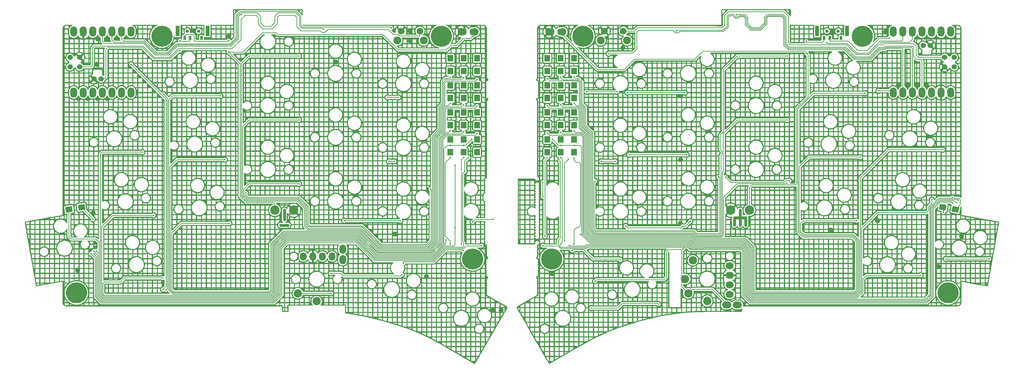
<source format=gtl>
G04 #@! TF.GenerationSoftware,KiCad,Pcbnew,9.0.2*
G04 #@! TF.CreationDate,2025-06-20T08:56:41+09:00*
G04 #@! TF.ProjectId,totem+1,746f7465-6d2b-4312-9e6b-696361645f70,0.3*
G04 #@! TF.SameCoordinates,Original*
G04 #@! TF.FileFunction,Copper,L1,Top*
G04 #@! TF.FilePolarity,Positive*
%FSLAX46Y46*%
G04 Gerber Fmt 4.6, Leading zero omitted, Abs format (unit mm)*
G04 Created by KiCad (PCBNEW 9.0.2) date 2025-06-20 08:56:41*
%MOMM*%
%LPD*%
G01*
G04 APERTURE LIST*
G04 Aperture macros list*
%AMRotRect*
0 Rectangle, with rotation*
0 The origin of the aperture is its center*
0 $1 length*
0 $2 width*
0 $3 Rotation angle, in degrees counterclockwise*
0 Add horizontal line*
21,1,$1,$2,0,0,$3*%
G04 Aperture macros list end*
G04 #@! TA.AperFunction,NonConductor*
%ADD10C,0.750000*%
G04 #@! TD*
G04 #@! TA.AperFunction,ComponentPad*
%ADD11C,5.600000*%
G04 #@! TD*
G04 #@! TA.AperFunction,ComponentPad*
%ADD12O,1.800000X2.750000*%
G04 #@! TD*
G04 #@! TA.AperFunction,ComponentPad*
%ADD13C,1.397000*%
G04 #@! TD*
G04 #@! TA.AperFunction,ComponentPad*
%ADD14C,2.200000*%
G04 #@! TD*
G04 #@! TA.AperFunction,ComponentPad*
%ADD15O,1.800000X2.200000*%
G04 #@! TD*
G04 #@! TA.AperFunction,ComponentPad*
%ADD16O,1.800000X2.500000*%
G04 #@! TD*
G04 #@! TA.AperFunction,ComponentPad*
%ADD17C,2.500000*%
G04 #@! TD*
G04 #@! TA.AperFunction,WasherPad*
%ADD18C,0.900000*%
G04 #@! TD*
G04 #@! TA.AperFunction,SMDPad,CuDef*
%ADD19R,0.700000X1.000000*%
G04 #@! TD*
G04 #@! TA.AperFunction,SMDPad,CuDef*
%ADD20R,1.000000X2.800000*%
G04 #@! TD*
G04 #@! TA.AperFunction,ComponentPad*
%ADD21C,1.800000*%
G04 #@! TD*
G04 #@! TA.AperFunction,ComponentPad*
%ADD22C,2.100000*%
G04 #@! TD*
G04 #@! TA.AperFunction,SMDPad,CuDef*
%ADD23RotRect,1.800000X1.500000X170.000000*%
G04 #@! TD*
G04 #@! TA.AperFunction,ComponentPad*
%ADD24O,2.200000X1.800000*%
G04 #@! TD*
G04 #@! TA.AperFunction,ComponentPad*
%ADD25O,2.500000X1.800000*%
G04 #@! TD*
G04 #@! TA.AperFunction,SMDPad,CuDef*
%ADD26RotRect,1.800000X1.500000X10.000000*%
G04 #@! TD*
G04 #@! TA.AperFunction,ComponentPad*
%ADD27C,2.000000*%
G04 #@! TD*
G04 #@! TA.AperFunction,ComponentPad*
%ADD28O,1.200000X1.750000*%
G04 #@! TD*
G04 #@! TA.AperFunction,SMDPad,CuDef*
%ADD29R,1.500000X1.800000*%
G04 #@! TD*
G04 #@! TA.AperFunction,ViaPad*
%ADD30C,0.450000*%
G04 #@! TD*
G04 #@! TA.AperFunction,Conductor*
%ADD31C,0.200000*%
G04 #@! TD*
G04 APERTURE END LIST*
D10*
X210500000Y-99000000D02*
X210500000Y-103000000D01*
X209000000Y-101000000D02*
X212000000Y-101000000D01*
X89500000Y-99000000D02*
X89500000Y-101500000D01*
X209000000Y-101000000D02*
X209000000Y-103000000D01*
X88500000Y-103000000D02*
X90500000Y-103000000D01*
X212000000Y-101000000D02*
X212000000Y-103000000D01*
D11*
X139500000Y-112000000D03*
D12*
X266420000Y-51505000D03*
X263880000Y-51505000D03*
X261340000Y-51505000D03*
X258800000Y-51505000D03*
X256260000Y-51505000D03*
X253720000Y-51505000D03*
X251180000Y-51505000D03*
X251180000Y-67695000D03*
X253720000Y-67695000D03*
X256260000Y-67695000D03*
X258800000Y-67695000D03*
X261340000Y-67695000D03*
X263880000Y-67695000D03*
X266420000Y-67695000D03*
D13*
X267372000Y-58330000D03*
X267372000Y-60870000D03*
X264832000Y-58330000D03*
X264832000Y-60870000D03*
X259117000Y-55155000D03*
X261022000Y-55155000D03*
D14*
X98103165Y-123214348D03*
X93103165Y-121114348D03*
D15*
X102163165Y-111314348D03*
X99623165Y-111314348D03*
X97083165Y-111314348D03*
X94543165Y-111314348D03*
D16*
X105003165Y-109339348D03*
X105003165Y-112139348D03*
D17*
X213000000Y-99000000D03*
X92000000Y-99000000D03*
D11*
X34300000Y-121014348D03*
D18*
X63750000Y-51350000D03*
X66750000Y-51400000D03*
D19*
X67500000Y-53200000D03*
X64500000Y-53200000D03*
X63000000Y-53200000D03*
D20*
X69100000Y-51300000D03*
X61150000Y-51300000D03*
D21*
X179500000Y-51350000D03*
X174500000Y-51350000D03*
D22*
X173500000Y-53850000D03*
X180500000Y-53850000D03*
D11*
X265700000Y-121000000D03*
X243000000Y-52700000D03*
D23*
X267674173Y-98795202D03*
X264325827Y-98204798D03*
D18*
X233550000Y-51350000D03*
X236550000Y-51400000D03*
D19*
X237300000Y-53200000D03*
X234300000Y-53200000D03*
X232800000Y-53200000D03*
D20*
X238900000Y-51300000D03*
X230950000Y-51300000D03*
D11*
X57000000Y-52700000D03*
D17*
X208000000Y-99000000D03*
D21*
X201778165Y-122814348D03*
D14*
X195878165Y-117314348D03*
X201778165Y-123214348D03*
X196778165Y-121114348D03*
X197978165Y-112314348D03*
D24*
X207778165Y-121374348D03*
X207778165Y-118834348D03*
X207778165Y-116294348D03*
X207778165Y-113754348D03*
D25*
X209753165Y-124214348D03*
X206953165Y-124214348D03*
D21*
X125500000Y-51350000D03*
X120500000Y-51350000D03*
D22*
X119500000Y-53850000D03*
X126500000Y-53850000D03*
D26*
X32325827Y-98795202D03*
X35674173Y-98204798D03*
D27*
X136509000Y-51540000D03*
D28*
X137309000Y-51540000D03*
X139309000Y-51540000D03*
D27*
X140109000Y-51540000D03*
D17*
X87000000Y-99000000D03*
D11*
X160500000Y-112000000D03*
X131200000Y-52700000D03*
D27*
X159809000Y-51540000D03*
D28*
X160609000Y-51540000D03*
X162609000Y-51540000D03*
D27*
X163409000Y-51540000D03*
D12*
X33580000Y-67695000D03*
X36120000Y-67695000D03*
X38660000Y-67695000D03*
X41200000Y-67695000D03*
X43740000Y-67695000D03*
X46280000Y-67695000D03*
X48820000Y-67695000D03*
X48820000Y-51505000D03*
X46280000Y-51505000D03*
X43740000Y-51505000D03*
X41200000Y-51505000D03*
X38660000Y-51505000D03*
X36120000Y-51505000D03*
X33580000Y-51505000D03*
D13*
X32628000Y-60870000D03*
X32628000Y-58330000D03*
X35168000Y-60870000D03*
X35168000Y-58330000D03*
X40883000Y-64045000D03*
X38978000Y-64045000D03*
D11*
X168800000Y-52700000D03*
D29*
X166422435Y-80194348D03*
X166422435Y-83594348D03*
X159322435Y-58597348D03*
X159322435Y-61997348D03*
X162872435Y-65796348D03*
X162872435Y-69196348D03*
X162872435Y-58597348D03*
X162872435Y-61997348D03*
X137127565Y-80194348D03*
X137127565Y-83594348D03*
X137127565Y-65796348D03*
X137127565Y-69196348D03*
X137127565Y-58597348D03*
X137127565Y-61997348D03*
X159322435Y-80194348D03*
X159322435Y-83594348D03*
X162872435Y-80194348D03*
X162872435Y-83594348D03*
X162872435Y-72995348D03*
X162872435Y-76395348D03*
X159322435Y-65796348D03*
X159322435Y-69196348D03*
X166422435Y-72995348D03*
X166422435Y-76395348D03*
X133577565Y-65796348D03*
X133577565Y-69196348D03*
X140677565Y-58592348D03*
X140677565Y-61992348D03*
X133577565Y-58597348D03*
X133577565Y-61997348D03*
X159322435Y-72995348D03*
X159322435Y-76395348D03*
X140677565Y-72995348D03*
X140677565Y-76395348D03*
X140677565Y-65796348D03*
X140677565Y-69196348D03*
X133577565Y-80194348D03*
X133577565Y-83594348D03*
X137127565Y-72995348D03*
X137127565Y-76395348D03*
X166422435Y-58597348D03*
X166422435Y-61997348D03*
X140677565Y-80194348D03*
X140677565Y-83594348D03*
X166422435Y-65796348D03*
X166422435Y-69196348D03*
X133577565Y-72995348D03*
X133577565Y-76395348D03*
D30*
X140677565Y-65796348D03*
X141859000Y-108415000D03*
X116909000Y-68990000D03*
X38150000Y-110550000D03*
X140677565Y-58592348D03*
X140677565Y-72995348D03*
X119809000Y-68990000D03*
X51827565Y-83589348D03*
X140677565Y-78597435D03*
X140677565Y-76395348D03*
X140677565Y-71312783D03*
X72527565Y-68564348D03*
X140677565Y-69196348D03*
X140677565Y-64247435D03*
X93402565Y-57964348D03*
X140677565Y-61992348D03*
X138370000Y-85004000D03*
X137409000Y-88690000D03*
X137127565Y-72995348D03*
X137127565Y-65796348D03*
X118709000Y-85990000D03*
X117309000Y-85990000D03*
X38875000Y-110550000D03*
X137127565Y-58597348D03*
X54802565Y-100364348D03*
X137127565Y-78147435D03*
X137127565Y-76395348D03*
X137127565Y-70907783D03*
X73702565Y-85539348D03*
X137127565Y-69196348D03*
X93402565Y-74964348D03*
X137127565Y-63767435D03*
X137127565Y-61997348D03*
X133577565Y-72995348D03*
X105359000Y-101790000D03*
X133609000Y-65796348D03*
X134831105Y-103590000D03*
X134831105Y-86990000D03*
X120309000Y-101819012D03*
X38900000Y-109850000D03*
X133577565Y-58597348D03*
X133577565Y-76395348D03*
X133577565Y-77862435D03*
X57209000Y-117039348D03*
X133577565Y-70627784D03*
X74902565Y-102489348D03*
X133577565Y-69196348D03*
X93402565Y-91989348D03*
X133577565Y-63653784D03*
X133577565Y-61997348D03*
X133577565Y-80194348D03*
X139209000Y-80190000D03*
X137127707Y-81790000D03*
X133578200Y-81790000D03*
X140677565Y-80194348D03*
X132409000Y-106890000D03*
X39600000Y-109825000D03*
X137127565Y-80194348D03*
X38677565Y-101414348D03*
X120680000Y-116120000D03*
X133577565Y-83594348D03*
X101909000Y-121114348D03*
X101909000Y-115790000D03*
X133575000Y-108000000D03*
X133559000Y-85040000D03*
X137127565Y-84972435D03*
X136509000Y-107990000D03*
X137127565Y-83594348D03*
X166422435Y-65796348D03*
X177809000Y-67490000D03*
X195809000Y-67740000D03*
X166409000Y-72995348D03*
X163902285Y-107061285D03*
X164929500Y-85480500D03*
X169709000Y-67490000D03*
X180559000Y-67740000D03*
X268409544Y-96310234D03*
X165170000Y-108329000D03*
X166422435Y-58597348D03*
X140677565Y-83594348D03*
X166422435Y-76395348D03*
X264327565Y-82894348D03*
X166422435Y-77962435D03*
X166422435Y-69196348D03*
X166422435Y-70542436D03*
X243727565Y-67894348D03*
X166422435Y-63512435D03*
X166422435Y-61997348D03*
X223027565Y-57994348D03*
X162872435Y-72995348D03*
X162709500Y-86039500D03*
X162872435Y-58597348D03*
X162872435Y-65796348D03*
X173659000Y-85990000D03*
X196309000Y-84240000D03*
X177359000Y-85990000D03*
X267895012Y-97027870D03*
X181059000Y-84240000D03*
X162872435Y-76395348D03*
X162872435Y-78232435D03*
X261430000Y-96210000D03*
X242427565Y-84894348D03*
X162872435Y-70932435D03*
X162872435Y-69196348D03*
X223027565Y-74994348D03*
X162872435Y-63672435D03*
X162872435Y-61997348D03*
X180109000Y-103190000D03*
X266918358Y-97088457D03*
X195259000Y-109340000D03*
X158109000Y-91630000D03*
X158109000Y-108415000D03*
X197309000Y-101940000D03*
X195209000Y-103290000D03*
X159322435Y-58597348D03*
X159322435Y-65796348D03*
X158109000Y-95370000D03*
X159322435Y-72995348D03*
X159322435Y-78496783D03*
X159322435Y-76395348D03*
X258427565Y-116294348D03*
X241427565Y-101794348D03*
X159322435Y-71232435D03*
X159322435Y-69196348D03*
X222910000Y-91790000D03*
X159322435Y-63982435D03*
X159322435Y-61997348D03*
X160709000Y-80190000D03*
X162909000Y-81790000D03*
X159409000Y-80194348D03*
X166422435Y-80194348D03*
X266870000Y-95650000D03*
X168109000Y-105490000D03*
X166509000Y-81790000D03*
X162872435Y-80194348D03*
X265109000Y-111963377D03*
X276627565Y-111894348D03*
X264475000Y-99525000D03*
X171984000Y-117890000D03*
X166422435Y-83594348D03*
X166425570Y-85185053D03*
X166410000Y-107990000D03*
X74709000Y-53865000D03*
X74709000Y-56940000D03*
X228244854Y-57319238D03*
X228089959Y-54032650D03*
X162872435Y-84977565D03*
X170972116Y-125036326D03*
X188894702Y-123997694D03*
X162860000Y-107990000D03*
X162872435Y-83594348D03*
X61759000Y-56565000D03*
X61759000Y-53890000D03*
X159322435Y-85012435D03*
X158687785Y-105960000D03*
X159322435Y-83594348D03*
X127226000Y-116672000D03*
X74716000Y-52811000D03*
X42486000Y-69285000D03*
X39623000Y-109007000D03*
X39941000Y-53426000D03*
X34826000Y-69285000D03*
X45023000Y-53426000D03*
X34650000Y-114966000D03*
X103155000Y-59557000D03*
X122937000Y-53898000D03*
X144890000Y-125560000D03*
X103155000Y-59557000D03*
X42482000Y-53426000D03*
X147069000Y-125580000D03*
X103155000Y-59557000D03*
X47592000Y-53447000D03*
X122937000Y-51345000D03*
X39731000Y-60180000D03*
X39908000Y-69285000D03*
X118836000Y-105343000D03*
X57409000Y-118190000D03*
X37392000Y-69285000D03*
X65224000Y-51376000D03*
X38751000Y-99690000D03*
X79309000Y-94390000D03*
X128309000Y-93390000D03*
X78075000Y-47000000D03*
X99850000Y-50850000D03*
X121117752Y-113094376D03*
X136963791Y-109744791D03*
X117875000Y-50500000D03*
X247959000Y-54515000D03*
X204784000Y-90190000D03*
X223609000Y-91190000D03*
X206609000Y-90190000D03*
X233459000Y-54440000D03*
X172009000Y-91240000D03*
X209575464Y-47038784D03*
X193481122Y-51333479D03*
X175614102Y-57372145D03*
X165909000Y-109715000D03*
X178749756Y-112209500D03*
X48804739Y-60194261D03*
X57309000Y-120090000D03*
X58109000Y-120190000D03*
X57409000Y-68090000D03*
X247229000Y-67220000D03*
X250160000Y-53160000D03*
X179390000Y-55793000D03*
X194694815Y-85552927D03*
X234655000Y-104303000D03*
X194646583Y-102480983D03*
X260072000Y-65799000D03*
X263136919Y-114043512D03*
X194685552Y-68599951D03*
X235038000Y-51368000D03*
X255001500Y-65781000D03*
X257537000Y-65781000D03*
X252466000Y-65781000D03*
X249161000Y-51572000D03*
X269312927Y-105994247D03*
X247023000Y-101791000D03*
X160569455Y-115875919D03*
X139509000Y-102090000D03*
X144909000Y-101390000D03*
D31*
X39365000Y-122115000D02*
X40914999Y-123664999D01*
X39365000Y-111765000D02*
X39365000Y-122115000D01*
X132325420Y-109200000D02*
X137102083Y-109199999D01*
X113431335Y-112414994D02*
X128933991Y-112414991D01*
X88872605Y-109107395D02*
X90290000Y-107690000D01*
X137782082Y-108520000D02*
X141754000Y-108520000D01*
X137102083Y-109199999D02*
X137782082Y-108520000D01*
X86675211Y-123664999D02*
X88872604Y-121467606D01*
X129110427Y-112414993D02*
X132325420Y-109200000D01*
X108706341Y-107690000D02*
X113431335Y-112414994D01*
X90290000Y-107690000D02*
X108706341Y-107690000D01*
X116909000Y-68990000D02*
X119809000Y-68990000D01*
X88872604Y-121467606D02*
X88872605Y-109107395D01*
X38150000Y-110550000D02*
X39365000Y-111765000D01*
X128933991Y-112414991D02*
X129110427Y-112414993D01*
X40914999Y-123664999D02*
X86675211Y-123664999D01*
X141754000Y-108520000D02*
X141859000Y-108415000D01*
X109114727Y-106231627D02*
X113978095Y-111094995D01*
X132725000Y-79050000D02*
X140225000Y-79050000D01*
X87534999Y-120938451D02*
X87534999Y-108578241D01*
X51825001Y-83591912D02*
X41102332Y-83591912D01*
X131579541Y-80195459D02*
X132725000Y-79050000D01*
X87534999Y-108578241D02*
X89881613Y-106231627D01*
X128563666Y-111094994D02*
X131579541Y-108079119D01*
X89881613Y-106231627D02*
X109114727Y-106231627D01*
X40685221Y-84009023D02*
X40685221Y-121555713D01*
X41102332Y-83591912D02*
X40685221Y-84009023D01*
X86128452Y-122344998D02*
X87534999Y-120938451D01*
X140225000Y-79050000D02*
X140677565Y-78597435D01*
X40685221Y-121555713D02*
X41474508Y-122345000D01*
X131579541Y-108079119D02*
X131579541Y-80195459D01*
X113978095Y-111094995D02*
X128563666Y-111094994D01*
X41474508Y-122345000D02*
X86128452Y-122344998D01*
X51827565Y-83589348D02*
X51825001Y-83591912D01*
X132597565Y-71865348D02*
X140125000Y-71865348D01*
X128153593Y-110104997D02*
X130564453Y-107694137D01*
X58792069Y-69602256D02*
X58792069Y-120242069D01*
X59893309Y-121343309D02*
X85730070Y-121343310D01*
X132200000Y-72262913D02*
X132597565Y-71865348D01*
X130564453Y-107694137D02*
X130564453Y-79810477D01*
X58792069Y-120242069D02*
X59893309Y-121343309D01*
X130564453Y-79810477D02*
X132200000Y-78174930D01*
X132200000Y-78174930D02*
X132200000Y-72262913D01*
X72505656Y-68586257D02*
X59808068Y-68586257D01*
X86541657Y-108171513D02*
X89503309Y-105209861D01*
X72527565Y-68564348D02*
X72505656Y-68586257D01*
X114388166Y-110104996D02*
X128153593Y-110104997D01*
X89503309Y-105209861D02*
X109493031Y-105209861D01*
X86541656Y-120531724D02*
X86541657Y-108171513D01*
X85730070Y-121343310D02*
X86541656Y-120531724D01*
X140125000Y-71865348D02*
X140677565Y-71312783D01*
X59808068Y-68586257D02*
X58792069Y-69602256D01*
X109493031Y-105209861D02*
X114388166Y-110104996D01*
X93402565Y-57964348D02*
X93398945Y-57967968D01*
X109873240Y-104190000D02*
X114798237Y-109114997D01*
X140275000Y-64650000D02*
X140677565Y-64247435D01*
X131210000Y-77764860D02*
X131210000Y-71840000D01*
X80129229Y-57967968D02*
X78090000Y-60007197D01*
X129509000Y-79465860D02*
X131210000Y-77764860D01*
X129509000Y-107349520D02*
X129509000Y-79465860D01*
X131210000Y-71840000D02*
X132150000Y-70900000D01*
X93024999Y-96575001D02*
X94880000Y-98430002D01*
X78090000Y-60007197D02*
X78090002Y-95173382D01*
X93398945Y-57967968D02*
X80129229Y-57967968D01*
X132150000Y-65113913D02*
X132613913Y-64650000D01*
X78090002Y-95173382D02*
X79491621Y-96575001D01*
X79491621Y-96575001D02*
X93024999Y-96575001D01*
X127743522Y-109114998D02*
X129509000Y-107349520D01*
X94880000Y-103261000D02*
X95809000Y-104190000D01*
X114798237Y-109114997D02*
X127743522Y-109114998D01*
X94880000Y-98430002D02*
X94880000Y-103261000D01*
X132150000Y-70900000D02*
X132150000Y-65113913D01*
X132613913Y-64650000D02*
X140275000Y-64650000D01*
X95809000Y-104190000D02*
X109873240Y-104190000D01*
X86538521Y-123334999D02*
X41059999Y-123334999D01*
X117309000Y-85990000D02*
X118709000Y-85990000D01*
X113568025Y-112084994D02*
X108773031Y-107290000D01*
X136840000Y-89259000D02*
X137409000Y-88690000D01*
X137109000Y-108726392D02*
X136965392Y-108870000D01*
X41059999Y-123334999D02*
X39695221Y-121970221D01*
X90223310Y-107290000D02*
X88542606Y-108970704D01*
X39695221Y-111370221D02*
X38875000Y-110550000D01*
X136965392Y-108870000D02*
X132188730Y-108870000D01*
X137409000Y-88690000D02*
X137409000Y-85965000D01*
X136840000Y-107421000D02*
X137109000Y-107690000D01*
X88542606Y-108970704D02*
X88542605Y-121330915D01*
X136840000Y-89590000D02*
X136840000Y-89259000D01*
X137109000Y-107690000D02*
X137109000Y-108726392D01*
X108773031Y-107290000D02*
X90223310Y-107290000D01*
X137409000Y-85965000D02*
X138370000Y-85004000D01*
X39695221Y-121970221D02*
X39695221Y-111370221D01*
X136840000Y-89590000D02*
X136840000Y-107421000D01*
X128973738Y-112084992D02*
X113568025Y-112084994D01*
X88542605Y-121330915D02*
X86538521Y-123334999D01*
X132188730Y-108870000D02*
X128973738Y-112084992D01*
X128426975Y-110764995D02*
X131241178Y-107950792D01*
X41611198Y-122015000D02*
X85991762Y-122014998D01*
X132588310Y-78720000D02*
X136554999Y-78720001D01*
X44023899Y-100364348D02*
X41015221Y-103373026D01*
X131241178Y-107950792D02*
X131241178Y-80067132D01*
X41015221Y-121419023D02*
X41611198Y-122015000D01*
X131241178Y-80067132D02*
X132588310Y-78720000D01*
X114114786Y-110764996D02*
X128426975Y-110764995D01*
X87205000Y-120801760D02*
X87205000Y-108441550D01*
X89756550Y-105890000D02*
X109239790Y-105890000D01*
X109239790Y-105890000D02*
X114114786Y-110764996D01*
X136554999Y-78720001D02*
X137127565Y-78147435D01*
X54802565Y-100364348D02*
X44023899Y-100364348D01*
X87205000Y-108441550D02*
X89756550Y-105890000D01*
X41015221Y-103373026D02*
X41015221Y-121419023D01*
X85991762Y-122014998D02*
X87205000Y-120801760D01*
X130209000Y-107582900D02*
X130209000Y-79699240D01*
X89377208Y-104869272D02*
X109619132Y-104869272D01*
X136500000Y-71535348D02*
X137127565Y-70907783D01*
X131870000Y-78038240D02*
X131870000Y-72126223D01*
X131870000Y-72126223D02*
X132460874Y-71535349D01*
X132460874Y-71535349D02*
X136500000Y-71535348D01*
X86211657Y-108034823D02*
X89377208Y-104869272D01*
X109619132Y-104869272D02*
X114524857Y-109774997D01*
X86211656Y-120395034D02*
X86211657Y-108034823D01*
X59122069Y-120105379D02*
X60029999Y-121013309D01*
X60029999Y-121013309D02*
X85593380Y-121013310D01*
X60993944Y-85545065D02*
X59122069Y-87416940D01*
X85593380Y-121013310D02*
X86211656Y-120395034D01*
X73696848Y-85545065D02*
X60993944Y-85545065D01*
X128016902Y-109774998D02*
X130209000Y-107582900D01*
X114524857Y-109774997D02*
X128016902Y-109774998D01*
X73702565Y-85539348D02*
X73696848Y-85545065D01*
X59122069Y-87416940D02*
X59122069Y-120105379D01*
X130209000Y-79699240D02*
X131870000Y-78038240D01*
X131820000Y-70763310D02*
X131820000Y-64977223D01*
X80129229Y-74968188D02*
X78420000Y-76677417D01*
X130880000Y-77628170D02*
X130880001Y-71703309D01*
X131820000Y-64977223D02*
X132507223Y-64290000D01*
X78420000Y-76677417D02*
X78420001Y-95036691D01*
X95210000Y-98293312D02*
X95210000Y-103091000D01*
X136605000Y-64290000D02*
X137127565Y-63767435D01*
X132507223Y-64290000D02*
X136605000Y-64290000D01*
X114934928Y-108784998D02*
X127606831Y-108784999D01*
X93402565Y-74964348D02*
X93398725Y-74968188D01*
X129141203Y-107250627D02*
X129141203Y-79366967D01*
X129141203Y-79366967D02*
X130880000Y-77628170D01*
X93161689Y-96245001D02*
X95210000Y-98293312D01*
X79628311Y-96245001D02*
X93161689Y-96245001D01*
X93398725Y-74968188D02*
X80129229Y-74968188D01*
X78420001Y-95036691D02*
X79628311Y-96245001D01*
X109997436Y-103847506D02*
X114934928Y-108784998D01*
X95210000Y-103091000D02*
X95966506Y-103847506D01*
X130880001Y-71703309D02*
X131820000Y-70763310D01*
X127606831Y-108784999D02*
X129141203Y-107250627D01*
X95966506Y-103847506D02*
X109997436Y-103847506D01*
X113704714Y-111754994D02*
X108882559Y-106932839D01*
X132052040Y-108540000D02*
X128837046Y-111754994D01*
X120279988Y-101790000D02*
X105359000Y-101790000D01*
X134609000Y-108540000D02*
X132052040Y-108540000D01*
X88212604Y-108834016D02*
X88212604Y-121194226D01*
X134831105Y-108317895D02*
X134609000Y-108540000D01*
X90113781Y-106932839D02*
X88212604Y-108834016D01*
X120309000Y-101819012D02*
X120279988Y-101790000D01*
X86401831Y-123004999D02*
X41201127Y-123004999D01*
X128837046Y-111754994D02*
X113704714Y-111754994D01*
X134831105Y-103590000D02*
X134831105Y-108317895D01*
X88212604Y-121194226D02*
X86401831Y-123004999D01*
X134831105Y-86990000D02*
X134831105Y-103590000D01*
X40025221Y-110975221D02*
X38900000Y-109850000D01*
X108882559Y-106932839D02*
X90113781Y-106932839D01*
X40025221Y-121829093D02*
X40025221Y-110975221D01*
X41201127Y-123004999D02*
X40025221Y-121829093D01*
X132451620Y-78390000D02*
X133050000Y-78390000D01*
X47042908Y-117039348D02*
X45990447Y-118091809D01*
X41345221Y-118494779D02*
X41345221Y-121282333D01*
X45990447Y-118091809D02*
X41748191Y-118091809D01*
X41345221Y-121282333D02*
X41736197Y-121673309D01*
X130902816Y-107822464D02*
X130902816Y-79938804D01*
X85866761Y-121673309D02*
X86871656Y-120668414D01*
X133050000Y-78390000D02*
X133577565Y-77862435D01*
X41736197Y-121673309D02*
X85866761Y-121673309D01*
X86871656Y-120668414D02*
X86871656Y-108308204D01*
X109366930Y-105550450D02*
X114251476Y-110434996D01*
X57209000Y-117039348D02*
X47042908Y-117039348D01*
X114251476Y-110434996D02*
X128290284Y-110434996D01*
X41748191Y-118091809D02*
X41345221Y-118494779D01*
X130902816Y-79938804D02*
X132451620Y-78390000D01*
X128290284Y-110434996D02*
X130902816Y-107822464D01*
X89629410Y-105550450D02*
X109366930Y-105550450D01*
X86871656Y-108308204D02*
X89629410Y-105550450D01*
X129844642Y-107480568D02*
X129844642Y-79596908D01*
X109745233Y-104528683D02*
X114661546Y-109444996D01*
X85881658Y-107898132D02*
X89251107Y-104528683D01*
X132324183Y-71205350D02*
X133000000Y-71205349D01*
X85881656Y-120258344D02*
X85881658Y-107898132D01*
X74902565Y-102489348D02*
X74888039Y-102503874D01*
X133000000Y-71205349D02*
X133577565Y-70627784D01*
X114661546Y-109444996D02*
X127880212Y-109444998D01*
X59452069Y-119968689D02*
X60166690Y-120683310D01*
X74888039Y-102503874D02*
X62179819Y-102503874D01*
X131540000Y-71989533D02*
X132324183Y-71205350D01*
X59452069Y-105231624D02*
X59452069Y-119968689D01*
X129844642Y-79596908D02*
X131540000Y-77901550D01*
X85456690Y-120683310D02*
X85881656Y-120258344D01*
X89251107Y-104528683D02*
X109745233Y-104528683D01*
X60166690Y-120683310D02*
X85456690Y-120683310D01*
X127880212Y-109444998D02*
X129844642Y-107480568D01*
X131540000Y-77901550D02*
X131540000Y-71989533D01*
X62179819Y-102503874D02*
X59452069Y-105231624D01*
X95541000Y-102922000D02*
X95541000Y-98156207D01*
X128809000Y-79231066D02*
X128809000Y-107114726D01*
X80129229Y-91968408D02*
X93381625Y-91968408D01*
X111407032Y-104788998D02*
X111405618Y-104788998D01*
X95541000Y-98156207D02*
X93298793Y-95914001D01*
X78751001Y-93346636D02*
X80129229Y-91968408D01*
X130549000Y-77491066D02*
X128809000Y-79231066D01*
X133577565Y-63653784D02*
X133341349Y-63890000D01*
X128809000Y-107114726D02*
X127469727Y-108453999D01*
X115072032Y-108453998D02*
X111407032Y-104788998D01*
X130549001Y-71566204D02*
X130549000Y-77491066D01*
X93381625Y-91968408D02*
X93402565Y-91989348D01*
X78751001Y-94899587D02*
X78751001Y-93346636D01*
X79765415Y-95914001D02*
X78751001Y-94899587D01*
X111405618Y-104788998D02*
X110106620Y-103490000D01*
X131489000Y-64710000D02*
X131489000Y-70626206D01*
X96109000Y-103490000D02*
X95541000Y-102922000D01*
X93298793Y-95914001D02*
X79765415Y-95914001D01*
X133341349Y-63890000D02*
X132309000Y-63890000D01*
X127469727Y-108453999D02*
X115072032Y-108453998D01*
X131489000Y-70626206D02*
X130549001Y-71566204D01*
X110106620Y-103490000D02*
X96109000Y-103490000D01*
X132309000Y-63890000D02*
X131489000Y-64710000D01*
X32325827Y-106045827D02*
X32960000Y-106680000D01*
X128700357Y-111424993D02*
X132109000Y-108016350D01*
X41337818Y-122675000D02*
X86265140Y-122675000D01*
X87882605Y-121057535D02*
X87882605Y-108697325D01*
X137609000Y-81790000D02*
X137127707Y-81790000D01*
X87882605Y-108697325D02*
X90007714Y-106572216D01*
X132109000Y-108016350D02*
X131910541Y-107817891D01*
X39430000Y-106680000D02*
X40355221Y-107605221D01*
X32325827Y-98795202D02*
X32325827Y-106045827D01*
X32960000Y-106680000D02*
X39430000Y-106680000D01*
X132182650Y-108016350D02*
X132109000Y-108016350D01*
X133578200Y-81790000D02*
X132710541Y-81790000D01*
X132409000Y-106890000D02*
X132409000Y-107790000D01*
X86265140Y-122675000D02*
X87882605Y-121057535D01*
X132710541Y-81790000D02*
X131910541Y-82590000D01*
X113841404Y-111424994D02*
X128700357Y-111424993D01*
X108988626Y-106572216D02*
X113841404Y-111424994D01*
X40355222Y-121692404D02*
X41337818Y-122675000D01*
X137127707Y-81790000D02*
X133578200Y-81790000D01*
X131910541Y-107817891D02*
X131910541Y-82590000D01*
X39600000Y-109825000D02*
X40355221Y-110580221D01*
X132409000Y-107790000D02*
X132182650Y-108016350D01*
X90007714Y-106572216D02*
X108988626Y-106572216D01*
X139209000Y-80190000D02*
X137609000Y-81790000D01*
X40355221Y-107605221D02*
X40355222Y-121692404D01*
X38677565Y-101208190D02*
X38677565Y-101414348D01*
X35674173Y-98204798D02*
X38677565Y-101208190D01*
X132241541Y-86357459D02*
X132241541Y-105914020D01*
X104509000Y-115790000D02*
X105190835Y-116471835D01*
X105190835Y-116471835D02*
X120328165Y-116471835D01*
X133575000Y-107247479D02*
X133575000Y-108000000D01*
X132241541Y-105914020D02*
X133575000Y-107247479D01*
X133559000Y-85040000D02*
X132241541Y-86357459D01*
X120328165Y-116471835D02*
X120680000Y-116120000D01*
X101909000Y-115790000D02*
X104509000Y-115790000D01*
X133577565Y-85021435D02*
X133559000Y-85040000D01*
X93103165Y-121114348D02*
X101909000Y-121114348D01*
X136509000Y-107990000D02*
X136509000Y-85591000D01*
X136509000Y-85591000D02*
X137127565Y-84972435D01*
X261195002Y-98331618D02*
X263355445Y-96171175D01*
X195809000Y-67740000D02*
X180559000Y-67740000D01*
X169409000Y-108510001D02*
X169749497Y-108169504D01*
X211904999Y-121378379D02*
X213531619Y-123004999D01*
X211031691Y-108835001D02*
X211905000Y-109708310D01*
X164929500Y-85480500D02*
X163902285Y-86507715D01*
X197480053Y-108840000D02*
X200604001Y-108840000D01*
X165329001Y-108510001D02*
X169409000Y-108510001D01*
X163902285Y-86507715D02*
X163902285Y-107061285D01*
X259801621Y-123004999D02*
X261195000Y-121611620D01*
X261195000Y-121611620D02*
X261195002Y-98331618D01*
X177809000Y-67490000D02*
X169709000Y-67490000D01*
X213531619Y-123004999D02*
X259801621Y-123004999D01*
X211905000Y-109708310D02*
X211904999Y-121378379D01*
X196809558Y-108169504D02*
X197480053Y-108840000D01*
X263355445Y-96171175D02*
X268270485Y-96171175D01*
X268270485Y-96171175D02*
X268409544Y-96310234D01*
X165159000Y-108340000D02*
X165329001Y-108510001D01*
X169749497Y-108169504D02*
X196809558Y-108169504D01*
X200609000Y-108835001D02*
X211031691Y-108835001D01*
X200014860Y-107515000D02*
X211578450Y-107515000D01*
X211578450Y-107515000D02*
X213225000Y-109161550D01*
X168573380Y-78400000D02*
X169410000Y-79236620D01*
X166422435Y-77962435D02*
X166860000Y-78400000D01*
X249968663Y-82888377D02*
X264321594Y-82888377D01*
X242424999Y-90432041D02*
X249968663Y-82888377D01*
X240771620Y-121681620D02*
X241308453Y-121681617D01*
X264321594Y-82888377D02*
X264327565Y-82894348D01*
X166860000Y-78400000D02*
X168573380Y-78400000D01*
X214075000Y-121681620D02*
X240771620Y-121681620D01*
X198028473Y-107516000D02*
X200012445Y-107516000D01*
X213225000Y-109161550D02*
X213224999Y-119884999D01*
X241308453Y-121681617D02*
X242424999Y-120565070D01*
X197357977Y-106845504D02*
X198028473Y-107516000D01*
X213224999Y-119884999D02*
X213225001Y-120831621D01*
X169410000Y-79236620D02*
X169410000Y-104994438D01*
X171261066Y-106845504D02*
X197357977Y-106845504D01*
X213225001Y-120831621D02*
X214075000Y-121681620D01*
X242424999Y-120565070D02*
X242424999Y-90432041D01*
X169410000Y-104994438D02*
X171261066Y-106845504D01*
X214214998Y-120404998D02*
X214214999Y-108751479D01*
X170400000Y-78826550D02*
X168460035Y-76886585D01*
X240335000Y-106165000D02*
X241434999Y-107264999D01*
X198444000Y-106525000D02*
X197771504Y-105852504D01*
X227251619Y-106164999D02*
X240335000Y-106165000D01*
X171762504Y-105852504D02*
X170400000Y-104490000D01*
X211988524Y-106525003D02*
X198444000Y-106525000D01*
X197771504Y-105852504D02*
X171762504Y-105852504D01*
X170400000Y-104490000D02*
X170400000Y-78826550D01*
X168460035Y-71989568D02*
X167640469Y-71170002D01*
X167050000Y-71170001D02*
X166422435Y-70542436D01*
X241434999Y-107264999D02*
X241434999Y-120155001D01*
X225885000Y-72045882D02*
X225885000Y-104798380D01*
X243726577Y-67895336D02*
X230035545Y-67895336D01*
X241434999Y-120155001D02*
X240898380Y-120691620D01*
X240898380Y-120691620D02*
X214501620Y-120691620D01*
X214214999Y-108751479D02*
X211988524Y-106525003D01*
X214501620Y-120691620D02*
X214214998Y-120404998D01*
X167640469Y-71170002D02*
X167050000Y-71170001D01*
X168460035Y-76886585D02*
X168460035Y-71989568D01*
X230035545Y-67895336D02*
X225885000Y-72045882D01*
X225885000Y-104798380D02*
X227251619Y-106164999D01*
X243727565Y-67894348D02*
X243726577Y-67895336D01*
X205734000Y-83265000D02*
X205734000Y-84215000D01*
X171391000Y-78416065D02*
X169451034Y-76476100D01*
X205234000Y-82765000D02*
X205734000Y-83265000D01*
X209753165Y-57967968D02*
X206009000Y-61712133D01*
X168550000Y-70678049D02*
X168550000Y-64880533D01*
X206009000Y-78244249D02*
X205234000Y-79019249D01*
X223001185Y-57967968D02*
X209753165Y-57967968D01*
X205234000Y-79019249D02*
X205234000Y-82765000D01*
X168550000Y-64880533D02*
X168524579Y-64855112D01*
X166879000Y-63969000D02*
X166422435Y-63512435D01*
X205734000Y-84215000D02*
X205450000Y-84499000D01*
X205453613Y-105065895D02*
X205453613Y-105340104D01*
X169451034Y-76476100D02*
X169451034Y-71579082D01*
X205453613Y-105340104D02*
X205259717Y-105533999D01*
X206009000Y-61712133D02*
X206009000Y-78244249D01*
X168524579Y-64855112D02*
X168524579Y-64853697D01*
X205259717Y-105533999D02*
X198920095Y-105534000D01*
X198207096Y-104821000D02*
X172171895Y-104821000D01*
X167639881Y-63969000D02*
X166879000Y-63969000D01*
X198920095Y-105534000D02*
X198207096Y-104821000D01*
X223027565Y-57994348D02*
X223001185Y-57967968D01*
X205450000Y-84499000D02*
X205450000Y-105062281D01*
X205450000Y-105062281D02*
X205453613Y-105065895D01*
X168524579Y-64853697D02*
X167639881Y-63969000D01*
X172171895Y-104821000D02*
X171390999Y-104040103D01*
X171390999Y-104040103D02*
X171391000Y-78416065D01*
X169451034Y-71579082D02*
X168550000Y-70678049D01*
X169910633Y-108500504D02*
X169886601Y-108524536D01*
X173659000Y-85990000D02*
X177359000Y-85990000D01*
X200747106Y-109165000D02*
X200741105Y-109171000D01*
X211575000Y-109845000D02*
X210895000Y-109165000D01*
X162259000Y-108124392D02*
X162259000Y-106990000D01*
X169886601Y-108524536D02*
X169571137Y-108840000D01*
X263492135Y-96501175D02*
X261525000Y-98468310D01*
X211575000Y-121515070D02*
X211575000Y-109845000D01*
X181059000Y-84240000D02*
X196309000Y-84240000D01*
X267368317Y-96501175D02*
X263492135Y-96501175D01*
X169571137Y-108840000D02*
X162974608Y-108840000D01*
X261525000Y-98468310D02*
X261525000Y-121748310D01*
X196672453Y-108500504D02*
X169910633Y-108500504D01*
X200741105Y-109171000D02*
X197342948Y-109171000D01*
X162259000Y-106990000D02*
X162818785Y-106430215D01*
X267895012Y-97027870D02*
X267368317Y-96501175D01*
X197342948Y-109171000D02*
X196672453Y-108500504D01*
X210895000Y-109165000D02*
X200747106Y-109165000D01*
X259938311Y-123334999D02*
X213394929Y-123334999D01*
X162818785Y-106430215D02*
X162818785Y-86148785D01*
X162818785Y-86148785D02*
X162709500Y-86039500D01*
X213394929Y-123334999D02*
X211575000Y-121515070D01*
X162974608Y-108840000D02*
X162259000Y-108124392D01*
X261525000Y-121748310D02*
X259938311Y-123334999D01*
X171095504Y-107176504D02*
X197220873Y-107176504D01*
X200151550Y-107845000D02*
X211441760Y-107845000D01*
X242754998Y-120725002D02*
X242755000Y-103891930D01*
X169080000Y-79373310D02*
X169080000Y-105161000D01*
X212895000Y-109298240D02*
X212895002Y-120968312D01*
X197891369Y-107847000D02*
X200149550Y-107847000D01*
X211441760Y-107845000D02*
X212895000Y-109298240D01*
X260530000Y-99080000D02*
X260530000Y-98063240D01*
X213941689Y-122014999D02*
X241465001Y-122014999D01*
X163370000Y-78730000D02*
X168436690Y-78730000D01*
X212895002Y-120968312D02*
X213941689Y-122014999D01*
X200149550Y-107847000D02*
X200151550Y-107845000D01*
X247016604Y-99630326D02*
X259979674Y-99630326D01*
X259979674Y-99630326D02*
X260530000Y-99080000D01*
X261430000Y-97163240D02*
X261430000Y-96210000D01*
X242755000Y-103891930D02*
X247016604Y-99630326D01*
X241465001Y-122014999D02*
X242754998Y-120725002D01*
X197220873Y-107176504D02*
X197891369Y-107847000D01*
X168436690Y-78730000D02*
X169080000Y-79373310D01*
X169080000Y-105161000D02*
X171095504Y-107176504D01*
X260530000Y-98063240D02*
X261430000Y-97163240D01*
X162872435Y-78232435D02*
X163370000Y-78730000D01*
X228849670Y-84854145D02*
X226215000Y-87488815D01*
X226215000Y-104661690D02*
X227388310Y-105835000D01*
X241764999Y-107111689D02*
X241764999Y-120291691D01*
X227388310Y-105835000D02*
X240488310Y-105835000D01*
X242427565Y-84894348D02*
X242387362Y-84854145D01*
X163440000Y-71500000D02*
X162872435Y-70932435D01*
X226215000Y-87488815D02*
X226215000Y-104661690D01*
X240488310Y-105835000D02*
X241764999Y-107111689D01*
X211851833Y-106855002D02*
X198305898Y-106855002D01*
X170070000Y-78963240D02*
X168130035Y-77023275D01*
X168130035Y-72126258D02*
X167503778Y-71500001D01*
X168130035Y-77023275D02*
X168130035Y-72126258D01*
X213884999Y-108888169D02*
X211851833Y-106855002D01*
X242387362Y-84854145D02*
X228849670Y-84854145D01*
X214348380Y-121021620D02*
X213884999Y-120558239D01*
X171563504Y-106183504D02*
X170070000Y-104690000D01*
X241035071Y-121021619D02*
X214348380Y-121021620D01*
X198305898Y-106855002D02*
X197634400Y-106183504D01*
X167503778Y-71500001D02*
X163440000Y-71500000D01*
X170070000Y-104690000D02*
X170070000Y-78963240D01*
X213884999Y-120558239D02*
X213884999Y-108888169D01*
X197634400Y-106183504D02*
X171563504Y-106183504D01*
X241764999Y-120291691D02*
X241035071Y-121021619D01*
X171059999Y-104177207D02*
X171059999Y-82936759D01*
X169120034Y-76613204D02*
X169120034Y-71716187D01*
X172073296Y-105190504D02*
X171059999Y-104177207D01*
X205396821Y-105864999D02*
X198782990Y-105865000D01*
X168193579Y-64990802D02*
X167502777Y-64300000D01*
X163500000Y-64300000D02*
X162872435Y-63672435D01*
X198108495Y-105190504D02*
X172073296Y-105190504D01*
X167502777Y-64300000D02*
X163500000Y-64300000D01*
X198782990Y-105865000D02*
X198108495Y-105190504D01*
X206075089Y-88715000D02*
X205784000Y-89006089D01*
X171060000Y-78553170D02*
X169120034Y-76613204D01*
X205784000Y-89006089D02*
X205784000Y-105477820D01*
X169120034Y-71716187D02*
X168193579Y-70789732D01*
X168193579Y-70789732D02*
X168193579Y-64990802D01*
X171059999Y-82936759D02*
X171060000Y-78553170D01*
X209753165Y-74968188D02*
X206075089Y-78646264D01*
X206075089Y-78646264D02*
X206075089Y-88715000D01*
X223001405Y-74968188D02*
X209753165Y-74968188D01*
X205784000Y-105477820D02*
X205396821Y-105864999D01*
X223027565Y-74994348D02*
X223001405Y-74968188D01*
X162837918Y-109170000D02*
X169709241Y-109170000D01*
X162217918Y-108550000D02*
X162837918Y-109170000D01*
X211245001Y-121651761D02*
X213258239Y-123664999D01*
X263628825Y-96831175D02*
X266661076Y-96831175D01*
X266661076Y-96831175D02*
X266918358Y-97088457D01*
X158109000Y-108415000D02*
X158244000Y-108550000D01*
X211245000Y-109995000D02*
X211245001Y-121651761D01*
X158109000Y-91630000D02*
X158109000Y-95370000D01*
X195809000Y-108831504D02*
X196535348Y-108831504D01*
X194809000Y-103690000D02*
X195209000Y-103290000D01*
X195259000Y-109340000D02*
X195767496Y-108831504D01*
X201222000Y-109502000D02*
X201229000Y-109495000D01*
X169729000Y-109150241D02*
X170047738Y-108831504D01*
X260075001Y-123664999D02*
X261855000Y-121885000D01*
X196535348Y-108831504D02*
X197205843Y-109502000D01*
X195767496Y-108831504D02*
X195809000Y-108831504D01*
X210745000Y-109495000D02*
X211245000Y-109995000D01*
X158244000Y-108550000D02*
X162217918Y-108550000D01*
X261855000Y-121885000D02*
X261855000Y-98605000D01*
X170047738Y-108831504D02*
X195809000Y-108831504D01*
X180109000Y-103190000D02*
X180609000Y-103690000D01*
X180609000Y-103690000D02*
X194809000Y-103690000D01*
X201229000Y-109495000D02*
X210745000Y-109495000D01*
X195209000Y-103290000D02*
X195959000Y-103290000D01*
X195959000Y-103290000D02*
X197309000Y-101940000D01*
X261855000Y-98605000D02*
X263628825Y-96831175D01*
X213258239Y-123664999D02*
X260075001Y-123664999D01*
X197205843Y-109502000D02*
X201222000Y-109502000D01*
X169709241Y-109170000D02*
X169729000Y-109150241D01*
X212565000Y-121105000D02*
X212565000Y-109434930D01*
X168750000Y-79510000D02*
X168300000Y-79060000D01*
X241601692Y-122344998D02*
X213804999Y-122344999D01*
X258427565Y-116294348D02*
X258349639Y-116372274D01*
X243084998Y-117351825D02*
X243084998Y-117714998D01*
X213804999Y-122344999D02*
X212565000Y-121105000D01*
X197754263Y-108178000D02*
X200285241Y-108178000D01*
X243084998Y-117714998D02*
X243085000Y-117715000D01*
X200285241Y-108178000D02*
X200288241Y-108175000D01*
X197754263Y-108178000D02*
X197083768Y-107507504D01*
X244064549Y-116372274D02*
X243084998Y-117351825D01*
X170867504Y-107507504D02*
X168750000Y-105390000D01*
X197083768Y-107507504D02*
X170867504Y-107507504D01*
X243085000Y-117715000D02*
X243084998Y-117715002D01*
X159885652Y-79060000D02*
X159322435Y-78496783D01*
X211305070Y-108175000D02*
X200288241Y-108175000D01*
X168300000Y-79060000D02*
X159885652Y-79060000D01*
X258349639Y-116372274D02*
X244064549Y-116372274D01*
X168750000Y-105390000D02*
X168750000Y-79510000D01*
X212565000Y-109434930D02*
X211305070Y-108175000D01*
X243084998Y-117715002D02*
X243084998Y-120861692D01*
X243084998Y-120861692D02*
X241601692Y-122344998D01*
X242094999Y-106974999D02*
X242094999Y-120428381D01*
X240628380Y-121351620D02*
X214211690Y-121351620D01*
X169739999Y-83483519D02*
X169739999Y-104834702D01*
X211715142Y-107185002D02*
X211195000Y-107185000D01*
X159322435Y-71232435D02*
X159920000Y-71830000D01*
X171419801Y-106514504D02*
X197497296Y-106514504D01*
X241408960Y-101812953D02*
X227247047Y-101812953D01*
X198168794Y-107186002D02*
X198509000Y-107186002D01*
X197497296Y-106514504D02*
X198168794Y-107186002D01*
X169740000Y-79099930D02*
X169739999Y-83483519D01*
X167800035Y-72262948D02*
X167800035Y-77159965D01*
X241427565Y-101794348D02*
X241408960Y-101812953D01*
X159920000Y-71830000D02*
X167367087Y-71830000D01*
X213555000Y-109024860D02*
X211715142Y-107185002D01*
X167800035Y-77159965D02*
X169740000Y-79099930D01*
X167367087Y-71830000D02*
X167800035Y-72262948D01*
X241171762Y-121351618D02*
X240628380Y-121351620D01*
X227247047Y-101812953D02*
X226545000Y-102515000D01*
X214211690Y-121351620D02*
X213555000Y-120694930D01*
X227525000Y-105505000D02*
X240625000Y-105505000D01*
X242094999Y-120428381D02*
X241171762Y-121351618D01*
X226545000Y-102515000D02*
X226545000Y-104525000D01*
X211195000Y-107185000D02*
X198509000Y-107185000D01*
X213555000Y-120694930D02*
X213555000Y-109024860D01*
X226545000Y-104525000D02*
X227525000Y-105505000D01*
X169739999Y-104834702D02*
X171419801Y-106514504D01*
X240625000Y-105505000D02*
X242094999Y-106974999D01*
X168790034Y-71852877D02*
X167863579Y-70926422D01*
X167366087Y-64630000D02*
X159970000Y-64630000D01*
X197940504Y-105521504D02*
X171924748Y-105521504D01*
X171924748Y-105521504D02*
X170730000Y-104326756D01*
X167863579Y-70926422D02*
X167863579Y-65127492D01*
X168790034Y-76749894D02*
X168790034Y-71852877D01*
X170730000Y-104326756D02*
X170730000Y-78689860D01*
X206134000Y-95587573D02*
X206134000Y-105594510D01*
X209753165Y-91968408D02*
X206134000Y-95587573D01*
X167863579Y-65127492D02*
X167366087Y-64630000D01*
X206134000Y-105594510D02*
X205533511Y-106194999D01*
X205533511Y-106194999D02*
X198614000Y-106195000D01*
X222910000Y-91790000D02*
X222731592Y-91968408D01*
X170730000Y-78689860D02*
X168790034Y-76749894D01*
X222731592Y-91968408D02*
X209753165Y-91968408D01*
X159970000Y-64630000D02*
X159322435Y-63982435D01*
X198614000Y-106195000D02*
X197940504Y-105521504D01*
X200422345Y-108509000D02*
X197617158Y-108509000D01*
X268630000Y-95790000D02*
X267010000Y-95790000D01*
X160709000Y-80190000D02*
X162309000Y-81790000D01*
X212234999Y-119984999D02*
X212235000Y-109571620D01*
X212235000Y-109571620D02*
X211168382Y-108505002D01*
X168020000Y-81790000D02*
X168420000Y-82190000D01*
X260865001Y-98194929D02*
X260865002Y-98764998D01*
X170730400Y-107838504D02*
X168420000Y-105528104D01*
X200426346Y-108505000D02*
X200422345Y-108509000D01*
X213668309Y-122674999D02*
X212235001Y-121241691D01*
X268929544Y-97539831D02*
X268929544Y-96089544D01*
X166509000Y-81790000D02*
X168020000Y-81790000D01*
X168420000Y-105528104D02*
X168147104Y-105528104D01*
X266678825Y-95841175D02*
X263218755Y-95841175D01*
X266870000Y-95650000D02*
X266678825Y-95841175D01*
X196946663Y-107838504D02*
X170730400Y-107838504D01*
X211168382Y-108505002D02*
X200426346Y-108505000D01*
X168147104Y-105528104D02*
X168109000Y-105490000D01*
X267674173Y-98795202D02*
X268929544Y-97539831D01*
X268929544Y-96089544D02*
X268630000Y-95790000D01*
X259664931Y-122674999D02*
X213668309Y-122674999D01*
X168420000Y-82190000D02*
X168420000Y-105528104D01*
X212235001Y-121241691D02*
X212234999Y-119984999D01*
X260865002Y-121474928D02*
X259664931Y-122674999D01*
X267010000Y-95790000D02*
X266870000Y-95650000D01*
X263218755Y-95841175D02*
X260865001Y-98194929D01*
X196946663Y-107838505D02*
X196946663Y-107838504D01*
X260865002Y-98764998D02*
X260865002Y-121474928D01*
X162309000Y-81790000D02*
X162909000Y-81790000D01*
X162909000Y-81790000D02*
X166509000Y-81790000D01*
X197617158Y-108509000D02*
X196946663Y-107838505D01*
X265109000Y-111963377D02*
X276558536Y-111963377D01*
X276558536Y-111963377D02*
X276627565Y-111894348D01*
X264475000Y-99525000D02*
X264475000Y-98353971D01*
X191009000Y-109990000D02*
X191009000Y-116764942D01*
X191509000Y-109490000D02*
X191009000Y-109990000D01*
X166410000Y-104339000D02*
X166410000Y-107990000D01*
X194700479Y-109490000D02*
X191509000Y-109490000D01*
X167009000Y-86240000D02*
X166422435Y-85653435D01*
X168089000Y-86570000D02*
X167759000Y-86240000D01*
X195909000Y-117290000D02*
X195709000Y-117290000D01*
X166422435Y-85188188D02*
X166425570Y-85185053D01*
X166422435Y-85653435D02*
X166422435Y-85188188D01*
X190309000Y-117464942D02*
X172409058Y-117464942D01*
X196778165Y-121114348D02*
X197837513Y-120055000D01*
X197837513Y-120055000D02*
X203193817Y-120055000D01*
X195009000Y-109798521D02*
X194700479Y-109490000D01*
X195009000Y-119345183D02*
X195009000Y-109798521D01*
X203193817Y-120055000D02*
X207353165Y-124214348D01*
X167759000Y-86240000D02*
X167009000Y-86240000D01*
X168089000Y-103072000D02*
X168089000Y-86570000D01*
X167009000Y-103740000D02*
X167421000Y-103740000D01*
X167421000Y-103740000D02*
X168089000Y-103072000D01*
X196778165Y-121114348D02*
X195009000Y-119345183D01*
X191009000Y-116764942D02*
X190309000Y-117464942D01*
X172409058Y-117464942D02*
X171984000Y-117890000D01*
X195709000Y-117290000D02*
X195009000Y-117990000D01*
X167009000Y-103740000D02*
X166410000Y-104339000D01*
X65789000Y-54070000D02*
X65559000Y-53840000D01*
X132509000Y-56390000D02*
X133709000Y-55190000D01*
X119809000Y-56390000D02*
X132509000Y-56390000D01*
X74504000Y-54070000D02*
X65789000Y-54070000D01*
X139309000Y-52990000D02*
X140109000Y-52190000D01*
X87000000Y-99000000D02*
X87000000Y-97410000D01*
X133709000Y-55190000D02*
X135159000Y-55190000D01*
X80095000Y-96905000D02*
X79795000Y-96905000D01*
X63000000Y-52574000D02*
X63334000Y-52240000D01*
X65559000Y-52615000D02*
X65559000Y-53840000D01*
X83706940Y-51790000D02*
X87309000Y-51790000D01*
X74709000Y-56940000D02*
X77760002Y-59991002D01*
X139009000Y-53290000D02*
X139309000Y-52990000D01*
X115709000Y-52290000D02*
X119809000Y-56390000D01*
X77760002Y-59991002D02*
X77760002Y-95310072D01*
X139309000Y-52990000D02*
X139309000Y-51540000D01*
X65184000Y-52240000D02*
X65559000Y-52615000D01*
X137059000Y-53290000D02*
X139009000Y-53290000D01*
X63334000Y-52240000D02*
X65184000Y-52240000D01*
X140109000Y-52190000D02*
X140109000Y-51540000D01*
X78556940Y-56940000D02*
X83706940Y-51790000D01*
X86495001Y-96905001D02*
X80095000Y-96905000D01*
X87309000Y-51790000D02*
X87809000Y-52290000D01*
X135159000Y-55190000D02*
X137059000Y-53290000D01*
X63000000Y-53200000D02*
X63000000Y-52574000D01*
X87809000Y-52290000D02*
X115709000Y-52290000D01*
X87000000Y-97410000D02*
X86495001Y-96905001D01*
X77760002Y-95310072D02*
X79354930Y-96905000D01*
X74504000Y-54070000D02*
X74709000Y-53865000D01*
X79795000Y-96905000D02*
X79495000Y-96905000D01*
X74709000Y-56940000D02*
X78556940Y-56940000D01*
X79354930Y-96905000D02*
X80095000Y-96905000D01*
X228244854Y-57319238D02*
X227615616Y-56690000D01*
X228309000Y-54330000D02*
X228089959Y-54110959D01*
X228089959Y-54110959D02*
X228089959Y-54032650D01*
X225555001Y-71909191D02*
X228584000Y-68880192D01*
X182509000Y-58790000D02*
X179709000Y-61590000D01*
X225555000Y-91895000D02*
X225555001Y-71909191D01*
X200635894Y-56690000D02*
X198535894Y-58790000D01*
X227615616Y-56690000D02*
X200635894Y-56690000D01*
X232800000Y-53200000D02*
X232800000Y-53900000D01*
X225151592Y-92298408D02*
X225555000Y-91895000D01*
X172709000Y-61590000D02*
X167909000Y-56790000D01*
X167909000Y-56790000D02*
X162659000Y-51540000D01*
X228584000Y-68880192D02*
X228584000Y-57658384D01*
X179709000Y-61590000D02*
X172709000Y-61590000D01*
X228584000Y-57658384D02*
X228244854Y-57319238D01*
X213000000Y-92940000D02*
X213641592Y-92298408D01*
X198535894Y-58790000D02*
X182509000Y-58790000D01*
X213000000Y-99000000D02*
X213000000Y-92940000D01*
X213641592Y-92298408D02*
X225151592Y-92298408D01*
X232800000Y-53900000D02*
X232370000Y-54330000D01*
X232370000Y-54330000D02*
X228309000Y-54330000D01*
X162659000Y-51540000D02*
X162109000Y-51540000D01*
X163259000Y-85364130D02*
X163259000Y-107591000D01*
X178031448Y-125053961D02*
X179281061Y-123804348D01*
X170989751Y-125053961D02*
X178031448Y-125053961D01*
X162872435Y-84977565D02*
X163259000Y-85364130D01*
X179281061Y-123804348D02*
X188701356Y-123804348D01*
X188701356Y-123804348D02*
X188894702Y-123997694D01*
X163259000Y-107591000D02*
X162860000Y-107990000D01*
X170972116Y-125036326D02*
X170989751Y-125053961D01*
X64500000Y-53849000D02*
X64500000Y-53200000D01*
X61334140Y-56565000D02*
X59204141Y-58694999D01*
X59204141Y-58694999D02*
X54813858Y-58694998D01*
X42129000Y-63567000D02*
X41651000Y-64045000D01*
X42690001Y-55659999D02*
X42129000Y-56221000D01*
X62014000Y-54070000D02*
X64279000Y-54070000D01*
X51778859Y-55659999D02*
X42690001Y-55659999D01*
X41651000Y-64045000D02*
X40883000Y-64045000D01*
X64279000Y-54070000D02*
X64500000Y-53849000D01*
X61759000Y-53890000D02*
X61834000Y-53890000D01*
X54813858Y-58694998D02*
X51778859Y-55659999D01*
X61759000Y-56565000D02*
X61334140Y-56565000D01*
X61834000Y-53890000D02*
X62014000Y-54070000D01*
X42129000Y-56221000D02*
X42129000Y-63567000D01*
X158687785Y-105960000D02*
X158687785Y-85647085D01*
X158687785Y-85647085D02*
X159322435Y-85012435D01*
X100932082Y-50970000D02*
X117142918Y-50970000D01*
X87660000Y-47713310D02*
X88228310Y-47145000D01*
X92851654Y-47751654D02*
X92851655Y-50218415D01*
X99497917Y-51699999D02*
X100202082Y-51700000D01*
X92851655Y-50218415D02*
X93953240Y-51320000D01*
X119659000Y-52240000D02*
X120109000Y-52690000D01*
X54950548Y-58364998D02*
X59067451Y-58364999D01*
X117142918Y-50970000D02*
X118412918Y-52240000D01*
X77985000Y-53678310D02*
X77985000Y-48292082D01*
X125500000Y-52499000D02*
X125500000Y-51350000D01*
X38575000Y-60550000D02*
X38575000Y-55785000D01*
X35168000Y-60870000D02*
X38255000Y-60870000D01*
X79132082Y-47145000D02*
X82001620Y-47145000D01*
X92245001Y-47145001D02*
X92851654Y-47751654D01*
X87660000Y-49381690D02*
X87660000Y-47713310D01*
X118412918Y-52240000D02*
X119659000Y-52240000D01*
X39030001Y-55329999D02*
X51915549Y-55329999D01*
X88228310Y-47145000D02*
X92245001Y-47145001D01*
X38575000Y-55785000D02*
X39030001Y-55329999D01*
X51915549Y-55329999D02*
X54950548Y-58364998D01*
X59067451Y-58364999D02*
X61382450Y-56050000D01*
X82615002Y-47758382D02*
X82615002Y-49498382D01*
X38255000Y-60870000D02*
X38575000Y-60550000D01*
X61382450Y-56050000D02*
X75613310Y-56050000D01*
X99117918Y-51320000D02*
X99497917Y-51699999D01*
X100202082Y-51700000D02*
X100932082Y-50970000D01*
X83871620Y-50755000D02*
X86286691Y-50754999D01*
X82615002Y-49498382D02*
X83871620Y-50755000D01*
X82001620Y-47145000D02*
X82615002Y-47758382D01*
X86286691Y-50754999D02*
X87660000Y-49381690D01*
X93953240Y-51320000D02*
X99117918Y-51320000D01*
X125309000Y-52690000D02*
X125500000Y-52499000D01*
X120109000Y-52690000D02*
X125309000Y-52690000D01*
X77985000Y-48292082D02*
X79132082Y-47145000D01*
X75613310Y-56050000D02*
X77985000Y-53678310D01*
X206368345Y-49828345D02*
X206368346Y-47214894D01*
X223842380Y-54990000D02*
X238804862Y-54990000D01*
X244630139Y-57554999D02*
X247150138Y-55035000D01*
X183344930Y-50465000D02*
X204259000Y-50465000D01*
X257858000Y-58330000D02*
X257249999Y-57721999D01*
X247150138Y-55035000D02*
X248424392Y-55035000D01*
X241369862Y-57555000D02*
X238804864Y-54990002D01*
X179500000Y-51350000D02*
X182459930Y-51350000D01*
X182459930Y-51350000D02*
X183344930Y-50465000D01*
X243123999Y-57554999D02*
X244630139Y-57554999D01*
X223375000Y-54522620D02*
X223842380Y-54990000D01*
X222111761Y-46205001D02*
X223375000Y-47468240D01*
X204259000Y-50465000D02*
X204269000Y-50475000D01*
X248424392Y-55035000D02*
X248789392Y-54670000D01*
X238804862Y-54990000D02*
X241369861Y-57554999D01*
X207378240Y-46205000D02*
X222111761Y-46205001D01*
X206368346Y-47214894D02*
X207378240Y-46205000D01*
X223375000Y-47468240D02*
X223375000Y-54522620D01*
X243123999Y-57554999D02*
X241369862Y-57555000D01*
X205721690Y-50475000D02*
X206368345Y-49828345D01*
X248789392Y-54670000D02*
X256546384Y-54670002D01*
X204269000Y-50475000D02*
X205721690Y-50475000D01*
X257249999Y-57721999D02*
X257250000Y-55373620D01*
X241369861Y-57554999D02*
X243123999Y-57554999D01*
X264832000Y-58330000D02*
X257858000Y-58330000D01*
X256546384Y-54670002D02*
X257250000Y-55373620D01*
X79509259Y-95189741D02*
X79309000Y-94989482D01*
X95872000Y-102784896D02*
X95872000Y-98019103D01*
X87509000Y-95583001D02*
X80309000Y-95583001D01*
X114392569Y-107306431D02*
X110245138Y-103159000D01*
X127332623Y-108122999D02*
X125509000Y-108122999D01*
X106109000Y-103159000D02*
X96246104Y-103159000D01*
X128478000Y-100690000D02*
X128478000Y-106977622D01*
X128309000Y-93390000D02*
X128478000Y-93559000D01*
X128087311Y-107368311D02*
X127332623Y-108122999D01*
X79902519Y-95583001D02*
X79509259Y-95189741D01*
X128478000Y-106977622D02*
X128087311Y-107368311D01*
X110245138Y-103159000D02*
X106109000Y-103159000D01*
X128478000Y-93559000D02*
X128478000Y-93990000D01*
X115209136Y-108122998D02*
X114392569Y-107306431D01*
X125509000Y-108122999D02*
X115209136Y-108122998D01*
X95872000Y-98019103D02*
X93435898Y-95583001D01*
X79309000Y-94989482D02*
X79309000Y-94390000D01*
X93435898Y-95583001D02*
X87509000Y-95583001D01*
X128478000Y-93990000D02*
X128478000Y-100690000D01*
X80309000Y-95583001D02*
X79902519Y-95583001D01*
X96246104Y-103159000D02*
X95872000Y-102784896D01*
X52188930Y-54670000D02*
X41750000Y-54670000D01*
X58794071Y-57704999D02*
X55223929Y-57704999D01*
X75339930Y-55390000D02*
X61109070Y-55390000D01*
X41750000Y-54670000D02*
X41200000Y-54120000D01*
X77325000Y-53404930D02*
X75339930Y-55390000D01*
X61109070Y-55390000D02*
X58794071Y-57704999D01*
X41200000Y-54120000D02*
X41200000Y-51980000D01*
X77325001Y-47483309D02*
X77325000Y-53404930D01*
X55223929Y-57704999D02*
X52188930Y-54670000D01*
X78075000Y-47000000D02*
X77808310Y-47000000D01*
X77808310Y-47000000D02*
X77325001Y-47483309D01*
X99660000Y-50660000D02*
X99850000Y-50850000D01*
X87954930Y-46485000D02*
X92518380Y-46485000D01*
X52325620Y-54340000D02*
X55360620Y-57375000D01*
X44370000Y-54340000D02*
X52325620Y-54340000D01*
X83275000Y-47485000D02*
X83275000Y-49225000D01*
X93511656Y-49945036D02*
X94226620Y-50660000D01*
X87000000Y-49100000D02*
X87000002Y-47439928D01*
X93511655Y-47478275D02*
X93511656Y-49945036D01*
X84125000Y-50075000D02*
X86025000Y-50075000D01*
X94226620Y-50660000D02*
X99660000Y-50660000D01*
X77856620Y-46485000D02*
X82275000Y-46485000D01*
X60972380Y-55060000D02*
X75203240Y-55060000D01*
X43740000Y-51980000D02*
X43740000Y-53710000D01*
X83275000Y-49225000D02*
X84125000Y-50075000D01*
X75203240Y-55060000D02*
X76985000Y-53278240D01*
X55360620Y-57375000D02*
X58657381Y-57374999D01*
X43740000Y-53710000D02*
X44370000Y-54340000D01*
X92518380Y-46485000D02*
X93511655Y-47478275D01*
X76985000Y-53278240D02*
X76985000Y-47356620D01*
X82275000Y-46485000D02*
X83275000Y-47485000D01*
X58657381Y-57374999D02*
X60972380Y-55060000D01*
X87000002Y-47439928D02*
X87954930Y-46485000D01*
X76985000Y-47356620D02*
X77856620Y-46485000D01*
X86025000Y-50075000D02*
X87000000Y-49100000D01*
X92655071Y-46155001D02*
X93841655Y-47341585D01*
X58520690Y-57045000D02*
X60835690Y-54730000D01*
X55497310Y-57045000D02*
X58520690Y-57045000D01*
X117685000Y-50310000D02*
X117875000Y-50500000D01*
X93841655Y-49808345D02*
X94343310Y-50310000D01*
X46280000Y-53430000D02*
X46860000Y-54010000D01*
X52462310Y-54010000D02*
X55497310Y-57045000D01*
X76655001Y-47219929D02*
X77719930Y-46155000D01*
X121155007Y-112744993D02*
X121117752Y-112782248D01*
X46860000Y-54010000D02*
X52462310Y-54010000D01*
X132462110Y-109530000D02*
X129247117Y-112744993D01*
X60835690Y-54730000D02*
X75066550Y-54730000D01*
X136963791Y-109744791D02*
X136749000Y-109530000D01*
X93841655Y-47341585D02*
X93841655Y-49808345D01*
X46280000Y-51980000D02*
X46280000Y-53430000D01*
X76655000Y-53141550D02*
X76655001Y-47219929D01*
X77719930Y-46155000D02*
X92655071Y-46155001D01*
X121117752Y-112782248D02*
X121117752Y-113094376D01*
X94343310Y-50310000D02*
X117685000Y-50310000D01*
X129247117Y-112744993D02*
X121155007Y-112744993D01*
X75066550Y-54730000D02*
X76655000Y-53141550D01*
X136749000Y-109530000D02*
X132462110Y-109530000D01*
X256260000Y-53580000D02*
X255500000Y-54340000D01*
X256260000Y-51980000D02*
X256260000Y-53580000D01*
X248134000Y-54340000D02*
X255500000Y-54340000D01*
X248134000Y-54340000D02*
X247959000Y-54515000D01*
X233679002Y-54660002D02*
X233459000Y-54440000D01*
X253720000Y-51980000D02*
X253720000Y-53670000D01*
X238941554Y-54660002D02*
X233679002Y-54660002D01*
X210409000Y-91637408D02*
X221809000Y-91637408D01*
X205122613Y-105202999D02*
X199057200Y-105203000D01*
X206609000Y-90190000D02*
X208056408Y-91637408D01*
X253720000Y-53670000D02*
X253380000Y-54010000D01*
X253380000Y-54010000D02*
X247708448Y-54010000D01*
X222161592Y-91637408D02*
X222409000Y-91390000D01*
X221809000Y-91637408D02*
X222161592Y-91637408D01*
X172309000Y-104490000D02*
X171721999Y-103902999D01*
X199057200Y-105203000D02*
X198344200Y-104490000D01*
X198344200Y-104490000D02*
X172309000Y-104490000D01*
X222409000Y-91390000D02*
X222609000Y-91190000D01*
X244493448Y-57225000D02*
X241506552Y-57225000D01*
X171722000Y-91527000D02*
X172009000Y-91240000D01*
X241506552Y-57225000D02*
X238941554Y-54660002D01*
X222609000Y-91190000D02*
X223609000Y-91190000D01*
X205029000Y-90190000D02*
X205119000Y-90280000D01*
X171721999Y-103902999D02*
X171722000Y-91527000D01*
X205119000Y-90280000D02*
X205119000Y-105199386D01*
X205119000Y-105199386D02*
X205122613Y-105202999D01*
X208056408Y-91637408D02*
X210409000Y-91637408D01*
X204784000Y-90190000D02*
X205029000Y-90190000D01*
X247708448Y-54010000D02*
X244493448Y-57225000D01*
X256590000Y-58028690D02*
X257551310Y-58990000D01*
X238531482Y-55650000D02*
X223569000Y-55650000D01*
X247423518Y-55695000D02*
X244903518Y-58215000D01*
X209749248Y-46865000D02*
X209575464Y-47038784D01*
X256590000Y-55647000D02*
X256590000Y-58028690D01*
X249062772Y-55330000D02*
X248697772Y-55695000D01*
X256273001Y-55330001D02*
X256590000Y-55647000D01*
X244903518Y-58215000D02*
X241096482Y-58215000D01*
X216958345Y-49166511D02*
X215699856Y-50425000D01*
X221838382Y-46865002D02*
X217741619Y-46865001D01*
X248697772Y-55695000D02*
X247423518Y-55695000D01*
X223569000Y-55650000D02*
X222715000Y-54796000D01*
X249062772Y-55330000D02*
X256273001Y-55330001D01*
X241096482Y-58215000D02*
X238531482Y-55650000D01*
X215699856Y-50425000D02*
X213598309Y-50424999D01*
X257551310Y-58990000D02*
X258441999Y-58989999D01*
X212555000Y-47734930D02*
X211685070Y-46865000D01*
X211685070Y-46865000D02*
X209749248Y-46865000D01*
X258800000Y-59348000D02*
X258800000Y-68169960D01*
X222715000Y-47741620D02*
X221838382Y-46865002D01*
X213598309Y-50424999D02*
X212555000Y-49381690D01*
X258441999Y-58989999D02*
X258800000Y-59348000D01*
X217741619Y-46865001D02*
X216958346Y-47648274D01*
X212555000Y-49381690D02*
X212555000Y-47734930D01*
X222715000Y-54796000D02*
X222715000Y-47741620D01*
X216958346Y-47648274D02*
X216958345Y-49166511D01*
X207651620Y-46865000D02*
X208665000Y-46865000D01*
X223432310Y-55980000D02*
X238394792Y-55980000D01*
X193679602Y-51134999D02*
X205995070Y-51135000D01*
X255990000Y-55660000D02*
X256260000Y-55930000D01*
X217288344Y-49303202D02*
X217288345Y-47784965D01*
X221701692Y-47195002D02*
X222385000Y-47878310D01*
X217288345Y-47784965D02*
X217878309Y-47195001D01*
X207028344Y-47488276D02*
X207651620Y-46865000D01*
X209951216Y-47558784D02*
X210315000Y-47195000D01*
X217878309Y-47195001D02*
X221701692Y-47195002D01*
X209360072Y-47558784D02*
X209951216Y-47558784D01*
X208665000Y-46865000D02*
X208975000Y-47175000D01*
X208975000Y-47175000D02*
X208976288Y-47175000D01*
X212225001Y-47871621D02*
X212225000Y-49518380D01*
X212225000Y-49518380D02*
X213461618Y-50754998D01*
X238394792Y-55980000D02*
X240959791Y-58544999D01*
X210315000Y-47195000D02*
X211548382Y-47195002D01*
X248834462Y-56025000D02*
X249199462Y-55660000D01*
X240959791Y-58544999D02*
X245040209Y-58544999D01*
X247560208Y-56025000D02*
X248834462Y-56025000D01*
X213461618Y-50754998D02*
X215836546Y-50755000D01*
X245040209Y-58544999D02*
X247560208Y-56025000D01*
X256260000Y-55930000D02*
X256260000Y-67220000D01*
X222385000Y-54932690D02*
X223432310Y-55980000D01*
X208976288Y-47175000D02*
X209360072Y-47558784D01*
X215836546Y-50755000D02*
X217288344Y-49303202D01*
X211548382Y-47195002D02*
X212225001Y-47871621D01*
X222385000Y-47878310D02*
X222385000Y-54932690D01*
X193481122Y-51333479D02*
X193679602Y-51134999D01*
X207028343Y-50101727D02*
X207028344Y-47488276D01*
X249199462Y-55660000D02*
X255990000Y-55660000D01*
X205995070Y-51135000D02*
X207028343Y-50101727D01*
X208528310Y-47195000D02*
X209028784Y-47695474D01*
X211895000Y-48008310D02*
X211895000Y-49655070D01*
X178505256Y-111965000D02*
X171487960Y-111965000D01*
X183608311Y-51134999D02*
X192575535Y-51134999D01*
X209030072Y-47695474D02*
X209223381Y-47888783D01*
X215973236Y-51085000D02*
X217618343Y-49439893D01*
X217618344Y-47921656D02*
X218015000Y-47525000D01*
X222055000Y-55069380D02*
X223295619Y-56309999D01*
X175786247Y-57200000D02*
X175614102Y-57372145D01*
X183085000Y-56121690D02*
X183085000Y-51658310D01*
X218015000Y-47525000D02*
X221565001Y-47525001D01*
X207358344Y-50238416D02*
X207358344Y-47624966D01*
X245176899Y-58874999D02*
X247696898Y-56355000D01*
X209223381Y-47888783D02*
X210087906Y-47888784D01*
X192575535Y-51134999D02*
X193274015Y-51833479D01*
X175786247Y-57200000D02*
X182006690Y-57200000D01*
X247696898Y-56355000D02*
X248971152Y-56355000D01*
X206131759Y-51465000D02*
X207358344Y-50238416D01*
X182006690Y-57200000D02*
X183085000Y-56121690D01*
X171487960Y-111965000D02*
X171487959Y-111964999D01*
X178749756Y-112209500D02*
X178505256Y-111965000D01*
X213324927Y-51084997D02*
X215973236Y-51085000D01*
X223295619Y-56309999D02*
X238258102Y-56310000D01*
X169022960Y-109500000D02*
X171487959Y-111964999D01*
X194435001Y-51464999D02*
X206131759Y-51465000D01*
X211411691Y-47525001D02*
X211895000Y-48008310D01*
X240823100Y-58874998D02*
X245176899Y-58874999D01*
X210451690Y-47525000D02*
X211411691Y-47525001D01*
X183085000Y-51658310D02*
X183608311Y-51134999D01*
X209028784Y-47695474D02*
X209030072Y-47695474D01*
X248971152Y-56355000D02*
X249336152Y-55990000D01*
X253740000Y-56270000D02*
X253740000Y-67200000D01*
X207788310Y-47195000D02*
X208528310Y-47195000D01*
X238258102Y-56310000D02*
X240823100Y-58874998D01*
X253460000Y-55990000D02*
X253740000Y-56270000D01*
X165909000Y-109715000D02*
X166124000Y-109500000D01*
X217618343Y-49439893D02*
X217618344Y-47921656D01*
X207358344Y-47624966D02*
X207788310Y-47195000D01*
X249336152Y-55990000D02*
X253460000Y-55990000D01*
X210087906Y-47888784D02*
X210451690Y-47525000D01*
X194066521Y-51833479D02*
X194435001Y-51464999D01*
X221565001Y-47525001D02*
X222055000Y-48015000D01*
X166124000Y-109500000D02*
X169022960Y-109500000D01*
X193274015Y-51833479D02*
X194066521Y-51833479D01*
X211895000Y-49655070D02*
X213324927Y-51084997D01*
X222055000Y-48015000D02*
X222055000Y-55069380D01*
X58130069Y-119268931D02*
X57309000Y-120090000D01*
X58130069Y-69519590D02*
X58130069Y-119268931D01*
X48804739Y-60194261D02*
X58130069Y-69519590D01*
X58109000Y-120190000D02*
X58461069Y-119837931D01*
X58461069Y-75290000D02*
X58461069Y-69142069D01*
X58461069Y-103537931D02*
X58461069Y-75290000D01*
X58461069Y-119837931D02*
X58461069Y-103537931D01*
X58461069Y-69142069D02*
X57409000Y-68090000D01*
X251180000Y-67220000D02*
X247229000Y-67220000D01*
X241779932Y-56565000D02*
X244220068Y-56565000D01*
X250160000Y-53289000D02*
X250160000Y-53160000D01*
X239214934Y-54000002D02*
X241779932Y-56565000D01*
X234300000Y-53806000D02*
X234494002Y-54000002D01*
X234494002Y-54000002D02*
X239214934Y-54000002D01*
X250099000Y-53350000D02*
X250160000Y-53289000D01*
X234300000Y-53200000D02*
X234300000Y-53806000D01*
X247435068Y-53350000D02*
X250099000Y-53350000D01*
X244220068Y-56565000D02*
X247435068Y-53350000D01*
X140109000Y-101490000D02*
X144809000Y-101490000D01*
X144809000Y-101490000D02*
X144909000Y-101390000D01*
X139509000Y-102090000D02*
X140109000Y-101490000D01*
G04 #@! TA.AperFunction,Conductor*
G36*
X33197965Y-49675502D02*
G01*
X33244458Y-49729158D01*
X33254562Y-49799432D01*
X33225068Y-49864012D01*
X33168780Y-49901333D01*
X33119171Y-49917451D01*
X32950797Y-50003242D01*
X32797924Y-50114311D01*
X32664311Y-50247924D01*
X32553242Y-50400797D01*
X32467451Y-50569171D01*
X32409061Y-50748876D01*
X32409060Y-50748881D01*
X32409060Y-50748882D01*
X32379500Y-50935519D01*
X32379500Y-52074481D01*
X32407444Y-52250914D01*
X32409061Y-52261123D01*
X32467451Y-52440828D01*
X32467452Y-52440831D01*
X32467453Y-52440832D01*
X32547760Y-52598444D01*
X32553242Y-52609202D01*
X32664311Y-52762075D01*
X32797924Y-52895688D01*
X32867062Y-52945920D01*
X32950801Y-53006760D01*
X33119168Y-53092547D01*
X33119170Y-53092547D01*
X33119171Y-53092548D01*
X33147929Y-53101892D01*
X33298882Y-53150940D01*
X33485519Y-53180500D01*
X33485522Y-53180500D01*
X33674478Y-53180500D01*
X33674481Y-53180500D01*
X33861118Y-53150940D01*
X34040832Y-53092547D01*
X34209199Y-53006760D01*
X34362073Y-52895690D01*
X34495690Y-52762073D01*
X34606760Y-52609199D01*
X34621292Y-52580677D01*
X34670036Y-52529064D01*
X34738951Y-52511995D01*
X34806153Y-52534895D01*
X34845825Y-52580677D01*
X34915772Y-52717956D01*
X35046039Y-52897253D01*
X35202746Y-53053960D01*
X35382043Y-53184227D01*
X35579514Y-53284843D01*
X35579516Y-53284844D01*
X35790289Y-53353329D01*
X35866000Y-53365320D01*
X35866000Y-52410702D01*
X35927007Y-52445925D01*
X36054174Y-52480000D01*
X36185826Y-52480000D01*
X36312993Y-52445925D01*
X36374000Y-52410702D01*
X36374000Y-53365320D01*
X36449709Y-53353329D01*
X36449711Y-53353329D01*
X36660483Y-53284844D01*
X36660485Y-53284843D01*
X36857956Y-53184227D01*
X37037253Y-53053960D01*
X37193960Y-52897253D01*
X37324229Y-52717953D01*
X37394174Y-52580678D01*
X37442922Y-52529062D01*
X37511836Y-52511996D01*
X37579038Y-52534896D01*
X37618708Y-52580678D01*
X37633240Y-52609199D01*
X37744311Y-52762075D01*
X37877924Y-52895688D01*
X37947062Y-52945920D01*
X38030801Y-53006760D01*
X38199168Y-53092547D01*
X38199170Y-53092547D01*
X38199171Y-53092548D01*
X38227929Y-53101892D01*
X38378882Y-53150940D01*
X38565519Y-53180500D01*
X38565522Y-53180500D01*
X38754478Y-53180500D01*
X38754481Y-53180500D01*
X38941118Y-53150940D01*
X39120832Y-53092547D01*
X39289199Y-53006760D01*
X39442073Y-52895690D01*
X39575690Y-52762073D01*
X39686760Y-52609199D01*
X39772547Y-52440832D01*
X39810167Y-52325049D01*
X39850241Y-52266444D01*
X39915637Y-52238807D01*
X39985594Y-52250914D01*
X40037900Y-52298920D01*
X40049833Y-52325050D01*
X40087451Y-52440828D01*
X40087452Y-52440831D01*
X40087453Y-52440832D01*
X40167760Y-52598444D01*
X40173242Y-52609202D01*
X40284311Y-52762075D01*
X40417924Y-52895688D01*
X40442849Y-52913797D01*
X40570801Y-53006760D01*
X40730702Y-53088233D01*
X40782318Y-53136981D01*
X40799500Y-53200500D01*
X40799500Y-54067273D01*
X40799500Y-54172727D01*
X40826793Y-54274588D01*
X40826794Y-54274590D01*
X40826795Y-54274592D01*
X40879517Y-54365909D01*
X40879519Y-54365911D01*
X40879520Y-54365913D01*
X41228012Y-54714405D01*
X41262036Y-54776716D01*
X41256972Y-54847531D01*
X41214425Y-54904367D01*
X41147905Y-54929178D01*
X41138916Y-54929499D01*
X39090462Y-54929499D01*
X39090446Y-54929498D01*
X39082728Y-54929498D01*
X38977274Y-54929498D01*
X38977270Y-54929498D01*
X38875416Y-54956790D01*
X38784091Y-55009516D01*
X38784086Y-55009520D01*
X38762071Y-55031536D01*
X38709521Y-55084086D01*
X38709519Y-55084088D01*
X38593107Y-55200500D01*
X38254522Y-55539084D01*
X38254517Y-55539090D01*
X38201795Y-55630407D01*
X38201794Y-55630410D01*
X38201793Y-55630412D01*
X38180131Y-55711260D01*
X38175242Y-55729506D01*
X38175239Y-55729518D01*
X38174500Y-55732274D01*
X38174500Y-60331917D01*
X38154498Y-60400038D01*
X38137595Y-60421012D01*
X38126012Y-60432595D01*
X38063700Y-60466621D01*
X38036917Y-60469500D01*
X36167609Y-60469500D01*
X36099488Y-60449498D01*
X36057815Y-60401405D01*
X36056222Y-60402257D01*
X36053303Y-60396796D01*
X35943974Y-60233174D01*
X35943969Y-60233168D01*
X35804831Y-60094030D01*
X35804825Y-60094025D01*
X35745927Y-60054671D01*
X35641204Y-59984697D01*
X35583214Y-59960677D01*
X35500282Y-59926325D01*
X35445001Y-59881776D01*
X35422580Y-59814413D01*
X35422500Y-59809916D01*
X35422500Y-59607441D01*
X35442502Y-59539320D01*
X35496158Y-59492827D01*
X35509564Y-59487608D01*
X35631130Y-59448109D01*
X35631142Y-59448104D01*
X35800335Y-59361896D01*
X35800348Y-59361888D01*
X35823705Y-59344917D01*
X35823706Y-59344916D01*
X35611687Y-59132897D01*
X36444327Y-59132897D01*
X36444327Y-59753778D01*
X37446327Y-59753778D01*
X37744327Y-59753778D01*
X37876500Y-59753778D01*
X37876500Y-58751778D01*
X37744327Y-58751778D01*
X37744327Y-59753778D01*
X37446327Y-59753778D01*
X37446327Y-58751778D01*
X36612881Y-58751778D01*
X36567714Y-58890789D01*
X36566069Y-58895528D01*
X36565443Y-58897222D01*
X36563666Y-58901760D01*
X36559186Y-58912577D01*
X36557215Y-58917086D01*
X36556459Y-58918727D01*
X36554286Y-58923207D01*
X36462754Y-59102850D01*
X36460426Y-59107206D01*
X36459543Y-59108783D01*
X36457031Y-59113069D01*
X36450911Y-59123054D01*
X36448269Y-59127183D01*
X36447266Y-59128685D01*
X36444413Y-59132779D01*
X36444327Y-59132897D01*
X35611687Y-59132897D01*
X35459404Y-58980614D01*
X35425379Y-58918302D01*
X35422500Y-58891519D01*
X35422500Y-58779884D01*
X35424020Y-58768775D01*
X35479920Y-58736502D01*
X35574502Y-58641920D01*
X35641381Y-58526081D01*
X35658690Y-58461479D01*
X36182916Y-58985706D01*
X36182917Y-58985705D01*
X36199888Y-58962348D01*
X36199896Y-58962335D01*
X36286104Y-58793142D01*
X36286109Y-58793130D01*
X36344790Y-58612528D01*
X36374500Y-58424950D01*
X36374500Y-58235049D01*
X36344790Y-58047471D01*
X36286109Y-57866869D01*
X36286106Y-57866863D01*
X36199889Y-57697652D01*
X36182917Y-57674293D01*
X35658690Y-58198518D01*
X35641381Y-58133919D01*
X35574502Y-58018080D01*
X35479920Y-57923498D01*
X35364081Y-57856619D01*
X35299479Y-57839309D01*
X35611685Y-57527103D01*
X36444327Y-57527103D01*
X36444417Y-57527227D01*
X36447245Y-57531285D01*
X36448250Y-57532789D01*
X36450924Y-57536966D01*
X36457042Y-57546951D01*
X36459541Y-57551215D01*
X36460423Y-57552790D01*
X36462754Y-57557151D01*
X36554286Y-57736792D01*
X36556459Y-57741273D01*
X36557215Y-57742914D01*
X36559186Y-57747423D01*
X36563666Y-57758240D01*
X36565443Y-57762778D01*
X36566069Y-57764472D01*
X36567714Y-57769211D01*
X36630016Y-57960958D01*
X36631447Y-57965675D01*
X36631938Y-57967415D01*
X36633195Y-57972231D01*
X36635927Y-57983615D01*
X36636989Y-57988455D01*
X36637341Y-57990226D01*
X36638207Y-57995078D01*
X36669747Y-58194210D01*
X36670427Y-58199134D01*
X36670639Y-58200928D01*
X36671121Y-58205824D01*
X36672040Y-58217495D01*
X36672332Y-58222434D01*
X36672403Y-58224239D01*
X36672500Y-58229191D01*
X36672500Y-58430809D01*
X36672403Y-58435761D01*
X36672332Y-58437566D01*
X36672040Y-58442505D01*
X36671152Y-58453778D01*
X37446327Y-58453778D01*
X37744327Y-58453778D01*
X37876500Y-58453778D01*
X37876500Y-57451778D01*
X37744327Y-57451778D01*
X37744327Y-58453778D01*
X37446327Y-58453778D01*
X37446327Y-57451778D01*
X36444327Y-57451778D01*
X36444327Y-57527103D01*
X35611685Y-57527103D01*
X35823706Y-57315082D01*
X35823705Y-57315081D01*
X35800347Y-57298110D01*
X35800345Y-57298109D01*
X35631136Y-57211893D01*
X35631130Y-57211890D01*
X35450526Y-57153209D01*
X35450530Y-57153209D01*
X35262951Y-57123500D01*
X35073049Y-57123500D01*
X34885471Y-57153209D01*
X34704869Y-57211890D01*
X34704863Y-57211893D01*
X34535654Y-57298109D01*
X34512293Y-57315082D01*
X34512293Y-57315083D01*
X35036519Y-57839309D01*
X34971919Y-57856619D01*
X34856080Y-57923498D01*
X34761498Y-58018080D01*
X34729219Y-58073989D01*
X34718157Y-58075500D01*
X34606481Y-58075500D01*
X34538360Y-58055498D01*
X34517386Y-58038596D01*
X34153082Y-57674293D01*
X34136109Y-57697654D01*
X34049893Y-57866863D01*
X34049892Y-57866865D01*
X34010391Y-57988437D01*
X33970317Y-58047042D01*
X33904921Y-58074679D01*
X33890558Y-58075500D01*
X33688083Y-58075500D01*
X33619962Y-58055498D01*
X33573469Y-58001842D01*
X33571674Y-57997718D01*
X33571124Y-57996389D01*
X33513303Y-57856796D01*
X33403974Y-57693174D01*
X33403969Y-57693168D01*
X33264831Y-57554030D01*
X33264825Y-57554025D01*
X33101204Y-57444697D01*
X32919403Y-57369393D01*
X32919398Y-57369391D01*
X32726395Y-57331000D01*
X32726393Y-57331000D01*
X32529607Y-57331000D01*
X32529604Y-57331000D01*
X32336601Y-57369391D01*
X32336596Y-57369393D01*
X32154795Y-57444697D01*
X31991174Y-57554025D01*
X31991168Y-57554030D01*
X31852030Y-57693168D01*
X31852025Y-57693174D01*
X31742697Y-57856795D01*
X31672997Y-58025068D01*
X31667391Y-58038602D01*
X31652071Y-58115622D01*
X31629000Y-58231604D01*
X31629000Y-58428395D01*
X31667391Y-58621398D01*
X31667393Y-58621403D01*
X31742697Y-58803204D01*
X31852025Y-58966825D01*
X31852030Y-58966831D01*
X31991168Y-59105969D01*
X31991174Y-59105974D01*
X32154796Y-59215303D01*
X32295719Y-59273674D01*
X32350999Y-59318222D01*
X32373420Y-59385585D01*
X32373500Y-59390083D01*
X32373500Y-59809916D01*
X32353498Y-59878037D01*
X32299842Y-59924530D01*
X32295718Y-59926325D01*
X32154796Y-59984697D01*
X31991174Y-60094025D01*
X31991168Y-60094030D01*
X31852030Y-60233168D01*
X31852025Y-60233174D01*
X31742697Y-60396795D01*
X31667393Y-60578596D01*
X31667391Y-60578601D01*
X31629000Y-60771604D01*
X31629000Y-60968395D01*
X31667391Y-61161398D01*
X31667393Y-61161403D01*
X31742697Y-61343204D01*
X31852025Y-61506825D01*
X31852030Y-61506831D01*
X31991168Y-61645969D01*
X31991174Y-61645974D01*
X32154796Y-61755303D01*
X32336602Y-61830609D01*
X32529607Y-61869000D01*
X32529608Y-61869000D01*
X32726392Y-61869000D01*
X32726393Y-61869000D01*
X32919398Y-61830609D01*
X33101204Y-61755303D01*
X33264826Y-61645974D01*
X33403974Y-61506826D01*
X33513303Y-61343204D01*
X33571674Y-61202280D01*
X33616222Y-61147001D01*
X33683585Y-61124580D01*
X33688083Y-61124500D01*
X34107917Y-61124500D01*
X34176038Y-61144502D01*
X34222531Y-61198158D01*
X34224317Y-61202262D01*
X34241276Y-61243204D01*
X34282697Y-61343204D01*
X34392025Y-61506825D01*
X34392030Y-61506831D01*
X34531168Y-61645969D01*
X34531174Y-61645974D01*
X34694796Y-61755303D01*
X34876602Y-61830609D01*
X35069607Y-61869000D01*
X35069608Y-61869000D01*
X35266392Y-61869000D01*
X35266393Y-61869000D01*
X35459398Y-61830609D01*
X35641204Y-61755303D01*
X35804826Y-61645974D01*
X35943974Y-61506826D01*
X36047574Y-61351778D01*
X40913671Y-61351778D01*
X40989813Y-61372180D01*
X40997711Y-61374577D01*
X41000562Y-61375545D01*
X41008264Y-61378443D01*
X41026306Y-61385915D01*
X41033824Y-61389321D01*
X41036525Y-61390653D01*
X41043795Y-61394540D01*
X41051638Y-61399068D01*
X41054906Y-61400575D01*
X41075792Y-61411219D01*
X41084404Y-61416042D01*
X41087484Y-61417929D01*
X41095717Y-61423429D01*
X41103010Y-61428727D01*
X41147703Y-61454531D01*
X41154701Y-61458883D01*
X41157205Y-61460556D01*
X41163907Y-61465357D01*
X41179401Y-61477245D01*
X41185791Y-61482490D01*
X41188055Y-61484476D01*
X41194060Y-61490102D01*
X41211525Y-61507567D01*
X41211738Y-61507722D01*
X41219500Y-61513841D01*
X41222247Y-61516187D01*
X41229515Y-61522906D01*
X41246095Y-61539486D01*
X41252811Y-61546751D01*
X41255158Y-61549499D01*
X41261283Y-61557268D01*
X41261434Y-61557476D01*
X41278898Y-61574940D01*
X41284524Y-61580945D01*
X41286510Y-61583209D01*
X41291755Y-61589599D01*
X41303643Y-61605093D01*
X41308444Y-61611795D01*
X41310117Y-61614299D01*
X41314471Y-61621300D01*
X41340268Y-61665985D01*
X41345567Y-61673278D01*
X41346327Y-61674415D01*
X41346327Y-61351778D01*
X40913671Y-61351778D01*
X36047574Y-61351778D01*
X36053303Y-61343204D01*
X36053304Y-61343199D01*
X36056222Y-61337743D01*
X36058634Y-61339032D01*
X36095816Y-61292954D01*
X36163194Y-61270577D01*
X36167609Y-61270500D01*
X38307725Y-61270500D01*
X38307727Y-61270500D01*
X38409588Y-61243207D01*
X38500913Y-61190480D01*
X38637615Y-61053778D01*
X39059050Y-61053778D01*
X40046327Y-61053778D01*
X40046327Y-60751174D01*
X39997150Y-60779567D01*
X39966761Y-60792155D01*
X39832902Y-60828022D01*
X39800291Y-60832315D01*
X39661709Y-60832315D01*
X39629098Y-60828022D01*
X39495239Y-60792155D01*
X39464850Y-60779567D01*
X39344835Y-60710276D01*
X39318740Y-60690252D01*
X39270852Y-60642364D01*
X39269676Y-60651304D01*
X39268330Y-60659456D01*
X39267742Y-60662410D01*
X39265873Y-60670423D01*
X39233526Y-60791146D01*
X39231134Y-60799032D01*
X39230166Y-60801884D01*
X39227259Y-60809607D01*
X39219785Y-60827650D01*
X39216383Y-60835159D01*
X39215051Y-60837860D01*
X39211164Y-60845131D01*
X39183294Y-60893401D01*
X39183295Y-60893402D01*
X39148674Y-60953368D01*
X39144321Y-60960367D01*
X39142648Y-60962871D01*
X39137847Y-60969573D01*
X39125959Y-60985067D01*
X39120714Y-60991457D01*
X39118728Y-60993721D01*
X39113102Y-60999726D01*
X39059050Y-61053778D01*
X38637615Y-61053778D01*
X38895480Y-60795913D01*
X38925219Y-60744403D01*
X38948207Y-60704587D01*
X38975500Y-60602727D01*
X38975500Y-60411386D01*
X40344327Y-60411386D01*
X40344327Y-61053778D01*
X41346327Y-61053778D01*
X41346327Y-60051778D01*
X40371970Y-60051778D01*
X40379022Y-60078098D01*
X40383315Y-60110709D01*
X40383315Y-60249291D01*
X40379022Y-60281902D01*
X40344327Y-60411386D01*
X38975500Y-60411386D01*
X38975500Y-59753778D01*
X40344327Y-59753778D01*
X41346327Y-59753778D01*
X41346327Y-58751778D01*
X40344327Y-58751778D01*
X40344327Y-59753778D01*
X38975500Y-59753778D01*
X38975500Y-59714988D01*
X39273500Y-59714988D01*
X39318740Y-59669748D01*
X39344835Y-59649724D01*
X39464850Y-59580433D01*
X39495239Y-59567845D01*
X39629098Y-59531978D01*
X39661709Y-59527685D01*
X39800291Y-59527685D01*
X39832902Y-59531978D01*
X39966761Y-59567845D01*
X39997150Y-59580433D01*
X40046327Y-59608825D01*
X40046327Y-58751778D01*
X39273500Y-58751778D01*
X39273500Y-59714988D01*
X38975500Y-59714988D01*
X38975500Y-58453778D01*
X39273500Y-58453778D01*
X40046327Y-58453778D01*
X40344327Y-58453778D01*
X41346327Y-58453778D01*
X41346327Y-57451778D01*
X40344327Y-57451778D01*
X40344327Y-58453778D01*
X40046327Y-58453778D01*
X40046327Y-57451778D01*
X39273500Y-57451778D01*
X39273500Y-58453778D01*
X38975500Y-58453778D01*
X38975500Y-57153778D01*
X39273500Y-57153778D01*
X40046327Y-57153778D01*
X40344327Y-57153778D01*
X41346327Y-57153778D01*
X41346327Y-56151778D01*
X40344327Y-56151778D01*
X40344327Y-57153778D01*
X40046327Y-57153778D01*
X40046327Y-56151778D01*
X39273500Y-56151778D01*
X39273500Y-57153778D01*
X38975500Y-57153778D01*
X38975500Y-56003082D01*
X38995502Y-55934961D01*
X39012405Y-55913987D01*
X39158988Y-55767404D01*
X39221300Y-55733378D01*
X39248083Y-55730499D01*
X41748917Y-55730499D01*
X41817038Y-55750501D01*
X41863531Y-55804157D01*
X41873635Y-55874431D01*
X41844141Y-55939011D01*
X41838012Y-55945594D01*
X41808525Y-55975080D01*
X41808517Y-55975090D01*
X41755795Y-56066407D01*
X41755792Y-56066414D01*
X41747489Y-56097404D01*
X41734980Y-56144088D01*
X41734980Y-56144089D01*
X41734979Y-56144088D01*
X41728500Y-56168268D01*
X41728500Y-63173875D01*
X41708498Y-63241996D01*
X41654842Y-63288489D01*
X41584568Y-63298593D01*
X41525039Y-63272365D01*
X41524973Y-63272465D01*
X41524407Y-63272087D01*
X41522571Y-63271278D01*
X41519828Y-63269027D01*
X41436772Y-63213531D01*
X41356204Y-63159697D01*
X41298214Y-63135677D01*
X41215282Y-63101325D01*
X41160001Y-63056776D01*
X41137580Y-62989413D01*
X41137500Y-62984916D01*
X41137500Y-61962776D01*
X41137500Y-61962775D01*
X41111501Y-61865746D01*
X41106213Y-61856587D01*
X41102259Y-61847705D01*
X41102092Y-61847791D01*
X41097590Y-61838957D01*
X41097589Y-61838952D01*
X41093881Y-61833848D01*
X41086706Y-61822800D01*
X41061276Y-61778753D01*
X41061270Y-61778746D01*
X41041145Y-61758621D01*
X41028306Y-61743590D01*
X41027088Y-61741913D01*
X41025408Y-61740693D01*
X41010379Y-61727855D01*
X40990253Y-61707729D01*
X40990243Y-61707721D01*
X40946206Y-61682297D01*
X40935150Y-61675118D01*
X40930048Y-61671411D01*
X40930046Y-61671410D01*
X40921209Y-61666907D01*
X40921293Y-61666740D01*
X40912411Y-61662785D01*
X40903257Y-61657500D01*
X40903254Y-61657499D01*
X40806225Y-61631500D01*
X40756207Y-61631500D01*
X39105500Y-61631500D01*
X39105000Y-61631500D01*
X39054775Y-61631500D01*
X38957746Y-61657499D01*
X38957743Y-61657500D01*
X38957741Y-61657501D01*
X38957740Y-61657501D01*
X38948580Y-61662790D01*
X38939693Y-61666747D01*
X38939779Y-61666914D01*
X38930948Y-61671412D01*
X38925851Y-61675116D01*
X38914800Y-61682292D01*
X38870757Y-61707721D01*
X38870749Y-61707727D01*
X38850616Y-61727860D01*
X38835591Y-61740693D01*
X38833912Y-61741912D01*
X38832693Y-61743591D01*
X38819860Y-61758616D01*
X38799727Y-61778749D01*
X38799721Y-61778757D01*
X38774292Y-61822800D01*
X38767116Y-61833851D01*
X38763412Y-61838948D01*
X38758914Y-61847779D01*
X38758747Y-61847693D01*
X38754790Y-61856580D01*
X38749501Y-61865740D01*
X38749501Y-61865741D01*
X38749500Y-61865743D01*
X38749499Y-61865746D01*
X38723500Y-61962775D01*
X38723500Y-61962776D01*
X38723500Y-61962777D01*
X38723500Y-62767558D01*
X38703498Y-62835679D01*
X38649842Y-62882172D01*
X38636437Y-62887391D01*
X38514865Y-62926892D01*
X38514863Y-62926893D01*
X38345654Y-63013109D01*
X38322293Y-63030082D01*
X38686595Y-63394383D01*
X38720620Y-63456696D01*
X38723500Y-63483479D01*
X38723500Y-63595284D01*
X38722020Y-63606201D01*
X38666080Y-63638498D01*
X38571498Y-63733080D01*
X38504619Y-63848919D01*
X38487309Y-63913519D01*
X37963083Y-63389293D01*
X37963082Y-63389293D01*
X37946109Y-63412654D01*
X37859893Y-63581863D01*
X37859890Y-63581869D01*
X37801209Y-63762471D01*
X37771500Y-63950049D01*
X37771500Y-64139950D01*
X37801209Y-64327528D01*
X37859890Y-64508130D01*
X37859893Y-64508136D01*
X37946109Y-64677345D01*
X37946110Y-64677347D01*
X37963081Y-64700705D01*
X37963082Y-64700706D01*
X38487309Y-64176478D01*
X38504619Y-64241081D01*
X38571498Y-64356920D01*
X38666080Y-64451502D01*
X38781919Y-64518381D01*
X38846519Y-64535690D01*
X38322293Y-65059917D01*
X38345652Y-65076889D01*
X38514863Y-65163106D01*
X38514869Y-65163109D01*
X38695473Y-65221790D01*
X38695469Y-65221790D01*
X38883049Y-65251500D01*
X39072951Y-65251500D01*
X39260528Y-65221790D01*
X39441130Y-65163109D01*
X39441142Y-65163104D01*
X39610335Y-65076896D01*
X39610348Y-65076888D01*
X39633705Y-65059917D01*
X39633706Y-65059916D01*
X39109480Y-64535690D01*
X39174081Y-64518381D01*
X39289920Y-64451502D01*
X39384502Y-64356920D01*
X39416781Y-64301009D01*
X39427843Y-64299500D01*
X39539519Y-64299500D01*
X39607640Y-64319502D01*
X39628614Y-64336404D01*
X39992916Y-64700706D01*
X40050823Y-64696150D01*
X40050880Y-64696884D01*
X40089097Y-64693595D01*
X40151895Y-64726714D01*
X40153194Y-64727995D01*
X40246168Y-64820969D01*
X40246174Y-64820974D01*
X40409796Y-64930303D01*
X40591602Y-65005609D01*
X40784607Y-65044000D01*
X40784608Y-65044000D01*
X40981392Y-65044000D01*
X40981393Y-65044000D01*
X41174398Y-65005609D01*
X41299530Y-64953778D01*
X41808456Y-64953778D01*
X42646327Y-64953778D01*
X42944327Y-64953778D01*
X43946327Y-64953778D01*
X44244327Y-64953778D01*
X45246327Y-64953778D01*
X45544327Y-64953778D01*
X46546327Y-64953778D01*
X46844327Y-64953778D01*
X47846327Y-64953778D01*
X48144327Y-64953778D01*
X49146327Y-64953778D01*
X49444327Y-64953778D01*
X50446327Y-64953778D01*
X50744327Y-64953778D01*
X51746327Y-64953778D01*
X51746327Y-64123676D01*
X51574428Y-63951778D01*
X50744327Y-63951778D01*
X50744327Y-64953778D01*
X50446327Y-64953778D01*
X50446327Y-63951778D01*
X49444327Y-63951778D01*
X49444327Y-64953778D01*
X49146327Y-64953778D01*
X49146327Y-63951778D01*
X48144327Y-63951778D01*
X48144327Y-64953778D01*
X47846327Y-64953778D01*
X47846327Y-63951778D01*
X46844327Y-63951778D01*
X46844327Y-64953778D01*
X46546327Y-64953778D01*
X46546327Y-63951778D01*
X45544327Y-63951778D01*
X45544327Y-64953778D01*
X45246327Y-64953778D01*
X45246327Y-63951778D01*
X44244327Y-63951778D01*
X44244327Y-64953778D01*
X43946327Y-64953778D01*
X43946327Y-63951778D01*
X42944327Y-63951778D01*
X42944327Y-64953778D01*
X42646327Y-64953778D01*
X42646327Y-64037501D01*
X42100726Y-64583102D01*
X42094721Y-64588728D01*
X42092457Y-64590714D01*
X42086067Y-64595959D01*
X42070573Y-64607847D01*
X42063871Y-64612648D01*
X42061367Y-64614321D01*
X42054367Y-64618674D01*
X42047628Y-64622564D01*
X42040820Y-64639002D01*
X42038308Y-64644667D01*
X42037342Y-64646709D01*
X42034564Y-64652227D01*
X42027663Y-64665137D01*
X42024631Y-64670491D01*
X42023470Y-64672429D01*
X42020147Y-64677678D01*
X41902685Y-64853472D01*
X41899134Y-64858515D01*
X41897789Y-64860329D01*
X41893973Y-64865219D01*
X41884686Y-64876535D01*
X41880629Y-64881237D01*
X41879112Y-64882910D01*
X41874866Y-64887368D01*
X41808456Y-64953778D01*
X41299530Y-64953778D01*
X41356204Y-64930303D01*
X41519826Y-64820974D01*
X41658974Y-64681826D01*
X41768303Y-64518204D01*
X41794654Y-64454584D01*
X41839201Y-64399304D01*
X41848048Y-64393691D01*
X41896913Y-64365480D01*
X42449480Y-63812913D01*
X42502207Y-63721588D01*
X42520376Y-63653778D01*
X42944327Y-63653778D01*
X43946327Y-63653778D01*
X44244327Y-63653778D01*
X45246327Y-63653778D01*
X45544327Y-63653778D01*
X46546327Y-63653778D01*
X46844327Y-63653778D01*
X47846327Y-63653778D01*
X48144327Y-63653778D01*
X49146327Y-63653778D01*
X49444327Y-63653778D01*
X50446327Y-63653778D01*
X50446327Y-62823676D01*
X50274428Y-62651778D01*
X49444327Y-62651778D01*
X49444327Y-63653778D01*
X49146327Y-63653778D01*
X49146327Y-62651778D01*
X48144327Y-62651778D01*
X48144327Y-63653778D01*
X47846327Y-63653778D01*
X47846327Y-62651778D01*
X46844327Y-62651778D01*
X46844327Y-63653778D01*
X46546327Y-63653778D01*
X46546327Y-62651778D01*
X45544327Y-62651778D01*
X45544327Y-63653778D01*
X45246327Y-63653778D01*
X45246327Y-62651778D01*
X44244327Y-62651778D01*
X44244327Y-63653778D01*
X43946327Y-63653778D01*
X43946327Y-62651778D01*
X42944327Y-62651778D01*
X42944327Y-63653778D01*
X42520376Y-63653778D01*
X42529500Y-63619727D01*
X42529500Y-63514273D01*
X42529500Y-62353778D01*
X42944327Y-62353778D01*
X43946327Y-62353778D01*
X44244327Y-62353778D01*
X45246327Y-62353778D01*
X45544327Y-62353778D01*
X46546327Y-62353778D01*
X46844327Y-62353778D01*
X47846327Y-62353778D01*
X48144327Y-62353778D01*
X49146327Y-62353778D01*
X49146327Y-61523676D01*
X48974428Y-61351778D01*
X48144327Y-61351778D01*
X48144327Y-62353778D01*
X47846327Y-62353778D01*
X47846327Y-61351778D01*
X46844327Y-61351778D01*
X46844327Y-62353778D01*
X46546327Y-62353778D01*
X46546327Y-61351778D01*
X45544327Y-61351778D01*
X45544327Y-62353778D01*
X45246327Y-62353778D01*
X45246327Y-61351778D01*
X44244327Y-61351778D01*
X44244327Y-62353778D01*
X43946327Y-62353778D01*
X43946327Y-61351778D01*
X42944327Y-61351778D01*
X42944327Y-62353778D01*
X42529500Y-62353778D01*
X42529500Y-61053778D01*
X42944327Y-61053778D01*
X43946327Y-61053778D01*
X44244327Y-61053778D01*
X45246327Y-61053778D01*
X45544327Y-61053778D01*
X46546327Y-61053778D01*
X46844327Y-61053778D01*
X47846327Y-61053778D01*
X47846327Y-60051778D01*
X46844327Y-60051778D01*
X46844327Y-61053778D01*
X46546327Y-61053778D01*
X46546327Y-60051778D01*
X45544327Y-60051778D01*
X45544327Y-61053778D01*
X45246327Y-61053778D01*
X45246327Y-60051778D01*
X44244327Y-60051778D01*
X44244327Y-61053778D01*
X43946327Y-61053778D01*
X43946327Y-60051778D01*
X42944327Y-60051778D01*
X42944327Y-61053778D01*
X42529500Y-61053778D01*
X42529500Y-59753778D01*
X42944327Y-59753778D01*
X43946327Y-59753778D01*
X44244327Y-59753778D01*
X45246327Y-59753778D01*
X45544327Y-59753778D01*
X46546327Y-59753778D01*
X46844327Y-59753778D01*
X47846327Y-59753778D01*
X47846327Y-59694729D01*
X48144327Y-59694729D01*
X48153755Y-59682442D01*
X48159000Y-59676052D01*
X48160986Y-59673788D01*
X48166612Y-59667783D01*
X48278261Y-59556134D01*
X48284266Y-59550508D01*
X48286530Y-59548522D01*
X48292920Y-59543277D01*
X48308414Y-59531389D01*
X48315116Y-59526588D01*
X48317620Y-59524915D01*
X48324618Y-59520563D01*
X48461360Y-59441615D01*
X48468614Y-59437737D01*
X48471316Y-59436404D01*
X48478851Y-59432989D01*
X48496893Y-59425517D01*
X48504595Y-59422619D01*
X48507446Y-59421651D01*
X48515344Y-59419254D01*
X48667860Y-59378388D01*
X48675873Y-59376519D01*
X48678827Y-59375931D01*
X48686979Y-59374585D01*
X48706341Y-59372036D01*
X48714544Y-59371228D01*
X48717549Y-59371031D01*
X48725792Y-59370761D01*
X48883686Y-59370761D01*
X48891929Y-59371031D01*
X48894934Y-59371228D01*
X48903137Y-59372036D01*
X48922499Y-59374585D01*
X48930651Y-59375931D01*
X48933605Y-59376519D01*
X48941618Y-59378388D01*
X49094134Y-59419254D01*
X49102032Y-59421651D01*
X49104883Y-59422619D01*
X49112585Y-59425517D01*
X49130627Y-59432989D01*
X49138162Y-59436404D01*
X49140864Y-59437737D01*
X49146327Y-59440657D01*
X49146327Y-58751778D01*
X48144327Y-58751778D01*
X48144327Y-59694729D01*
X47846327Y-59694729D01*
X47846327Y-58751778D01*
X46844327Y-58751778D01*
X46844327Y-59753778D01*
X46546327Y-59753778D01*
X46546327Y-58751778D01*
X45544327Y-58751778D01*
X45544327Y-59753778D01*
X45246327Y-59753778D01*
X45246327Y-58751778D01*
X44244327Y-58751778D01*
X44244327Y-59753778D01*
X43946327Y-59753778D01*
X43946327Y-58751778D01*
X42944327Y-58751778D01*
X42944327Y-59753778D01*
X42529500Y-59753778D01*
X42529500Y-58453778D01*
X42944327Y-58453778D01*
X43946327Y-58453778D01*
X44244327Y-58453778D01*
X45246327Y-58453778D01*
X45544327Y-58453778D01*
X46546327Y-58453778D01*
X46844327Y-58453778D01*
X47846327Y-58453778D01*
X48144327Y-58453778D01*
X49146327Y-58453778D01*
X49444327Y-58453778D01*
X50446327Y-58453778D01*
X50744327Y-58453778D01*
X51746327Y-58453778D01*
X52044327Y-58453778D01*
X53046327Y-58453778D01*
X53046327Y-57915294D01*
X52582810Y-57451778D01*
X52044327Y-57451778D01*
X52044327Y-58453778D01*
X51746327Y-58453778D01*
X51746327Y-57451778D01*
X50744327Y-57451778D01*
X50744327Y-58453778D01*
X50446327Y-58453778D01*
X50446327Y-57451778D01*
X49444327Y-57451778D01*
X49444327Y-58453778D01*
X49146327Y-58453778D01*
X49146327Y-57451778D01*
X48144327Y-57451778D01*
X48144327Y-58453778D01*
X47846327Y-58453778D01*
X47846327Y-57451778D01*
X46844327Y-57451778D01*
X46844327Y-58453778D01*
X46546327Y-58453778D01*
X46546327Y-57451778D01*
X45544327Y-57451778D01*
X45544327Y-58453778D01*
X45246327Y-58453778D01*
X45246327Y-57451778D01*
X44244327Y-57451778D01*
X44244327Y-58453778D01*
X43946327Y-58453778D01*
X43946327Y-57451778D01*
X42944327Y-57451778D01*
X42944327Y-58453778D01*
X42529500Y-58453778D01*
X42529500Y-56439083D01*
X42542884Y-56393500D01*
X42944327Y-56393500D01*
X42944327Y-57153778D01*
X43946327Y-57153778D01*
X44244327Y-57153778D01*
X45246327Y-57153778D01*
X45544327Y-57153778D01*
X46546327Y-57153778D01*
X46844327Y-57153778D01*
X47846327Y-57153778D01*
X48144327Y-57153778D01*
X49146327Y-57153778D01*
X49444327Y-57153778D01*
X50446327Y-57153778D01*
X50744327Y-57153778D01*
X51746327Y-57153778D01*
X51746327Y-56615294D01*
X51489531Y-56358499D01*
X50744327Y-56358499D01*
X50744327Y-57153778D01*
X50446327Y-57153778D01*
X50446327Y-56358499D01*
X49444327Y-56358499D01*
X49444327Y-57153778D01*
X49146327Y-57153778D01*
X49146327Y-56358499D01*
X48144327Y-56358499D01*
X48144327Y-57153778D01*
X47846327Y-57153778D01*
X47846327Y-56358499D01*
X46844327Y-56358499D01*
X46844327Y-57153778D01*
X46546327Y-57153778D01*
X46546327Y-56358499D01*
X45544327Y-56358499D01*
X45544327Y-57153778D01*
X45246327Y-57153778D01*
X45246327Y-56358499D01*
X44244327Y-56358499D01*
X44244327Y-57153778D01*
X43946327Y-57153778D01*
X43946327Y-56358499D01*
X42979328Y-56358499D01*
X42944327Y-56393500D01*
X42542884Y-56393500D01*
X42549502Y-56370962D01*
X42566405Y-56349988D01*
X42818989Y-56097404D01*
X42881301Y-56063378D01*
X42908084Y-56060499D01*
X51560776Y-56060499D01*
X51628897Y-56080501D01*
X51649871Y-56097404D01*
X54488967Y-58936499D01*
X54488988Y-58936522D01*
X54567937Y-59015471D01*
X54567942Y-59015475D01*
X54567945Y-59015478D01*
X54567947Y-59015479D01*
X54613609Y-59041842D01*
X54613611Y-59041843D01*
X54659266Y-59068203D01*
X54659268Y-59068204D01*
X54659270Y-59068205D01*
X54761131Y-59095499D01*
X54761133Y-59095499D01*
X54876736Y-59095499D01*
X54876748Y-59095498D01*
X59126349Y-59095498D01*
X59126353Y-59095499D01*
X59151414Y-59095499D01*
X59256866Y-59095499D01*
X59256868Y-59095499D01*
X59358729Y-59068206D01*
X59403010Y-59042640D01*
X59844327Y-59042640D01*
X59844327Y-59753778D01*
X60846327Y-59753778D01*
X61144327Y-59753778D01*
X62146327Y-59753778D01*
X62146327Y-59075985D01*
X62106107Y-58925880D01*
X62105117Y-58921932D01*
X62104775Y-58920468D01*
X62103895Y-58916396D01*
X62101991Y-58906828D01*
X62101244Y-58902721D01*
X62100999Y-58901234D01*
X62100401Y-58897196D01*
X62081256Y-58751778D01*
X61144327Y-58751778D01*
X61144327Y-59753778D01*
X60846327Y-59753778D01*
X60846327Y-58751778D01*
X60135189Y-58751778D01*
X59844327Y-59042640D01*
X59403010Y-59042640D01*
X59450054Y-59015479D01*
X60722895Y-57742637D01*
X61144327Y-57742637D01*
X61144327Y-58453778D01*
X62067263Y-58453778D01*
X62067263Y-58396488D01*
X62365263Y-58396488D01*
X62365263Y-58625961D01*
X62395213Y-58853456D01*
X62408015Y-58901234D01*
X62454605Y-59075112D01*
X62542419Y-59287113D01*
X62542420Y-59287114D01*
X62542425Y-59287125D01*
X62657149Y-59485833D01*
X62657154Y-59485840D01*
X62796836Y-59667877D01*
X62796855Y-59667898D01*
X62959089Y-59830132D01*
X62959110Y-59830151D01*
X63141147Y-59969833D01*
X63141154Y-59969838D01*
X63339862Y-60084562D01*
X63339866Y-60084563D01*
X63339875Y-60084569D01*
X63551876Y-60172383D01*
X63773525Y-60231773D01*
X63773529Y-60231773D01*
X63773531Y-60231774D01*
X63832161Y-60239492D01*
X64001029Y-60261725D01*
X64001036Y-60261725D01*
X64230490Y-60261725D01*
X64230497Y-60261725D01*
X64436108Y-60234655D01*
X64457994Y-60231774D01*
X64457994Y-60231773D01*
X64458001Y-60231773D01*
X64679650Y-60172383D01*
X64891651Y-60084569D01*
X65090375Y-59969836D01*
X65272424Y-59830144D01*
X65348790Y-59753778D01*
X66344327Y-59753778D01*
X67297939Y-59753778D01*
X67309305Y-59711358D01*
X67310435Y-59707402D01*
X67310872Y-59705961D01*
X67312136Y-59702024D01*
X67315272Y-59692786D01*
X67316690Y-59688827D01*
X67317221Y-59687419D01*
X67318707Y-59683663D01*
X67346327Y-59616981D01*
X67346327Y-58751778D01*
X66344327Y-58751778D01*
X66344327Y-59753778D01*
X65348790Y-59753778D01*
X65434682Y-59667886D01*
X65437913Y-59663676D01*
X65460536Y-59634192D01*
X65574374Y-59485837D01*
X65689107Y-59287113D01*
X65776921Y-59075112D01*
X65836311Y-58853463D01*
X65866263Y-58625959D01*
X65866263Y-58453778D01*
X66344327Y-58453778D01*
X67346327Y-58453778D01*
X67644327Y-58453778D01*
X68499045Y-58453778D01*
X70244327Y-58453778D01*
X71246327Y-58453778D01*
X71544327Y-58453778D01*
X72546327Y-58453778D01*
X72844327Y-58453778D01*
X73846327Y-58453778D01*
X74144327Y-58453778D01*
X75146327Y-58453778D01*
X75146327Y-58365154D01*
X74524208Y-57743035D01*
X74419605Y-57715007D01*
X74411707Y-57712610D01*
X74408856Y-57711642D01*
X74401154Y-57708744D01*
X74383112Y-57701272D01*
X74375577Y-57697857D01*
X74372875Y-57696524D01*
X74365621Y-57692646D01*
X74228879Y-57613698D01*
X74221881Y-57609346D01*
X74219377Y-57607673D01*
X74212675Y-57602872D01*
X74197181Y-57590984D01*
X74190791Y-57585739D01*
X74188527Y-57583753D01*
X74182522Y-57578127D01*
X74144327Y-57539932D01*
X74144327Y-58453778D01*
X73846327Y-58453778D01*
X73846327Y-57451778D01*
X72844327Y-57451778D01*
X72844327Y-58453778D01*
X72546327Y-58453778D01*
X72546327Y-57451778D01*
X71544327Y-57451778D01*
X71544327Y-58453778D01*
X71246327Y-58453778D01*
X71246327Y-57451778D01*
X70244327Y-57451778D01*
X70244327Y-58453778D01*
X68499045Y-58453778D01*
X68583627Y-58418743D01*
X68587383Y-58417257D01*
X68588791Y-58416726D01*
X68592750Y-58415308D01*
X68601988Y-58412172D01*
X68605925Y-58410908D01*
X68607366Y-58410471D01*
X68611321Y-58409341D01*
X68646327Y-58399961D01*
X68646327Y-58332077D01*
X68944327Y-58332077D01*
X69108252Y-58310496D01*
X69112376Y-58310022D01*
X69113872Y-58309875D01*
X69117941Y-58309542D01*
X69127676Y-58308903D01*
X69131832Y-58308699D01*
X69133338Y-58308650D01*
X69137435Y-58308583D01*
X69376659Y-58308583D01*
X69380756Y-58308650D01*
X69382262Y-58308699D01*
X69386418Y-58308903D01*
X69396153Y-58309542D01*
X69400222Y-58309875D01*
X69401718Y-58310022D01*
X69405842Y-58310496D01*
X69643018Y-58341721D01*
X69647056Y-58342319D01*
X69648543Y-58342564D01*
X69652650Y-58343311D01*
X69662218Y-58345215D01*
X69666290Y-58346095D01*
X69667754Y-58346437D01*
X69671702Y-58347427D01*
X69902773Y-58409341D01*
X69906728Y-58410471D01*
X69908169Y-58410908D01*
X69912106Y-58412172D01*
X69921344Y-58415308D01*
X69925303Y-58416726D01*
X69926711Y-58417257D01*
X69930467Y-58418743D01*
X69946327Y-58425312D01*
X69946327Y-57451778D01*
X68944327Y-57451778D01*
X68944327Y-58332077D01*
X68646327Y-58332077D01*
X68646327Y-57451778D01*
X67644327Y-57451778D01*
X67644327Y-58453778D01*
X67346327Y-58453778D01*
X67346327Y-57451778D01*
X66344327Y-57451778D01*
X66344327Y-58453778D01*
X65866263Y-58453778D01*
X65866263Y-58396491D01*
X65841161Y-58205824D01*
X65836312Y-58168993D01*
X65836311Y-58168991D01*
X65836311Y-58168987D01*
X65776921Y-57947338D01*
X65689107Y-57735337D01*
X65689101Y-57735328D01*
X65689100Y-57735324D01*
X65574376Y-57536616D01*
X65574371Y-57536609D01*
X65434689Y-57354572D01*
X65434670Y-57354551D01*
X65272436Y-57192317D01*
X65272415Y-57192298D01*
X65090378Y-57052616D01*
X65090371Y-57052611D01*
X64891663Y-56937887D01*
X64891655Y-56937883D01*
X64891651Y-56937881D01*
X64679650Y-56850067D01*
X64500726Y-56802125D01*
X64457994Y-56790675D01*
X64230499Y-56760725D01*
X64230497Y-56760725D01*
X64001029Y-56760725D01*
X64001026Y-56760725D01*
X63773531Y-56790675D01*
X63551876Y-56850067D01*
X63348439Y-56934334D01*
X63339873Y-56937882D01*
X63339862Y-56937887D01*
X63141154Y-57052611D01*
X63141147Y-57052616D01*
X62959110Y-57192298D01*
X62959089Y-57192317D01*
X62796855Y-57354551D01*
X62796836Y-57354572D01*
X62657154Y-57536609D01*
X62657149Y-57536616D01*
X62542425Y-57735324D01*
X62542420Y-57735335D01*
X62542419Y-57735337D01*
X62484919Y-57874153D01*
X62454605Y-57947338D01*
X62395213Y-58168993D01*
X62365263Y-58396488D01*
X62067263Y-58396488D01*
X62067263Y-58391613D01*
X62067330Y-58387516D01*
X62067379Y-58386010D01*
X62067583Y-58381854D01*
X62068222Y-58372119D01*
X62068555Y-58368050D01*
X62068702Y-58366554D01*
X62069176Y-58362430D01*
X62100401Y-58125254D01*
X62100999Y-58121216D01*
X62101244Y-58119729D01*
X62101991Y-58115622D01*
X62103895Y-58106054D01*
X62104775Y-58101982D01*
X62105117Y-58100518D01*
X62106107Y-58096571D01*
X62146327Y-57946464D01*
X62146327Y-57451778D01*
X61435186Y-57451778D01*
X61144327Y-57742637D01*
X60722895Y-57742637D01*
X61395672Y-57069859D01*
X61457981Y-57035837D01*
X61528796Y-57040901D01*
X61547761Y-57049836D01*
X61556164Y-57054688D01*
X61689817Y-57090500D01*
X61689819Y-57090500D01*
X61828181Y-57090500D01*
X61828183Y-57090500D01*
X61961836Y-57054688D01*
X61961839Y-57054686D01*
X61961840Y-57054686D01*
X62053966Y-57001497D01*
X62081665Y-56985505D01*
X62179505Y-56887665D01*
X62226685Y-56805947D01*
X62248686Y-56767840D01*
X62248686Y-56767839D01*
X62248688Y-56767836D01*
X62253869Y-56748500D01*
X65159634Y-56748500D01*
X65243599Y-56796977D01*
X65247176Y-56799122D01*
X65248455Y-56799918D01*
X65251877Y-56802125D01*
X65259989Y-56807545D01*
X65263416Y-56809918D01*
X65264639Y-56810795D01*
X65267917Y-56813227D01*
X65457705Y-56958857D01*
X65460921Y-56961409D01*
X65462085Y-56962364D01*
X65465244Y-56965044D01*
X65472578Y-56971476D01*
X65475617Y-56974230D01*
X65476716Y-56975259D01*
X65479693Y-56978140D01*
X65648848Y-57147295D01*
X65651729Y-57150272D01*
X65652758Y-57151371D01*
X65654939Y-57153778D01*
X66046327Y-57153778D01*
X66344327Y-57153778D01*
X67346327Y-57153778D01*
X67644327Y-57153778D01*
X68646327Y-57153778D01*
X68944327Y-57153778D01*
X69946327Y-57153778D01*
X70244327Y-57153778D01*
X71246327Y-57153778D01*
X71544327Y-57153778D01*
X72546327Y-57153778D01*
X72844327Y-57153778D01*
X73846327Y-57153778D01*
X73846327Y-56748500D01*
X72844327Y-56748500D01*
X72844327Y-57153778D01*
X72546327Y-57153778D01*
X72546327Y-56748500D01*
X71544327Y-56748500D01*
X71544327Y-57153778D01*
X71246327Y-57153778D01*
X71246327Y-56748500D01*
X70244327Y-56748500D01*
X70244327Y-57153778D01*
X69946327Y-57153778D01*
X69946327Y-56748500D01*
X68944327Y-56748500D01*
X68944327Y-57153778D01*
X68646327Y-57153778D01*
X68646327Y-56748500D01*
X67644327Y-56748500D01*
X67644327Y-57153778D01*
X67346327Y-57153778D01*
X67346327Y-56748500D01*
X66344327Y-56748500D01*
X66344327Y-57153778D01*
X66046327Y-57153778D01*
X66046327Y-56748500D01*
X65159634Y-56748500D01*
X62253869Y-56748500D01*
X62284500Y-56634183D01*
X62284500Y-56576500D01*
X62304502Y-56508379D01*
X62358158Y-56461886D01*
X62410500Y-56450500D01*
X74166579Y-56450500D01*
X74234700Y-56470502D01*
X74281193Y-56524158D01*
X74291297Y-56594432D01*
X74275698Y-56639500D01*
X74219313Y-56737159D01*
X74202497Y-56799918D01*
X74183500Y-56870817D01*
X74183500Y-57009183D01*
X74209571Y-57106483D01*
X74219313Y-57142840D01*
X74288492Y-57262661D01*
X74288500Y-57262671D01*
X74386328Y-57360499D01*
X74386333Y-57360503D01*
X74386335Y-57360505D01*
X74386336Y-57360506D01*
X74386338Y-57360507D01*
X74506159Y-57429686D01*
X74506161Y-57429686D01*
X74506164Y-57429688D01*
X74639817Y-57465500D01*
X74639820Y-57465500D01*
X74645851Y-57467116D01*
X74702335Y-57499728D01*
X77322597Y-60119990D01*
X77356623Y-60182302D01*
X77359502Y-60209085D01*
X77359502Y-95257345D01*
X77359502Y-95362799D01*
X77386795Y-95464660D01*
X77386796Y-95464662D01*
X77386797Y-95464664D01*
X77439519Y-95555981D01*
X77439527Y-95555991D01*
X79109010Y-97225474D01*
X79109015Y-97225478D01*
X79109017Y-97225480D01*
X79109018Y-97225481D01*
X79109020Y-97225482D01*
X79156196Y-97252719D01*
X79200342Y-97278207D01*
X79302203Y-97305500D01*
X79442273Y-97305500D01*
X79742273Y-97305500D01*
X80042273Y-97305500D01*
X86276917Y-97305500D01*
X86345038Y-97325502D01*
X86366012Y-97342405D01*
X86402679Y-97379072D01*
X86436705Y-97441384D01*
X86431640Y-97512199D01*
X86389093Y-97569035D01*
X86370787Y-97580434D01*
X86187357Y-97673896D01*
X85989914Y-97817347D01*
X85989911Y-97817349D01*
X85817349Y-97989911D01*
X85817347Y-97989914D01*
X85673896Y-98187357D01*
X85563097Y-98404813D01*
X85563094Y-98404819D01*
X85487680Y-98636919D01*
X85487679Y-98636922D01*
X85487679Y-98636924D01*
X85449500Y-98877973D01*
X85449500Y-99122027D01*
X85487067Y-99359210D01*
X85487680Y-99363080D01*
X85562290Y-99592706D01*
X85563096Y-99595185D01*
X85672903Y-99810694D01*
X85673896Y-99812642D01*
X85680439Y-99821647D01*
X85817345Y-100010083D01*
X85817347Y-100010085D01*
X85817349Y-100010088D01*
X85989911Y-100182650D01*
X85989914Y-100182652D01*
X85989917Y-100182655D01*
X86187361Y-100326106D01*
X86404815Y-100436904D01*
X86636924Y-100512321D01*
X86877973Y-100550500D01*
X86877976Y-100550500D01*
X87122024Y-100550500D01*
X87122027Y-100550500D01*
X87363076Y-100512321D01*
X87595185Y-100436904D01*
X87812639Y-100326106D01*
X88010083Y-100182655D01*
X88182655Y-100010083D01*
X88326106Y-99812639D01*
X88436904Y-99595185D01*
X88512321Y-99363076D01*
X88550500Y-99122027D01*
X88550500Y-98877973D01*
X88512321Y-98636924D01*
X88436904Y-98404815D01*
X88326106Y-98187361D01*
X88182655Y-97989917D01*
X88182652Y-97989914D01*
X88182650Y-97989911D01*
X88035829Y-97843090D01*
X88444327Y-97843090D01*
X88570634Y-98016937D01*
X88573472Y-98021009D01*
X88574476Y-98022512D01*
X88577135Y-98026666D01*
X88583252Y-98036648D01*
X88585771Y-98040949D01*
X88586653Y-98042525D01*
X88588968Y-98046856D01*
X88705082Y-98274742D01*
X88707255Y-98279223D01*
X88708011Y-98280864D01*
X88709982Y-98285373D01*
X88714462Y-98296190D01*
X88716262Y-98300789D01*
X88716887Y-98302483D01*
X88718509Y-98307160D01*
X88743042Y-98382665D01*
X88749597Y-98374680D01*
X88753648Y-98369985D01*
X88755164Y-98368313D01*
X88759413Y-98363852D01*
X88863852Y-98259413D01*
X88868313Y-98255164D01*
X88869985Y-98253648D01*
X88874680Y-98249597D01*
X88885995Y-98240310D01*
X88890879Y-98236498D01*
X88892694Y-98235152D01*
X88897748Y-98231593D01*
X89020558Y-98149535D01*
X89025757Y-98146242D01*
X89027693Y-98145081D01*
X89033103Y-98142016D01*
X89046013Y-98135116D01*
X89051524Y-98132342D01*
X89053566Y-98131376D01*
X89059229Y-98128865D01*
X89195687Y-98072342D01*
X89201459Y-98070116D01*
X89203586Y-98069355D01*
X89209466Y-98067412D01*
X89223474Y-98063164D01*
X89229402Y-98061524D01*
X89231592Y-98060975D01*
X89237648Y-98059614D01*
X89255676Y-98056028D01*
X89744327Y-98056028D01*
X89762352Y-98059614D01*
X89768408Y-98060975D01*
X89770598Y-98061524D01*
X89776526Y-98063164D01*
X89790534Y-98067412D01*
X89796414Y-98069355D01*
X89798541Y-98070116D01*
X89804313Y-98072342D01*
X89940771Y-98128865D01*
X89946434Y-98131376D01*
X89948476Y-98132342D01*
X89953987Y-98135116D01*
X89966897Y-98142016D01*
X89972307Y-98145081D01*
X89974243Y-98146242D01*
X89979442Y-98149535D01*
X90094916Y-98226691D01*
X90146465Y-98102243D01*
X90148113Y-98098442D01*
X90148734Y-98097072D01*
X90150481Y-98093379D01*
X90154794Y-98084630D01*
X90156708Y-98080905D01*
X90157419Y-98079576D01*
X90159400Y-98076013D01*
X90279503Y-97867988D01*
X90281633Y-97864434D01*
X90282428Y-97863156D01*
X90284654Y-97859705D01*
X90290074Y-97851594D01*
X90292375Y-97848268D01*
X90293251Y-97847044D01*
X90295751Y-97843671D01*
X90366263Y-97751778D01*
X89744327Y-97751778D01*
X89744327Y-98056028D01*
X89255676Y-98056028D01*
X89382509Y-98030799D01*
X89388561Y-98029748D01*
X89390794Y-98029416D01*
X89396973Y-98028653D01*
X89411542Y-98027218D01*
X89417701Y-98026763D01*
X89419957Y-98026652D01*
X89426149Y-98026500D01*
X89446327Y-98026500D01*
X89446327Y-97751778D01*
X88444327Y-97751778D01*
X88444327Y-97843090D01*
X88035829Y-97843090D01*
X88010088Y-97817349D01*
X88010085Y-97817347D01*
X88010083Y-97817345D01*
X87831567Y-97687646D01*
X87812642Y-97673896D01*
X87812641Y-97673895D01*
X87812639Y-97673894D01*
X87595185Y-97563096D01*
X87595184Y-97563095D01*
X87595183Y-97563095D01*
X87487563Y-97528127D01*
X87428958Y-97488053D01*
X87414473Y-97453778D01*
X88444327Y-97453778D01*
X89446327Y-97453778D01*
X89744327Y-97453778D01*
X90670751Y-97453778D01*
X90671061Y-97452692D01*
X90680428Y-97435168D01*
X90714844Y-97394603D01*
X90746327Y-97370444D01*
X90746327Y-97273501D01*
X89744327Y-97273501D01*
X89744327Y-97453778D01*
X89446327Y-97453778D01*
X89446327Y-97273501D01*
X88444327Y-97273501D01*
X88444327Y-97453778D01*
X87414473Y-97453778D01*
X87401321Y-97422656D01*
X87400500Y-97408294D01*
X87400500Y-97357274D01*
X87400500Y-97357273D01*
X87373207Y-97255413D01*
X87320718Y-97164500D01*
X87303981Y-97095506D01*
X87327201Y-97028414D01*
X87383008Y-96984527D01*
X87429838Y-96975501D01*
X92806916Y-96975501D01*
X92875037Y-96995503D01*
X92896011Y-97012406D01*
X94442595Y-98558989D01*
X94476620Y-98621301D01*
X94479500Y-98648084D01*
X94479500Y-103208273D01*
X94479500Y-103313727D01*
X94506793Y-103415588D01*
X94506794Y-103415590D01*
X94506795Y-103415592D01*
X94559517Y-103506909D01*
X94559519Y-103506911D01*
X94559520Y-103506913D01*
X94965696Y-103913089D01*
X94999720Y-103975400D01*
X94994656Y-104046215D01*
X94952109Y-104103051D01*
X94885589Y-104127862D01*
X94876600Y-104128183D01*
X89198380Y-104128183D01*
X89143796Y-104142808D01*
X89096522Y-104155475D01*
X89096515Y-104155478D01*
X89064699Y-104173848D01*
X89043928Y-104185840D01*
X89005195Y-104208202D01*
X89005187Y-104208208D01*
X85561183Y-107652212D01*
X85561175Y-107652222D01*
X85508453Y-107743539D01*
X85508450Y-107743546D01*
X85495748Y-107790954D01*
X85481158Y-107845404D01*
X85481157Y-107845406D01*
X85481156Y-120040260D01*
X85461154Y-120108381D01*
X85444252Y-120129355D01*
X85327700Y-120245906D01*
X85265391Y-120279930D01*
X85238607Y-120282810D01*
X60384773Y-120282810D01*
X60316652Y-120262808D01*
X60295677Y-120245905D01*
X60034583Y-119984810D01*
X61144327Y-119984810D01*
X62146327Y-119984810D01*
X62444327Y-119984810D01*
X63446327Y-119984810D01*
X63744327Y-119984810D01*
X64746327Y-119984810D01*
X65044327Y-119984810D01*
X66046327Y-119984810D01*
X66344327Y-119984810D01*
X67346327Y-119984810D01*
X67644327Y-119984810D01*
X68646327Y-119984810D01*
X68944327Y-119984810D01*
X69946327Y-119984810D01*
X70244327Y-119984810D01*
X71246327Y-119984810D01*
X71544327Y-119984810D01*
X72546327Y-119984810D01*
X72844327Y-119984810D01*
X73846327Y-119984810D01*
X74144327Y-119984810D01*
X75146327Y-119984810D01*
X75444327Y-119984810D01*
X76446327Y-119984810D01*
X76744327Y-119984810D01*
X77746327Y-119984810D01*
X78044327Y-119984810D01*
X79046327Y-119984810D01*
X79344327Y-119984810D01*
X80346327Y-119984810D01*
X80644327Y-119984810D01*
X81646327Y-119984810D01*
X81944327Y-119984810D01*
X82946327Y-119984810D01*
X83244327Y-119984810D01*
X84246327Y-119984810D01*
X84246327Y-119851778D01*
X83244327Y-119851778D01*
X83244327Y-119984810D01*
X82946327Y-119984810D01*
X82946327Y-119851778D01*
X81944327Y-119851778D01*
X81944327Y-119984810D01*
X81646327Y-119984810D01*
X81646327Y-119851778D01*
X80644327Y-119851778D01*
X80644327Y-119984810D01*
X80346327Y-119984810D01*
X80346327Y-119851778D01*
X79344327Y-119851778D01*
X79344327Y-119984810D01*
X79046327Y-119984810D01*
X79046327Y-119851778D01*
X78044327Y-119851778D01*
X78044327Y-119984810D01*
X77746327Y-119984810D01*
X77746327Y-119851778D01*
X76744327Y-119851778D01*
X76744327Y-119984810D01*
X76446327Y-119984810D01*
X76446327Y-119851778D01*
X75444327Y-119851778D01*
X75444327Y-119984810D01*
X75146327Y-119984810D01*
X75146327Y-119851778D01*
X74144327Y-119851778D01*
X74144327Y-119984810D01*
X73846327Y-119984810D01*
X73846327Y-119851778D01*
X72844327Y-119851778D01*
X72844327Y-119984810D01*
X72546327Y-119984810D01*
X72546327Y-119851778D01*
X71544327Y-119851778D01*
X71544327Y-119984810D01*
X71246327Y-119984810D01*
X71246327Y-119851778D01*
X70244327Y-119851778D01*
X70244327Y-119984810D01*
X69946327Y-119984810D01*
X69946327Y-119851778D01*
X68944327Y-119851778D01*
X68944327Y-119984810D01*
X68646327Y-119984810D01*
X68646327Y-119851778D01*
X67644327Y-119851778D01*
X67644327Y-119984810D01*
X67346327Y-119984810D01*
X67346327Y-119851778D01*
X66344327Y-119851778D01*
X66344327Y-119984810D01*
X66046327Y-119984810D01*
X66046327Y-119851778D01*
X65044327Y-119851778D01*
X65044327Y-119984810D01*
X64746327Y-119984810D01*
X64746327Y-119851778D01*
X63744327Y-119851778D01*
X63744327Y-119984810D01*
X63446327Y-119984810D01*
X63446327Y-119851778D01*
X62444327Y-119851778D01*
X62444327Y-119984810D01*
X62146327Y-119984810D01*
X62146327Y-119851778D01*
X61144327Y-119851778D01*
X61144327Y-119984810D01*
X60034583Y-119984810D01*
X59889473Y-119839700D01*
X59855448Y-119777388D01*
X59852569Y-119750605D01*
X59852569Y-119553778D01*
X60150569Y-119553778D01*
X60846327Y-119553778D01*
X61144327Y-119553778D01*
X62146327Y-119553778D01*
X62444327Y-119553778D01*
X63446327Y-119553778D01*
X63744327Y-119553778D01*
X64746327Y-119553778D01*
X65044327Y-119553778D01*
X66046327Y-119553778D01*
X66344327Y-119553778D01*
X67346327Y-119553778D01*
X67644327Y-119553778D01*
X68646327Y-119553778D01*
X68944327Y-119553778D01*
X69946327Y-119553778D01*
X70244327Y-119553778D01*
X71246327Y-119553778D01*
X71544327Y-119553778D01*
X72546327Y-119553778D01*
X72844327Y-119553778D01*
X73846327Y-119553778D01*
X74144327Y-119553778D01*
X75146327Y-119553778D01*
X75444327Y-119553778D01*
X76446327Y-119553778D01*
X76744327Y-119553778D01*
X77746327Y-119553778D01*
X78044327Y-119553778D01*
X79046327Y-119553778D01*
X79344327Y-119553778D01*
X80346327Y-119553778D01*
X80644327Y-119553778D01*
X81646327Y-119553778D01*
X81944327Y-119553778D01*
X82946327Y-119553778D01*
X83244327Y-119553778D01*
X84246327Y-119553778D01*
X84544327Y-119553778D01*
X85183156Y-119553778D01*
X85183156Y-118551778D01*
X84544327Y-118551778D01*
X84544327Y-119553778D01*
X84246327Y-119553778D01*
X84246327Y-118551778D01*
X83244327Y-118551778D01*
X83244327Y-119553778D01*
X82946327Y-119553778D01*
X82946327Y-118551778D01*
X81944327Y-118551778D01*
X81944327Y-119553778D01*
X81646327Y-119553778D01*
X81646327Y-118551778D01*
X80644327Y-118551778D01*
X80644327Y-119553778D01*
X80346327Y-119553778D01*
X80346327Y-118551778D01*
X79344327Y-118551778D01*
X79344327Y-119553778D01*
X79046327Y-119553778D01*
X79046327Y-118551778D01*
X78044327Y-118551778D01*
X78044327Y-119553778D01*
X77746327Y-119553778D01*
X77746327Y-118551778D01*
X76744327Y-118551778D01*
X76744327Y-119553778D01*
X76446327Y-119553778D01*
X76446327Y-118551778D01*
X75444327Y-118551778D01*
X75444327Y-119553778D01*
X75146327Y-119553778D01*
X75146327Y-118551778D01*
X74144327Y-118551778D01*
X74144327Y-119553778D01*
X73846327Y-119553778D01*
X73846327Y-118551778D01*
X72844327Y-118551778D01*
X72844327Y-119553778D01*
X72546327Y-119553778D01*
X72546327Y-118551778D01*
X71544327Y-118551778D01*
X71544327Y-119553778D01*
X71246327Y-119553778D01*
X71246327Y-118551778D01*
X70244327Y-118551778D01*
X70244327Y-119553778D01*
X69946327Y-119553778D01*
X69946327Y-118551778D01*
X68944327Y-118551778D01*
X68944327Y-119553778D01*
X68646327Y-119553778D01*
X68646327Y-118551778D01*
X67644327Y-118551778D01*
X67644327Y-119553778D01*
X67346327Y-119553778D01*
X67346327Y-118551778D01*
X66344327Y-118551778D01*
X66344327Y-119553778D01*
X66046327Y-119553778D01*
X66046327Y-118551778D01*
X65044327Y-118551778D01*
X65044327Y-119553778D01*
X64746327Y-119553778D01*
X64746327Y-118551778D01*
X63744327Y-118551778D01*
X63744327Y-119553778D01*
X63446327Y-119553778D01*
X63446327Y-118551778D01*
X62444327Y-118551778D01*
X62444327Y-119553778D01*
X62146327Y-119553778D01*
X62146327Y-118551778D01*
X61144327Y-118551778D01*
X61144327Y-119553778D01*
X60846327Y-119553778D01*
X60846327Y-118551778D01*
X60150569Y-118551778D01*
X60150569Y-119553778D01*
X59852569Y-119553778D01*
X59852569Y-118253778D01*
X60150569Y-118253778D01*
X60846327Y-118253778D01*
X61144327Y-118253778D01*
X62146327Y-118253778D01*
X62444327Y-118253778D01*
X63446327Y-118253778D01*
X63744327Y-118253778D01*
X64746327Y-118253778D01*
X65044327Y-118253778D01*
X66046327Y-118253778D01*
X66344327Y-118253778D01*
X67346327Y-118253778D01*
X67644327Y-118253778D01*
X68646327Y-118253778D01*
X68944327Y-118253778D01*
X69946327Y-118253778D01*
X70244327Y-118253778D01*
X71246327Y-118253778D01*
X71544327Y-118253778D01*
X72546327Y-118253778D01*
X72844327Y-118253778D01*
X73846327Y-118253778D01*
X74144327Y-118253778D01*
X75146327Y-118253778D01*
X75444327Y-118253778D01*
X76446327Y-118253778D01*
X76744327Y-118253778D01*
X77746327Y-118253778D01*
X78044327Y-118253778D01*
X79046327Y-118253778D01*
X79344327Y-118253778D01*
X80346327Y-118253778D01*
X80644327Y-118253778D01*
X81646327Y-118253778D01*
X81944327Y-118253778D01*
X82946327Y-118253778D01*
X83244327Y-118253778D01*
X84246327Y-118253778D01*
X84544327Y-118253778D01*
X85183156Y-118253778D01*
X85183156Y-117251778D01*
X84544327Y-117251778D01*
X84544327Y-118253778D01*
X84246327Y-118253778D01*
X84246327Y-117251778D01*
X83244327Y-117251778D01*
X83244327Y-118253778D01*
X82946327Y-118253778D01*
X82946327Y-117251778D01*
X81944327Y-117251778D01*
X81944327Y-118253778D01*
X81646327Y-118253778D01*
X81646327Y-117251778D01*
X80644327Y-117251778D01*
X80644327Y-118253778D01*
X80346327Y-118253778D01*
X80346327Y-117251778D01*
X79344327Y-117251778D01*
X79344327Y-118253778D01*
X79046327Y-118253778D01*
X79046327Y-117251778D01*
X78044327Y-117251778D01*
X78044327Y-118253778D01*
X77746327Y-118253778D01*
X77746327Y-117251778D01*
X76744327Y-117251778D01*
X76744327Y-118253778D01*
X76446327Y-118253778D01*
X76446327Y-117251778D01*
X75444327Y-117251778D01*
X75444327Y-118253778D01*
X75146327Y-118253778D01*
X75146327Y-117251778D01*
X74144327Y-117251778D01*
X74144327Y-118253778D01*
X73846327Y-118253778D01*
X73846327Y-117251778D01*
X72844327Y-117251778D01*
X72844327Y-118253778D01*
X72546327Y-118253778D01*
X72546327Y-117251778D01*
X71544327Y-117251778D01*
X71544327Y-118253778D01*
X71246327Y-118253778D01*
X71246327Y-117251778D01*
X70244327Y-117251778D01*
X70244327Y-118253778D01*
X69946327Y-118253778D01*
X69946327Y-117251778D01*
X68944327Y-117251778D01*
X68944327Y-118253778D01*
X68646327Y-118253778D01*
X68646327Y-117251778D01*
X67644327Y-117251778D01*
X67644327Y-118253778D01*
X67346327Y-118253778D01*
X67346327Y-117251778D01*
X66344327Y-117251778D01*
X66344327Y-118253778D01*
X66046327Y-118253778D01*
X66046327Y-117251778D01*
X65044327Y-117251778D01*
X65044327Y-118253778D01*
X64746327Y-118253778D01*
X64746327Y-117251778D01*
X63744327Y-117251778D01*
X63744327Y-118253778D01*
X63446327Y-118253778D01*
X63446327Y-117251778D01*
X62444327Y-117251778D01*
X62444327Y-118253778D01*
X62146327Y-118253778D01*
X62146327Y-117251778D01*
X61144327Y-117251778D01*
X61144327Y-118253778D01*
X60846327Y-118253778D01*
X60846327Y-117251778D01*
X60150569Y-117251778D01*
X60150569Y-118253778D01*
X59852569Y-118253778D01*
X59852569Y-116953778D01*
X60150569Y-116953778D01*
X60846327Y-116953778D01*
X61144327Y-116953778D01*
X62146327Y-116953778D01*
X62444327Y-116953778D01*
X63446327Y-116953778D01*
X63744327Y-116953778D01*
X64746327Y-116953778D01*
X65044327Y-116953778D01*
X66046327Y-116953778D01*
X66344327Y-116953778D01*
X67346327Y-116953778D01*
X67644327Y-116953778D01*
X68646327Y-116953778D01*
X68944327Y-116953778D01*
X69946327Y-116953778D01*
X70244327Y-116953778D01*
X71246327Y-116953778D01*
X71544327Y-116953778D01*
X72546327Y-116953778D01*
X72844327Y-116953778D01*
X73846327Y-116953778D01*
X74144327Y-116953778D01*
X75146327Y-116953778D01*
X75444327Y-116953778D01*
X76446327Y-116953778D01*
X76744327Y-116953778D01*
X77746327Y-116953778D01*
X78044327Y-116953778D01*
X79046327Y-116953778D01*
X79344327Y-116953778D01*
X80346327Y-116953778D01*
X80644327Y-116953778D01*
X81646327Y-116953778D01*
X81944327Y-116953778D01*
X82946327Y-116953778D01*
X83244327Y-116953778D01*
X84246327Y-116953778D01*
X84544327Y-116953778D01*
X85183156Y-116953778D01*
X85183157Y-115951778D01*
X84544327Y-115951778D01*
X84544327Y-116953778D01*
X84246327Y-116953778D01*
X84246327Y-115951778D01*
X83244327Y-115951778D01*
X83244327Y-116953778D01*
X82946327Y-116953778D01*
X82946327Y-115951778D01*
X81944327Y-115951778D01*
X81944327Y-116953778D01*
X81646327Y-116953778D01*
X81646327Y-115951778D01*
X80644327Y-115951778D01*
X80644327Y-116953778D01*
X80346327Y-116953778D01*
X80346327Y-115951778D01*
X79344327Y-115951778D01*
X79344327Y-116953778D01*
X79046327Y-116953778D01*
X79046327Y-115951778D01*
X78044327Y-115951778D01*
X78044327Y-116953778D01*
X77746327Y-116953778D01*
X77746327Y-115951778D01*
X76744327Y-115951778D01*
X76744327Y-116953778D01*
X76446327Y-116953778D01*
X76446327Y-115951778D01*
X75444327Y-115951778D01*
X75444327Y-116953778D01*
X75146327Y-116953778D01*
X75146327Y-115951778D01*
X74144327Y-115951778D01*
X74144327Y-116953778D01*
X73846327Y-116953778D01*
X73846327Y-115951778D01*
X72844327Y-115951778D01*
X72844327Y-116953778D01*
X72546327Y-116953778D01*
X72546327Y-115951778D01*
X71544327Y-115951778D01*
X71544327Y-116953778D01*
X71246327Y-116953778D01*
X71246327Y-115951778D01*
X70244327Y-115951778D01*
X70244327Y-116953778D01*
X69946327Y-116953778D01*
X69946327Y-115951778D01*
X68944327Y-115951778D01*
X68944327Y-116953778D01*
X68646327Y-116953778D01*
X68646327Y-115951778D01*
X67644327Y-115951778D01*
X67644327Y-116953778D01*
X67346327Y-116953778D01*
X67346327Y-115951778D01*
X66344327Y-115951778D01*
X66344327Y-116953778D01*
X66046327Y-116953778D01*
X66046327Y-115951778D01*
X65044327Y-115951778D01*
X65044327Y-116953778D01*
X64746327Y-116953778D01*
X64746327Y-115951778D01*
X63744327Y-115951778D01*
X63744327Y-116953778D01*
X63446327Y-116953778D01*
X63446327Y-115951778D01*
X62444327Y-115951778D01*
X62444327Y-116953778D01*
X62146327Y-116953778D01*
X62146327Y-115951778D01*
X61144327Y-115951778D01*
X61144327Y-116953778D01*
X60846327Y-116953778D01*
X60846327Y-115951778D01*
X60150569Y-115951778D01*
X60150569Y-116953778D01*
X59852569Y-116953778D01*
X59852569Y-115653778D01*
X60150569Y-115653778D01*
X60846327Y-115653778D01*
X61144327Y-115653778D01*
X62146327Y-115653778D01*
X62444327Y-115653778D01*
X63446327Y-115653778D01*
X63744327Y-115653778D01*
X64746327Y-115653778D01*
X65044327Y-115653778D01*
X66046327Y-115653778D01*
X66344327Y-115653778D01*
X67346327Y-115653778D01*
X67644327Y-115653778D01*
X68646327Y-115653778D01*
X68944327Y-115653778D01*
X69946327Y-115653778D01*
X70244327Y-115653778D01*
X71246327Y-115653778D01*
X71544327Y-115653778D01*
X72546327Y-115653778D01*
X72844327Y-115653778D01*
X73846327Y-115653778D01*
X74144327Y-115653778D01*
X75146327Y-115653778D01*
X75444327Y-115653778D01*
X76446327Y-115653778D01*
X76744327Y-115653778D01*
X77746327Y-115653778D01*
X78044327Y-115653778D01*
X79046327Y-115653778D01*
X79344327Y-115653778D01*
X80346327Y-115653778D01*
X80644327Y-115653778D01*
X81646327Y-115653778D01*
X81944327Y-115653778D01*
X82946327Y-115653778D01*
X83244327Y-115653778D01*
X84246327Y-115653778D01*
X84544327Y-115653778D01*
X85183157Y-115653778D01*
X85183157Y-114651778D01*
X84544327Y-114651778D01*
X84544327Y-115653778D01*
X84246327Y-115653778D01*
X84246327Y-114651778D01*
X83244327Y-114651778D01*
X83244327Y-115653778D01*
X82946327Y-115653778D01*
X82946327Y-114651778D01*
X81944327Y-114651778D01*
X81944327Y-115653778D01*
X81646327Y-115653778D01*
X81646327Y-114651778D01*
X80644327Y-114651778D01*
X80644327Y-115653778D01*
X80346327Y-115653778D01*
X80346327Y-114651778D01*
X79344327Y-114651778D01*
X79344327Y-115653778D01*
X79046327Y-115653778D01*
X79046327Y-114651778D01*
X78044327Y-114651778D01*
X78044327Y-115653778D01*
X77746327Y-115653778D01*
X77746327Y-114651778D01*
X76744327Y-114651778D01*
X76744327Y-115653778D01*
X76446327Y-115653778D01*
X76446327Y-114651778D01*
X75444327Y-114651778D01*
X75444327Y-115653778D01*
X75146327Y-115653778D01*
X75146327Y-114651778D01*
X74144327Y-114651778D01*
X74144327Y-115653778D01*
X73846327Y-115653778D01*
X73846327Y-114651778D01*
X72844327Y-114651778D01*
X72844327Y-115653778D01*
X72546327Y-115653778D01*
X72546327Y-114651778D01*
X71544327Y-114651778D01*
X71544327Y-115653778D01*
X71246327Y-115653778D01*
X71246327Y-114651778D01*
X70244327Y-114651778D01*
X70244327Y-115653778D01*
X69946327Y-115653778D01*
X69946327Y-114651778D01*
X68944327Y-114651778D01*
X68944327Y-115653778D01*
X68646327Y-115653778D01*
X68646327Y-114651778D01*
X67644327Y-114651778D01*
X67644327Y-115653778D01*
X67346327Y-115653778D01*
X67346327Y-114651778D01*
X66344327Y-114651778D01*
X66344327Y-115653778D01*
X66046327Y-115653778D01*
X66046327Y-114651778D01*
X65044327Y-114651778D01*
X65044327Y-115653778D01*
X64746327Y-115653778D01*
X64746327Y-114651778D01*
X63744327Y-114651778D01*
X63744327Y-115653778D01*
X63446327Y-115653778D01*
X63446327Y-114651778D01*
X62444327Y-114651778D01*
X62444327Y-115653778D01*
X62146327Y-115653778D01*
X62146327Y-114651778D01*
X61144327Y-114651778D01*
X61144327Y-115653778D01*
X60846327Y-115653778D01*
X60846327Y-114651778D01*
X60150569Y-114651778D01*
X60150569Y-115653778D01*
X59852569Y-115653778D01*
X59852569Y-114353778D01*
X60150569Y-114353778D01*
X60846327Y-114353778D01*
X61144327Y-114353778D01*
X62146327Y-114353778D01*
X62444327Y-114353778D01*
X63446327Y-114353778D01*
X63744327Y-114353778D01*
X64746327Y-114353778D01*
X65044327Y-114353778D01*
X66046327Y-114353778D01*
X66344327Y-114353778D01*
X67346327Y-114353778D01*
X67644327Y-114353778D01*
X68646327Y-114353778D01*
X68944327Y-114353778D01*
X69946327Y-114353778D01*
X70244327Y-114353778D01*
X71246327Y-114353778D01*
X71544327Y-114353778D01*
X72546327Y-114353778D01*
X72844327Y-114353778D01*
X73846327Y-114353778D01*
X74144327Y-114353778D01*
X75146327Y-114353778D01*
X75444327Y-114353778D01*
X76446327Y-114353778D01*
X76744327Y-114353778D01*
X77746327Y-114353778D01*
X78044327Y-114353778D01*
X79046327Y-114353778D01*
X79344327Y-114353778D01*
X80346327Y-114353778D01*
X80644327Y-114353778D01*
X81646327Y-114353778D01*
X81944327Y-114353778D01*
X82946327Y-114353778D01*
X83244327Y-114353778D01*
X84246327Y-114353778D01*
X84544327Y-114353778D01*
X85183157Y-114353778D01*
X85183157Y-113351778D01*
X84544327Y-113351778D01*
X84544327Y-114353778D01*
X84246327Y-114353778D01*
X84246327Y-113351778D01*
X83244327Y-113351778D01*
X83244327Y-114353778D01*
X82946327Y-114353778D01*
X82946327Y-113351778D01*
X81944327Y-113351778D01*
X81944327Y-114353778D01*
X81646327Y-114353778D01*
X81646327Y-113351778D01*
X80644327Y-113351778D01*
X80644327Y-114353778D01*
X80346327Y-114353778D01*
X80346327Y-113351778D01*
X79344327Y-113351778D01*
X79344327Y-114353778D01*
X79046327Y-114353778D01*
X79046327Y-113351778D01*
X78044327Y-113351778D01*
X78044327Y-114353778D01*
X77746327Y-114353778D01*
X77746327Y-113351778D01*
X76744327Y-113351778D01*
X76744327Y-114353778D01*
X76446327Y-114353778D01*
X76446327Y-113351778D01*
X75444327Y-113351778D01*
X75444327Y-114353778D01*
X75146327Y-114353778D01*
X75146327Y-113351778D01*
X74144327Y-113351778D01*
X74144327Y-114353778D01*
X73846327Y-114353778D01*
X73846327Y-113351778D01*
X72844327Y-113351778D01*
X72844327Y-114353778D01*
X72546327Y-114353778D01*
X72546327Y-113351778D01*
X71544327Y-113351778D01*
X71544327Y-114353778D01*
X71246327Y-114353778D01*
X71246327Y-113351778D01*
X70244327Y-113351778D01*
X70244327Y-114353778D01*
X69946327Y-114353778D01*
X69946327Y-113351778D01*
X68944327Y-113351778D01*
X68944327Y-114353778D01*
X68646327Y-114353778D01*
X68646327Y-113351778D01*
X67644327Y-113351778D01*
X67644327Y-114353778D01*
X67346327Y-114353778D01*
X67346327Y-113351778D01*
X66344327Y-113351778D01*
X66344327Y-114353778D01*
X66046327Y-114353778D01*
X66046327Y-113351778D01*
X65044327Y-113351778D01*
X65044327Y-114353778D01*
X64746327Y-114353778D01*
X64746327Y-113351778D01*
X63744327Y-113351778D01*
X63744327Y-114353778D01*
X63446327Y-114353778D01*
X63446327Y-113351778D01*
X62444327Y-113351778D01*
X62444327Y-114353778D01*
X62146327Y-114353778D01*
X62146327Y-113351778D01*
X61144327Y-113351778D01*
X61144327Y-114353778D01*
X60846327Y-114353778D01*
X60846327Y-113351778D01*
X60150569Y-113351778D01*
X60150569Y-114353778D01*
X59852569Y-114353778D01*
X59852569Y-113053778D01*
X60150569Y-113053778D01*
X60846327Y-113053778D01*
X61144327Y-113053778D01*
X62146327Y-113053778D01*
X62444327Y-113053778D01*
X63446327Y-113053778D01*
X63744327Y-113053778D01*
X64746327Y-113053778D01*
X65044327Y-113053778D01*
X66046327Y-113053778D01*
X66344327Y-113053778D01*
X67346327Y-113053778D01*
X67644327Y-113053778D01*
X68646327Y-113053778D01*
X68944327Y-113053778D01*
X69946327Y-113053778D01*
X70244327Y-113053778D01*
X71246327Y-113053778D01*
X71544327Y-113053778D01*
X72546327Y-113053778D01*
X72844327Y-113053778D01*
X73846327Y-113053778D01*
X74144327Y-113053778D01*
X75146327Y-113053778D01*
X75444327Y-113053778D01*
X76446327Y-113053778D01*
X76744327Y-113053778D01*
X77746327Y-113053778D01*
X78044327Y-113053778D01*
X79046327Y-113053778D01*
X79344327Y-113053778D01*
X80346327Y-113053778D01*
X80644327Y-113053778D01*
X81646327Y-113053778D01*
X81944327Y-113053778D01*
X82946327Y-113053778D01*
X83244327Y-113053778D01*
X84246327Y-113053778D01*
X84544327Y-113053778D01*
X85183157Y-113053778D01*
X85183157Y-112051778D01*
X84544327Y-112051778D01*
X84544327Y-113053778D01*
X84246327Y-113053778D01*
X84246327Y-112051778D01*
X83244327Y-112051778D01*
X83244327Y-113053778D01*
X82946327Y-113053778D01*
X82946327Y-112051778D01*
X81944327Y-112051778D01*
X81944327Y-113053778D01*
X81646327Y-113053778D01*
X81646327Y-112051778D01*
X80644327Y-112051778D01*
X80644327Y-113053778D01*
X80346327Y-113053778D01*
X80346327Y-112051778D01*
X79344327Y-112051778D01*
X79344327Y-113053778D01*
X79046327Y-113053778D01*
X79046327Y-112051778D01*
X78044327Y-112051778D01*
X78044327Y-113053778D01*
X77746327Y-113053778D01*
X77746327Y-112051778D01*
X76744327Y-112051778D01*
X76744327Y-113053778D01*
X76446327Y-113053778D01*
X76446327Y-112051778D01*
X75444327Y-112051778D01*
X75444327Y-113053778D01*
X75146327Y-113053778D01*
X75146327Y-112051778D01*
X74144327Y-112051778D01*
X74144327Y-113053778D01*
X73846327Y-113053778D01*
X73846327Y-112051778D01*
X72844327Y-112051778D01*
X72844327Y-113053778D01*
X72546327Y-113053778D01*
X72546327Y-112051778D01*
X71544327Y-112051778D01*
X71544327Y-113053778D01*
X71246327Y-113053778D01*
X71246327Y-112051778D01*
X70244327Y-112051778D01*
X70244327Y-113053778D01*
X69946327Y-113053778D01*
X69946327Y-112051778D01*
X68944327Y-112051778D01*
X68944327Y-113053778D01*
X68646327Y-113053778D01*
X68646327Y-112051778D01*
X67644327Y-112051778D01*
X67644327Y-113053778D01*
X67346327Y-113053778D01*
X67346327Y-112051778D01*
X66344327Y-112051778D01*
X66344327Y-113053778D01*
X66046327Y-113053778D01*
X66046327Y-112051778D01*
X65044327Y-112051778D01*
X65044327Y-113053778D01*
X64746327Y-113053778D01*
X64746327Y-112051778D01*
X63744327Y-112051778D01*
X63744327Y-113053778D01*
X63446327Y-113053778D01*
X63446327Y-112051778D01*
X62444327Y-112051778D01*
X62444327Y-113053778D01*
X62146327Y-113053778D01*
X62146327Y-112051778D01*
X61144327Y-112051778D01*
X61144327Y-113053778D01*
X60846327Y-113053778D01*
X60846327Y-112051778D01*
X60150569Y-112051778D01*
X60150569Y-113053778D01*
X59852569Y-113053778D01*
X59852569Y-111753778D01*
X60150569Y-111753778D01*
X60846327Y-111753778D01*
X61144327Y-111753778D01*
X62146327Y-111753778D01*
X62444327Y-111753778D01*
X63446327Y-111753778D01*
X63744327Y-111753778D01*
X64746327Y-111753778D01*
X65044327Y-111753778D01*
X66046327Y-111753778D01*
X66344327Y-111753778D01*
X67346327Y-111753778D01*
X67644327Y-111753778D01*
X68646327Y-111753778D01*
X68944327Y-111753778D01*
X69946327Y-111753778D01*
X70244327Y-111753778D01*
X71246327Y-111753778D01*
X71544327Y-111753778D01*
X72546327Y-111753778D01*
X72844327Y-111753778D01*
X73846327Y-111753778D01*
X74144327Y-111753778D01*
X75146327Y-111753778D01*
X75444327Y-111753778D01*
X76446327Y-111753778D01*
X76744327Y-111753778D01*
X77746327Y-111753778D01*
X78044327Y-111753778D01*
X79046327Y-111753778D01*
X79344327Y-111753778D01*
X80346327Y-111753778D01*
X80644327Y-111753778D01*
X81646327Y-111753778D01*
X81944327Y-111753778D01*
X82946327Y-111753778D01*
X83244327Y-111753778D01*
X84246327Y-111753778D01*
X84544327Y-111753778D01*
X85183157Y-111753778D01*
X85183158Y-110751778D01*
X84544327Y-110751778D01*
X84544327Y-111753778D01*
X84246327Y-111753778D01*
X84246327Y-110751778D01*
X83244327Y-110751778D01*
X83244327Y-111753778D01*
X82946327Y-111753778D01*
X82946327Y-110751778D01*
X81944327Y-110751778D01*
X81944327Y-111753778D01*
X81646327Y-111753778D01*
X81646327Y-110751778D01*
X80644327Y-110751778D01*
X80644327Y-111753778D01*
X80346327Y-111753778D01*
X80346327Y-110751778D01*
X79344327Y-110751778D01*
X79344327Y-111753778D01*
X79046327Y-111753778D01*
X79046327Y-110751778D01*
X78044327Y-110751778D01*
X78044327Y-111753778D01*
X77746327Y-111753778D01*
X77746327Y-110751778D01*
X76744327Y-110751778D01*
X76744327Y-111753778D01*
X76446327Y-111753778D01*
X76446327Y-110751778D01*
X75444327Y-110751778D01*
X75444327Y-111753778D01*
X75146327Y-111753778D01*
X75146327Y-110751778D01*
X74144327Y-110751778D01*
X74144327Y-111753778D01*
X73846327Y-111753778D01*
X73846327Y-110751778D01*
X72844327Y-110751778D01*
X72844327Y-111753778D01*
X72546327Y-111753778D01*
X72546327Y-110751778D01*
X71544327Y-110751778D01*
X71544327Y-111753778D01*
X71246327Y-111753778D01*
X71246327Y-110751778D01*
X70244327Y-110751778D01*
X70244327Y-111753778D01*
X69946327Y-111753778D01*
X69946327Y-110751778D01*
X68944327Y-110751778D01*
X68944327Y-111753778D01*
X68646327Y-111753778D01*
X68646327Y-110751778D01*
X67644327Y-110751778D01*
X67644327Y-111753778D01*
X67346327Y-111753778D01*
X67346327Y-110751778D01*
X66344327Y-110751778D01*
X66344327Y-111753778D01*
X66046327Y-111753778D01*
X66046327Y-110751778D01*
X65044327Y-110751778D01*
X65044327Y-111753778D01*
X64746327Y-111753778D01*
X64746327Y-110751778D01*
X63744327Y-110751778D01*
X63744327Y-111753778D01*
X63446327Y-111753778D01*
X63446327Y-110751778D01*
X62444327Y-110751778D01*
X62444327Y-111753778D01*
X62146327Y-111753778D01*
X62146327Y-110751778D01*
X61144327Y-110751778D01*
X61144327Y-111753778D01*
X60846327Y-111753778D01*
X60846327Y-110751778D01*
X60150569Y-110751778D01*
X60150569Y-111753778D01*
X59852569Y-111753778D01*
X59852569Y-110453778D01*
X60150569Y-110453778D01*
X60846327Y-110453778D01*
X61144327Y-110453778D01*
X62146327Y-110453778D01*
X62444327Y-110453778D01*
X63446327Y-110453778D01*
X63744327Y-110453778D01*
X64746327Y-110453778D01*
X65044327Y-110453778D01*
X66046327Y-110453778D01*
X66344327Y-110453778D01*
X67346327Y-110453778D01*
X67644327Y-110453778D01*
X68646327Y-110453778D01*
X68944327Y-110453778D01*
X69946327Y-110453778D01*
X70244327Y-110453778D01*
X71246327Y-110453778D01*
X71544327Y-110453778D01*
X72546327Y-110453778D01*
X72844327Y-110453778D01*
X73846327Y-110453778D01*
X74144327Y-110453778D01*
X75146327Y-110453778D01*
X75444327Y-110453778D01*
X76446327Y-110453778D01*
X76744327Y-110453778D01*
X77746327Y-110453778D01*
X78044327Y-110453778D01*
X79046327Y-110453778D01*
X79344327Y-110453778D01*
X80346327Y-110453778D01*
X80644327Y-110453778D01*
X81646327Y-110453778D01*
X81944327Y-110453778D01*
X82946327Y-110453778D01*
X83244327Y-110453778D01*
X84246327Y-110453778D01*
X84544327Y-110453778D01*
X85183158Y-110453778D01*
X85183158Y-109451778D01*
X84544327Y-109451778D01*
X84544327Y-110453778D01*
X84246327Y-110453778D01*
X84246327Y-109451778D01*
X83244327Y-109451778D01*
X83244327Y-110453778D01*
X82946327Y-110453778D01*
X82946327Y-109451778D01*
X81944327Y-109451778D01*
X81944327Y-110453778D01*
X81646327Y-110453778D01*
X81646327Y-109451778D01*
X80644327Y-109451778D01*
X80644327Y-110453778D01*
X80346327Y-110453778D01*
X80346327Y-109451778D01*
X79344327Y-109451778D01*
X79344327Y-110453778D01*
X79046327Y-110453778D01*
X79046327Y-109451778D01*
X78044327Y-109451778D01*
X78044327Y-110453778D01*
X77746327Y-110453778D01*
X77746327Y-109451778D01*
X76744327Y-109451778D01*
X76744327Y-110453778D01*
X76446327Y-110453778D01*
X76446327Y-109451778D01*
X75444327Y-109451778D01*
X75444327Y-110453778D01*
X75146327Y-110453778D01*
X75146327Y-109451778D01*
X74144327Y-109451778D01*
X74144327Y-110453778D01*
X73846327Y-110453778D01*
X73846327Y-109451778D01*
X72844327Y-109451778D01*
X72844327Y-110453778D01*
X72546327Y-110453778D01*
X72546327Y-109451778D01*
X71544327Y-109451778D01*
X71544327Y-110453778D01*
X71246327Y-110453778D01*
X71246327Y-109451778D01*
X70244327Y-109451778D01*
X70244327Y-110453778D01*
X69946327Y-110453778D01*
X69946327Y-109451778D01*
X68944327Y-109451778D01*
X68944327Y-110453778D01*
X68646327Y-110453778D01*
X68646327Y-109451778D01*
X67644327Y-109451778D01*
X67644327Y-110453778D01*
X67346327Y-110453778D01*
X67346327Y-109451778D01*
X66344327Y-109451778D01*
X66344327Y-110453778D01*
X66046327Y-110453778D01*
X66046327Y-109451778D01*
X65044327Y-109451778D01*
X65044327Y-110453778D01*
X64746327Y-110453778D01*
X64746327Y-109451778D01*
X63744327Y-109451778D01*
X63744327Y-110453778D01*
X63446327Y-110453778D01*
X63446327Y-109451778D01*
X62444327Y-109451778D01*
X62444327Y-110453778D01*
X62146327Y-110453778D01*
X62146327Y-109451778D01*
X61144327Y-109451778D01*
X61144327Y-110453778D01*
X60846327Y-110453778D01*
X60846327Y-109451778D01*
X60150569Y-109451778D01*
X60150569Y-110453778D01*
X59852569Y-110453778D01*
X59852569Y-109153778D01*
X60150569Y-109153778D01*
X60846327Y-109153778D01*
X61144327Y-109153778D01*
X62146327Y-109153778D01*
X62444327Y-109153778D01*
X63446327Y-109153778D01*
X63744327Y-109153778D01*
X64746327Y-109153778D01*
X65044327Y-109153778D01*
X66046327Y-109153778D01*
X66344327Y-109153778D01*
X67346327Y-109153778D01*
X67644327Y-109153778D01*
X68646327Y-109153778D01*
X68944327Y-109153778D01*
X69946327Y-109153778D01*
X70244327Y-109153778D01*
X71246327Y-109153778D01*
X71544327Y-109153778D01*
X72546327Y-109153778D01*
X72844327Y-109153778D01*
X73846327Y-109153778D01*
X74144327Y-109153778D01*
X75146327Y-109153778D01*
X75444327Y-109153778D01*
X76446327Y-109153778D01*
X76744327Y-109153778D01*
X77746327Y-109153778D01*
X78044327Y-109153778D01*
X79046327Y-109153778D01*
X79344327Y-109153778D01*
X80346327Y-109153778D01*
X80644327Y-109153778D01*
X81646327Y-109153778D01*
X81944327Y-109153778D01*
X82946327Y-109153778D01*
X83244327Y-109153778D01*
X84246327Y-109153778D01*
X84544327Y-109153778D01*
X85183158Y-109153778D01*
X85183158Y-108151778D01*
X84544327Y-108151778D01*
X84544327Y-109153778D01*
X84246327Y-109153778D01*
X84246327Y-108151778D01*
X83244327Y-108151778D01*
X83244327Y-109153778D01*
X82946327Y-109153778D01*
X82946327Y-108151778D01*
X81944327Y-108151778D01*
X81944327Y-109153778D01*
X81646327Y-109153778D01*
X81646327Y-108151778D01*
X80644327Y-108151778D01*
X80644327Y-109153778D01*
X80346327Y-109153778D01*
X80346327Y-108151778D01*
X79344327Y-108151778D01*
X79344327Y-109153778D01*
X79046327Y-109153778D01*
X79046327Y-108151778D01*
X78044327Y-108151778D01*
X78044327Y-109153778D01*
X77746327Y-109153778D01*
X77746327Y-108151778D01*
X76744327Y-108151778D01*
X76744327Y-109153778D01*
X76446327Y-109153778D01*
X76446327Y-108151778D01*
X75444327Y-108151778D01*
X75444327Y-109153778D01*
X75146327Y-109153778D01*
X75146327Y-108151778D01*
X74144327Y-108151778D01*
X74144327Y-109153778D01*
X73846327Y-109153778D01*
X73846327Y-108151778D01*
X72844327Y-108151778D01*
X72844327Y-109153778D01*
X72546327Y-109153778D01*
X72546327Y-108151778D01*
X71544327Y-108151778D01*
X71544327Y-109153778D01*
X71246327Y-109153778D01*
X71246327Y-108151778D01*
X70244327Y-108151778D01*
X70244327Y-109153778D01*
X69946327Y-109153778D01*
X69946327Y-108151778D01*
X68944327Y-108151778D01*
X68944327Y-109153778D01*
X68646327Y-109153778D01*
X68646327Y-108151778D01*
X67644327Y-108151778D01*
X67644327Y-109153778D01*
X67346327Y-109153778D01*
X67346327Y-108151778D01*
X66344327Y-108151778D01*
X66344327Y-109153778D01*
X66046327Y-109153778D01*
X66046327Y-108151778D01*
X65044327Y-108151778D01*
X65044327Y-109153778D01*
X64746327Y-109153778D01*
X64746327Y-108151778D01*
X63744327Y-108151778D01*
X63744327Y-109153778D01*
X63446327Y-109153778D01*
X63446327Y-108151778D01*
X62444327Y-108151778D01*
X62444327Y-109153778D01*
X62146327Y-109153778D01*
X62146327Y-108151778D01*
X61144327Y-108151778D01*
X61144327Y-109153778D01*
X60846327Y-109153778D01*
X60846327Y-108151778D01*
X60150569Y-108151778D01*
X60150569Y-109153778D01*
X59852569Y-109153778D01*
X59852569Y-107853778D01*
X60150569Y-107853778D01*
X60846327Y-107853778D01*
X61144327Y-107853778D01*
X62146327Y-107853778D01*
X62444327Y-107853778D01*
X63446327Y-107853778D01*
X63744327Y-107853778D01*
X64746327Y-107853778D01*
X65044327Y-107853778D01*
X66046327Y-107853778D01*
X66344327Y-107853778D01*
X67346327Y-107853778D01*
X67644327Y-107853778D01*
X68646327Y-107853778D01*
X68944327Y-107853778D01*
X69946327Y-107853778D01*
X70244327Y-107853778D01*
X71246327Y-107853778D01*
X71544327Y-107853778D01*
X72546327Y-107853778D01*
X72844327Y-107853778D01*
X73846327Y-107853778D01*
X74144327Y-107853778D01*
X75146327Y-107853778D01*
X75444327Y-107853778D01*
X76446327Y-107853778D01*
X76744327Y-107853778D01*
X77746327Y-107853778D01*
X78044327Y-107853778D01*
X79046327Y-107853778D01*
X79344327Y-107853778D01*
X80346327Y-107853778D01*
X80644327Y-107853778D01*
X81646327Y-107853778D01*
X81944327Y-107853778D01*
X82946327Y-107853778D01*
X83244327Y-107853778D01*
X84246327Y-107853778D01*
X84544327Y-107853778D01*
X85183158Y-107853778D01*
X85183158Y-107835641D01*
X85183428Y-107827398D01*
X85183625Y-107824393D01*
X85184433Y-107816190D01*
X85186982Y-107796828D01*
X85188328Y-107788676D01*
X85188916Y-107785722D01*
X85190785Y-107777711D01*
X85207901Y-107713828D01*
X85207902Y-107713825D01*
X85223133Y-107656984D01*
X85225524Y-107649099D01*
X85226492Y-107646247D01*
X85229399Y-107638524D01*
X85236873Y-107620481D01*
X85240275Y-107612972D01*
X85241607Y-107610271D01*
X85245494Y-107603000D01*
X85307985Y-107494763D01*
X85312337Y-107487765D01*
X85314010Y-107485261D01*
X85318811Y-107478559D01*
X85330699Y-107463065D01*
X85335944Y-107456675D01*
X85337930Y-107454411D01*
X85343556Y-107448406D01*
X85546327Y-107245635D01*
X85546327Y-106851778D01*
X84544327Y-106851778D01*
X84544327Y-107853778D01*
X84246327Y-107853778D01*
X84246327Y-106851778D01*
X83244327Y-106851778D01*
X83244327Y-107853778D01*
X82946327Y-107853778D01*
X82946327Y-106851778D01*
X81944327Y-106851778D01*
X81944327Y-107853778D01*
X81646327Y-107853778D01*
X81646327Y-106851778D01*
X80644327Y-106851778D01*
X80644327Y-107853778D01*
X80346327Y-107853778D01*
X80346327Y-106851778D01*
X79344327Y-106851778D01*
X79344327Y-107853778D01*
X79046327Y-107853778D01*
X79046327Y-106851778D01*
X78044327Y-106851778D01*
X78044327Y-107853778D01*
X77746327Y-107853778D01*
X77746327Y-106851778D01*
X76744327Y-106851778D01*
X76744327Y-107853778D01*
X76446327Y-107853778D01*
X76446327Y-106851778D01*
X75444327Y-106851778D01*
X75444327Y-107853778D01*
X75146327Y-107853778D01*
X75146327Y-106851778D01*
X74144327Y-106851778D01*
X74144327Y-107853778D01*
X73846327Y-107853778D01*
X73846327Y-106851778D01*
X72844327Y-106851778D01*
X72844327Y-107853778D01*
X72546327Y-107853778D01*
X72546327Y-106851778D01*
X71544327Y-106851778D01*
X71544327Y-107853778D01*
X71246327Y-107853778D01*
X71246327Y-106851778D01*
X70244327Y-106851778D01*
X70244327Y-107853778D01*
X69946327Y-107853778D01*
X69946327Y-106851778D01*
X68944327Y-106851778D01*
X68944327Y-107853778D01*
X68646327Y-107853778D01*
X68646327Y-106851778D01*
X67644327Y-106851778D01*
X67644327Y-107853778D01*
X67346327Y-107853778D01*
X67346327Y-106851778D01*
X66344327Y-106851778D01*
X66344327Y-107853778D01*
X66046327Y-107853778D01*
X66046327Y-106851778D01*
X65044327Y-106851778D01*
X65044327Y-107853778D01*
X64746327Y-107853778D01*
X64746327Y-106851778D01*
X63744327Y-106851778D01*
X63744327Y-107853778D01*
X63446327Y-107853778D01*
X63446327Y-106851778D01*
X62444327Y-106851778D01*
X62444327Y-107853778D01*
X62146327Y-107853778D01*
X62146327Y-106851778D01*
X61144327Y-106851778D01*
X61144327Y-107853778D01*
X60846327Y-107853778D01*
X60846327Y-106851778D01*
X60150569Y-106851778D01*
X60150569Y-107853778D01*
X59852569Y-107853778D01*
X59852569Y-106553778D01*
X60150569Y-106553778D01*
X60846327Y-106553778D01*
X61144327Y-106553778D01*
X62146327Y-106553778D01*
X62444327Y-106553778D01*
X63446327Y-106553778D01*
X63744327Y-106553778D01*
X64746327Y-106553778D01*
X65044327Y-106553778D01*
X66046327Y-106553778D01*
X66344327Y-106553778D01*
X67346327Y-106553778D01*
X67644327Y-106553778D01*
X68646327Y-106553778D01*
X68944327Y-106553778D01*
X69946327Y-106553778D01*
X70244327Y-106553778D01*
X71246327Y-106553778D01*
X71544327Y-106553778D01*
X72546327Y-106553778D01*
X72844327Y-106553778D01*
X73846327Y-106553778D01*
X74144327Y-106553778D01*
X75146327Y-106553778D01*
X75444327Y-106553778D01*
X76446327Y-106553778D01*
X76744327Y-106553778D01*
X77746327Y-106553778D01*
X78044327Y-106553778D01*
X79046327Y-106553778D01*
X79344327Y-106553778D01*
X80346327Y-106553778D01*
X80644327Y-106553778D01*
X81646327Y-106553778D01*
X81944327Y-106553778D01*
X82946327Y-106553778D01*
X83244327Y-106553778D01*
X84246327Y-106553778D01*
X84544327Y-106553778D01*
X85546327Y-106553778D01*
X85844327Y-106553778D01*
X86238184Y-106553778D01*
X86846327Y-105945635D01*
X86846327Y-105551778D01*
X85844327Y-105551778D01*
X85844327Y-106553778D01*
X85546327Y-106553778D01*
X85546327Y-105551778D01*
X84544327Y-105551778D01*
X84544327Y-106553778D01*
X84246327Y-106553778D01*
X84246327Y-105551778D01*
X83244327Y-105551778D01*
X83244327Y-106553778D01*
X82946327Y-106553778D01*
X82946327Y-105551778D01*
X81944327Y-105551778D01*
X81944327Y-106553778D01*
X81646327Y-106553778D01*
X81646327Y-105551778D01*
X80644327Y-105551778D01*
X80644327Y-106553778D01*
X80346327Y-106553778D01*
X80346327Y-105551778D01*
X79344327Y-105551778D01*
X79344327Y-106553778D01*
X79046327Y-106553778D01*
X79046327Y-105551778D01*
X78044327Y-105551778D01*
X78044327Y-106553778D01*
X77746327Y-106553778D01*
X77746327Y-105551778D01*
X76744327Y-105551778D01*
X76744327Y-106553778D01*
X76446327Y-106553778D01*
X76446327Y-105551778D01*
X75444327Y-105551778D01*
X75444327Y-106553778D01*
X75146327Y-106553778D01*
X75146327Y-105551778D01*
X74144327Y-105551778D01*
X74144327Y-106553778D01*
X73846327Y-106553778D01*
X73846327Y-105551778D01*
X72844327Y-105551778D01*
X72844327Y-106553778D01*
X72546327Y-106553778D01*
X72546327Y-105551778D01*
X71544327Y-105551778D01*
X71544327Y-106553778D01*
X71246327Y-106553778D01*
X71246327Y-105551778D01*
X70244327Y-105551778D01*
X70244327Y-106553778D01*
X69946327Y-106553778D01*
X69946327Y-105551778D01*
X68944327Y-105551778D01*
X68944327Y-106553778D01*
X68646327Y-106553778D01*
X68646327Y-105551778D01*
X67644327Y-105551778D01*
X67644327Y-106553778D01*
X67346327Y-106553778D01*
X67346327Y-105551778D01*
X66344327Y-105551778D01*
X66344327Y-106553778D01*
X66046327Y-106553778D01*
X66046327Y-105551778D01*
X65044327Y-105551778D01*
X65044327Y-106553778D01*
X64746327Y-106553778D01*
X64746327Y-105551778D01*
X63744327Y-105551778D01*
X63744327Y-106553778D01*
X63446327Y-106553778D01*
X63446327Y-105551778D01*
X62444327Y-105551778D01*
X62444327Y-106553778D01*
X62146327Y-106553778D01*
X62146327Y-105551778D01*
X61144327Y-105551778D01*
X61144327Y-106553778D01*
X60846327Y-106553778D01*
X60846327Y-105551778D01*
X60150569Y-105551778D01*
X60150569Y-106553778D01*
X59852569Y-106553778D01*
X59852569Y-105449707D01*
X59872571Y-105381586D01*
X59889474Y-105360612D01*
X60722893Y-104527193D01*
X61144327Y-104527193D01*
X61144327Y-105253778D01*
X62146327Y-105253778D01*
X62444327Y-105253778D01*
X63446327Y-105253778D01*
X63744327Y-105253778D01*
X64746327Y-105253778D01*
X65044327Y-105253778D01*
X66046327Y-105253778D01*
X66344327Y-105253778D01*
X67346327Y-105253778D01*
X67644327Y-105253778D01*
X68646327Y-105253778D01*
X68944327Y-105253778D01*
X69946327Y-105253778D01*
X70244327Y-105253778D01*
X71246327Y-105253778D01*
X71544327Y-105253778D01*
X72546327Y-105253778D01*
X72844327Y-105253778D01*
X73846327Y-105253778D01*
X74144327Y-105253778D01*
X75146327Y-105253778D01*
X75444327Y-105253778D01*
X76446327Y-105253778D01*
X76744327Y-105253778D01*
X77746327Y-105253778D01*
X78044327Y-105253778D01*
X79046327Y-105253778D01*
X79344327Y-105253778D01*
X80346327Y-105253778D01*
X80644327Y-105253778D01*
X81646327Y-105253778D01*
X81944327Y-105253778D01*
X82946327Y-105253778D01*
X83244327Y-105253778D01*
X84246327Y-105253778D01*
X84544327Y-105253778D01*
X85546327Y-105253778D01*
X85844327Y-105253778D01*
X86846327Y-105253778D01*
X87144327Y-105253778D01*
X87538184Y-105253778D01*
X88146327Y-104645635D01*
X88146327Y-104251778D01*
X87144327Y-104251778D01*
X87144327Y-105253778D01*
X86846327Y-105253778D01*
X86846327Y-104251778D01*
X85844327Y-104251778D01*
X85844327Y-105253778D01*
X85546327Y-105253778D01*
X85546327Y-104251778D01*
X84544327Y-104251778D01*
X84544327Y-105253778D01*
X84246327Y-105253778D01*
X84246327Y-104251778D01*
X83244327Y-104251778D01*
X83244327Y-105253778D01*
X82946327Y-105253778D01*
X82946327Y-104251778D01*
X81944327Y-104251778D01*
X81944327Y-105253778D01*
X81646327Y-105253778D01*
X81646327Y-104251778D01*
X80644327Y-104251778D01*
X80644327Y-105253778D01*
X80346327Y-105253778D01*
X80346327Y-104251778D01*
X79344327Y-104251778D01*
X79344327Y-105253778D01*
X79046327Y-105253778D01*
X79046327Y-104251778D01*
X78044327Y-104251778D01*
X78044327Y-105253778D01*
X77746327Y-105253778D01*
X77746327Y-104251778D01*
X76744327Y-104251778D01*
X76744327Y-105253778D01*
X76446327Y-105253778D01*
X76446327Y-104251778D01*
X75444327Y-104251778D01*
X75444327Y-105253778D01*
X75146327Y-105253778D01*
X75146327Y-104251778D01*
X74144327Y-104251778D01*
X74144327Y-105253778D01*
X73846327Y-105253778D01*
X73846327Y-104251778D01*
X72844327Y-104251778D01*
X72844327Y-105253778D01*
X72546327Y-105253778D01*
X72546327Y-104251778D01*
X71544327Y-104251778D01*
X71544327Y-105253778D01*
X71246327Y-105253778D01*
X71246327Y-104251778D01*
X70244327Y-104251778D01*
X70244327Y-105253778D01*
X69946327Y-105253778D01*
X69946327Y-104251778D01*
X68944327Y-104251778D01*
X68944327Y-105253778D01*
X68646327Y-105253778D01*
X68646327Y-104251778D01*
X67644327Y-104251778D01*
X67644327Y-105253778D01*
X67346327Y-105253778D01*
X67346327Y-104251778D01*
X66344327Y-104251778D01*
X66344327Y-105253778D01*
X66046327Y-105253778D01*
X66046327Y-104251778D01*
X65044327Y-104251778D01*
X65044327Y-105253778D01*
X64746327Y-105253778D01*
X64746327Y-104251778D01*
X63744327Y-104251778D01*
X63744327Y-105253778D01*
X63446327Y-105253778D01*
X63446327Y-104251778D01*
X62444327Y-104251778D01*
X62444327Y-105253778D01*
X62146327Y-105253778D01*
X62146327Y-104251778D01*
X61419742Y-104251778D01*
X61144327Y-104527193D01*
X60722893Y-104527193D01*
X62022893Y-103227193D01*
X62444327Y-103227193D01*
X62444327Y-103953778D01*
X63446327Y-103953778D01*
X63744327Y-103953778D01*
X64746327Y-103953778D01*
X65044327Y-103953778D01*
X66046327Y-103953778D01*
X66344327Y-103953778D01*
X67346327Y-103953778D01*
X67644327Y-103953778D01*
X68646327Y-103953778D01*
X68944327Y-103953778D01*
X69946327Y-103953778D01*
X70244327Y-103953778D01*
X71246327Y-103953778D01*
X71544327Y-103953778D01*
X72546327Y-103953778D01*
X72844327Y-103953778D01*
X73846327Y-103953778D01*
X74144327Y-103953778D01*
X75146327Y-103953778D01*
X75146327Y-103276582D01*
X75039444Y-103305221D01*
X75031431Y-103307090D01*
X75028477Y-103307678D01*
X75020325Y-103309024D01*
X75000963Y-103311573D01*
X74992760Y-103312381D01*
X74989755Y-103312578D01*
X74981512Y-103312848D01*
X74823618Y-103312848D01*
X74815375Y-103312578D01*
X74812370Y-103312381D01*
X74804167Y-103311573D01*
X74784805Y-103309024D01*
X74776653Y-103307678D01*
X74773699Y-103307090D01*
X74765686Y-103305221D01*
X74613170Y-103264355D01*
X74605272Y-103261958D01*
X74602421Y-103260990D01*
X74594719Y-103258092D01*
X74576677Y-103250620D01*
X74569142Y-103247205D01*
X74566440Y-103245872D01*
X74559186Y-103241994D01*
X74490562Y-103202374D01*
X74144327Y-103202374D01*
X74144327Y-103953778D01*
X73846327Y-103953778D01*
X73846327Y-103202374D01*
X72844327Y-103202374D01*
X72844327Y-103953778D01*
X72546327Y-103953778D01*
X72546327Y-103202374D01*
X71544327Y-103202374D01*
X71544327Y-103953778D01*
X71246327Y-103953778D01*
X71246327Y-103202374D01*
X70244327Y-103202374D01*
X70244327Y-103953778D01*
X69946327Y-103953778D01*
X69946327Y-103202374D01*
X68944327Y-103202374D01*
X68944327Y-103953778D01*
X68646327Y-103953778D01*
X68646327Y-103202374D01*
X67644327Y-103202374D01*
X67644327Y-103953778D01*
X67346327Y-103953778D01*
X67346327Y-103202374D01*
X66344327Y-103202374D01*
X66344327Y-103953778D01*
X66046327Y-103953778D01*
X66046327Y-103202374D01*
X65044327Y-103202374D01*
X65044327Y-103953778D01*
X64746327Y-103953778D01*
X64746327Y-103202374D01*
X63744327Y-103202374D01*
X63744327Y-103953778D01*
X63446327Y-103953778D01*
X63446327Y-103202374D01*
X62469146Y-103202374D01*
X62444327Y-103227193D01*
X62022893Y-103227193D01*
X62137895Y-103112191D01*
X75444327Y-103112191D01*
X75444327Y-103953778D01*
X76446327Y-103953778D01*
X76744327Y-103953778D01*
X77746327Y-103953778D01*
X78044327Y-103953778D01*
X79046327Y-103953778D01*
X79344327Y-103953778D01*
X80346327Y-103953778D01*
X80644327Y-103953778D01*
X81646327Y-103953778D01*
X81944327Y-103953778D01*
X82946327Y-103953778D01*
X83244327Y-103953778D01*
X84246327Y-103953778D01*
X84544327Y-103953778D01*
X85546327Y-103953778D01*
X85844327Y-103953778D01*
X86846327Y-103953778D01*
X87144327Y-103953778D01*
X88146327Y-103953778D01*
X88146327Y-103907212D01*
X88059229Y-103871135D01*
X88053566Y-103868624D01*
X88051524Y-103867658D01*
X88046013Y-103864884D01*
X88033103Y-103857984D01*
X88027693Y-103854919D01*
X88025757Y-103853758D01*
X88020558Y-103850465D01*
X87955672Y-103807110D01*
X91044327Y-103807110D01*
X91044327Y-103830183D01*
X92046327Y-103830183D01*
X92344327Y-103830183D01*
X93346327Y-103830183D01*
X93644327Y-103830183D01*
X94461354Y-103830183D01*
X94341898Y-103710727D01*
X94336272Y-103704721D01*
X94334286Y-103702457D01*
X94329041Y-103696067D01*
X94317153Y-103680573D01*
X94312352Y-103673871D01*
X94310679Y-103671367D01*
X94306327Y-103664369D01*
X94243836Y-103556132D01*
X94239949Y-103548861D01*
X94238617Y-103546160D01*
X94235215Y-103538651D01*
X94227741Y-103520608D01*
X94224834Y-103512885D01*
X94223866Y-103510033D01*
X94221474Y-103502146D01*
X94189127Y-103381422D01*
X94187258Y-103373410D01*
X94186670Y-103370456D01*
X94185324Y-103362304D01*
X94182775Y-103342942D01*
X94181967Y-103334739D01*
X94181770Y-103331734D01*
X94181500Y-103323491D01*
X94181500Y-102951778D01*
X93644327Y-102951778D01*
X93644327Y-103830183D01*
X93346327Y-103830183D01*
X93346327Y-102951778D01*
X92344327Y-102951778D01*
X92344327Y-103830183D01*
X92046327Y-103830183D01*
X92046327Y-102951778D01*
X91473500Y-102951778D01*
X91473500Y-103073851D01*
X91473348Y-103080043D01*
X91473237Y-103082299D01*
X91472782Y-103088458D01*
X91471347Y-103103027D01*
X91470584Y-103109206D01*
X91470252Y-103111439D01*
X91469201Y-103117491D01*
X91440386Y-103262352D01*
X91439025Y-103268408D01*
X91438476Y-103270598D01*
X91436836Y-103276526D01*
X91432588Y-103290534D01*
X91430645Y-103296414D01*
X91429884Y-103298541D01*
X91427658Y-103304313D01*
X91371135Y-103440771D01*
X91368624Y-103446434D01*
X91367658Y-103448476D01*
X91364884Y-103453987D01*
X91357984Y-103466897D01*
X91354919Y-103472307D01*
X91353758Y-103474243D01*
X91350465Y-103479442D01*
X91268407Y-103602252D01*
X91264848Y-103607306D01*
X91263502Y-103609121D01*
X91259690Y-103614005D01*
X91250403Y-103625320D01*
X91246352Y-103630015D01*
X91244836Y-103631687D01*
X91240587Y-103636148D01*
X91136148Y-103740587D01*
X91131687Y-103744836D01*
X91130015Y-103746352D01*
X91125320Y-103750403D01*
X91114005Y-103759690D01*
X91109121Y-103763502D01*
X91107306Y-103764848D01*
X91102252Y-103768407D01*
X91044327Y-103807110D01*
X87955672Y-103807110D01*
X87897748Y-103768407D01*
X87892694Y-103764848D01*
X87890879Y-103763502D01*
X87885995Y-103759690D01*
X87874680Y-103750403D01*
X87869985Y-103746352D01*
X87868313Y-103744836D01*
X87863852Y-103740587D01*
X87759413Y-103636148D01*
X87755164Y-103631687D01*
X87753648Y-103630015D01*
X87749597Y-103625320D01*
X87740310Y-103614005D01*
X87736498Y-103609121D01*
X87735152Y-103607306D01*
X87731593Y-103602252D01*
X87649535Y-103479442D01*
X87646242Y-103474243D01*
X87645081Y-103472307D01*
X87642016Y-103466897D01*
X87635116Y-103453987D01*
X87632342Y-103448476D01*
X87631376Y-103446434D01*
X87628865Y-103440771D01*
X87572342Y-103304313D01*
X87570116Y-103298541D01*
X87569355Y-103296414D01*
X87567412Y-103290534D01*
X87563164Y-103276526D01*
X87561524Y-103270598D01*
X87560975Y-103268408D01*
X87559614Y-103262352D01*
X87530799Y-103117491D01*
X87529748Y-103111439D01*
X87529416Y-103109206D01*
X87528653Y-103103027D01*
X87527218Y-103088458D01*
X87526763Y-103082299D01*
X87526652Y-103080043D01*
X87526500Y-103073851D01*
X87526500Y-102951778D01*
X87144327Y-102951778D01*
X87144327Y-103953778D01*
X86846327Y-103953778D01*
X86846327Y-102951778D01*
X85844327Y-102951778D01*
X85844327Y-103953778D01*
X85546327Y-103953778D01*
X85546327Y-102951778D01*
X84544327Y-102951778D01*
X84544327Y-103953778D01*
X84246327Y-103953778D01*
X84246327Y-102951778D01*
X83244327Y-102951778D01*
X83244327Y-103953778D01*
X82946327Y-103953778D01*
X82946327Y-102951778D01*
X81944327Y-102951778D01*
X81944327Y-103953778D01*
X81646327Y-103953778D01*
X81646327Y-102951778D01*
X80644327Y-102951778D01*
X80644327Y-103953778D01*
X80346327Y-103953778D01*
X80346327Y-102951778D01*
X79344327Y-102951778D01*
X79344327Y-103953778D01*
X79046327Y-103953778D01*
X79046327Y-102951778D01*
X78044327Y-102951778D01*
X78044327Y-103953778D01*
X77746327Y-103953778D01*
X77746327Y-102951778D01*
X76744327Y-102951778D01*
X76744327Y-103953778D01*
X76446327Y-103953778D01*
X76446327Y-102951778D01*
X75586477Y-102951778D01*
X75576263Y-102969469D01*
X75571911Y-102976467D01*
X75570238Y-102978971D01*
X75565437Y-102985673D01*
X75553549Y-103001167D01*
X75548304Y-103007557D01*
X75546318Y-103009821D01*
X75540692Y-103015826D01*
X75444327Y-103112191D01*
X62137895Y-103112191D01*
X62308807Y-102941279D01*
X62371119Y-102907253D01*
X62397902Y-102904374D01*
X74536648Y-102904374D01*
X74599648Y-102921255D01*
X74699724Y-102979034D01*
X74699726Y-102979034D01*
X74699729Y-102979036D01*
X74833382Y-103014848D01*
X74833384Y-103014848D01*
X74971746Y-103014848D01*
X74971748Y-103014848D01*
X75105401Y-102979036D01*
X75105404Y-102979034D01*
X75105405Y-102979034D01*
X75184326Y-102933469D01*
X87824500Y-102933469D01*
X87824500Y-103066531D01*
X87841668Y-103152835D01*
X87850460Y-103197036D01*
X87850461Y-103197039D01*
X87901380Y-103319969D01*
X87955016Y-103400242D01*
X87975305Y-103430606D01*
X88069394Y-103524695D01*
X88180031Y-103598620D01*
X88302964Y-103649540D01*
X88433469Y-103675500D01*
X88433474Y-103675500D01*
X90566526Y-103675500D01*
X90566531Y-103675500D01*
X90697036Y-103649540D01*
X90819969Y-103598620D01*
X90930606Y-103524695D01*
X91024695Y-103430606D01*
X91098620Y-103319969D01*
X91149540Y-103197036D01*
X91175500Y-103066531D01*
X91175500Y-102933469D01*
X91149540Y-102802964D01*
X91098620Y-102680031D01*
X91024695Y-102569394D01*
X90930606Y-102475305D01*
X90899699Y-102454654D01*
X90819969Y-102401380D01*
X90697039Y-102350461D01*
X90697036Y-102350460D01*
X90686127Y-102348290D01*
X90566531Y-102324500D01*
X89897282Y-102324500D01*
X89829161Y-102304498D01*
X89782668Y-102250842D01*
X89774336Y-102192890D01*
X91044327Y-102192890D01*
X91102252Y-102231594D01*
X91107306Y-102235152D01*
X91109121Y-102236498D01*
X91114005Y-102240310D01*
X91125320Y-102249597D01*
X91130015Y-102253648D01*
X91131687Y-102255164D01*
X91136148Y-102259413D01*
X91240587Y-102363852D01*
X91244836Y-102368313D01*
X91246352Y-102369985D01*
X91250403Y-102374680D01*
X91259690Y-102385995D01*
X91263502Y-102390879D01*
X91264848Y-102392694D01*
X91268407Y-102397748D01*
X91350465Y-102520558D01*
X91353758Y-102525757D01*
X91354919Y-102527693D01*
X91357984Y-102533103D01*
X91364884Y-102546013D01*
X91367658Y-102551524D01*
X91368624Y-102553566D01*
X91371135Y-102559229D01*
X91410299Y-102653778D01*
X92046327Y-102653778D01*
X92344327Y-102653778D01*
X93346327Y-102653778D01*
X93644327Y-102653778D01*
X94181500Y-102653778D01*
X94181500Y-101651778D01*
X93644327Y-101651778D01*
X93644327Y-102653778D01*
X93346327Y-102653778D01*
X93346327Y-101651778D01*
X92344327Y-101651778D01*
X92344327Y-102653778D01*
X92046327Y-102653778D01*
X92046327Y-101651778D01*
X91044327Y-101651778D01*
X91044327Y-102192890D01*
X89774336Y-102192890D01*
X89772564Y-102180568D01*
X89802058Y-102115988D01*
X89827280Y-102093735D01*
X89851996Y-102077220D01*
X89930606Y-102024695D01*
X90024695Y-101930606D01*
X90098620Y-101819969D01*
X90149540Y-101697036D01*
X90175500Y-101566531D01*
X90175500Y-100351778D01*
X90473500Y-100351778D01*
X90473500Y-101353778D01*
X90746327Y-101353778D01*
X91044327Y-101353778D01*
X92046327Y-101353778D01*
X92046327Y-101056000D01*
X91879897Y-101056000D01*
X91875800Y-101055933D01*
X91874294Y-101055884D01*
X91870137Y-101055680D01*
X91860403Y-101055041D01*
X91856343Y-101054709D01*
X91854846Y-101054562D01*
X91850714Y-101054087D01*
X91655668Y-101028409D01*
X92344327Y-101028409D01*
X92344327Y-101353778D01*
X93346327Y-101353778D01*
X93644327Y-101353778D01*
X94181500Y-101353778D01*
X94181500Y-100351778D01*
X93644327Y-100351778D01*
X93644327Y-101353778D01*
X93346327Y-101353778D01*
X93346327Y-100453743D01*
X93343548Y-100496148D01*
X93328939Y-100547305D01*
X93319572Y-100564829D01*
X93285156Y-100605393D01*
X93156332Y-100704246D01*
X93153029Y-100706697D01*
X93151804Y-100707575D01*
X93148396Y-100709934D01*
X93140283Y-100715354D01*
X93136881Y-100717548D01*
X93135604Y-100718343D01*
X93132012Y-100720497D01*
X92923987Y-100840600D01*
X92920424Y-100842581D01*
X92919095Y-100843292D01*
X92915370Y-100845206D01*
X92906621Y-100849519D01*
X92902928Y-100851266D01*
X92901558Y-100851887D01*
X92897757Y-100853535D01*
X92675837Y-100945457D01*
X92672007Y-100946970D01*
X92670599Y-100947500D01*
X92666718Y-100948889D01*
X92657481Y-100952025D01*
X92653594Y-100953275D01*
X92652152Y-100953713D01*
X92648143Y-100954859D01*
X92416122Y-101017028D01*
X92412174Y-101018018D01*
X92410710Y-101018360D01*
X92406638Y-101019240D01*
X92397070Y-101021144D01*
X92392963Y-101021891D01*
X92391476Y-101022136D01*
X92387438Y-101022734D01*
X92344327Y-101028409D01*
X91655668Y-101028409D01*
X91612562Y-101022734D01*
X91608524Y-101022136D01*
X91607037Y-101021891D01*
X91602930Y-101021144D01*
X91593362Y-101019240D01*
X91589290Y-101018360D01*
X91587826Y-101018018D01*
X91583878Y-101017028D01*
X91351857Y-100954859D01*
X91347848Y-100953713D01*
X91346406Y-100953275D01*
X91342519Y-100952025D01*
X91333282Y-100948889D01*
X91329401Y-100947500D01*
X91327993Y-100946970D01*
X91324163Y-100945457D01*
X91102243Y-100853535D01*
X91098442Y-100851887D01*
X91097072Y-100851266D01*
X91093379Y-100849519D01*
X91084630Y-100845206D01*
X91080905Y-100843292D01*
X91079576Y-100842581D01*
X91076013Y-100840600D01*
X91044327Y-100822306D01*
X91044327Y-101353778D01*
X90746327Y-101353778D01*
X90746327Y-100629552D01*
X90714844Y-100605395D01*
X90680427Y-100564830D01*
X90671060Y-100547306D01*
X90656451Y-100496149D01*
X90647685Y-100362387D01*
X90649259Y-100351778D01*
X90647994Y-100351778D01*
X90647994Y-100350774D01*
X90637612Y-100352314D01*
X90629433Y-100351778D01*
X90473500Y-100351778D01*
X90175500Y-100351778D01*
X90175500Y-99822586D01*
X90195502Y-99754465D01*
X90249158Y-99707972D01*
X90319432Y-99697868D01*
X90384012Y-99727362D01*
X90417909Y-99774368D01*
X90419916Y-99779213D01*
X90419921Y-99779224D01*
X90535137Y-99978784D01*
X90535142Y-99978791D01*
X90590220Y-100050569D01*
X91416435Y-99224354D01*
X91446132Y-99296048D01*
X91514531Y-99398414D01*
X91601586Y-99485469D01*
X91703952Y-99553868D01*
X91775644Y-99583563D01*
X90949429Y-100409778D01*
X90949429Y-100409779D01*
X91021209Y-100464857D01*
X91021215Y-100464862D01*
X91220775Y-100580078D01*
X91220786Y-100580083D01*
X91433697Y-100668274D01*
X91433701Y-100668275D01*
X91656301Y-100727921D01*
X91884772Y-100757999D01*
X91884782Y-100758000D01*
X92115218Y-100758000D01*
X92115227Y-100757999D01*
X92343698Y-100727921D01*
X92566298Y-100668275D01*
X92566302Y-100668274D01*
X92779213Y-100580083D01*
X92779224Y-100580078D01*
X92978784Y-100464862D01*
X92978792Y-100464856D01*
X93050569Y-100409778D01*
X92694569Y-100053778D01*
X93765665Y-100053778D01*
X94181500Y-100053778D01*
X94181500Y-99051778D01*
X94056000Y-99051778D01*
X94056000Y-99120103D01*
X94055933Y-99124200D01*
X94055884Y-99125706D01*
X94055680Y-99129863D01*
X94055041Y-99139597D01*
X94054709Y-99143657D01*
X94054562Y-99145154D01*
X94054087Y-99149286D01*
X94022734Y-99387438D01*
X94022136Y-99391476D01*
X94021891Y-99392963D01*
X94021144Y-99397070D01*
X94019240Y-99406638D01*
X94018360Y-99410710D01*
X94018018Y-99412174D01*
X94017028Y-99416122D01*
X93954859Y-99648143D01*
X93953713Y-99652152D01*
X93953275Y-99653594D01*
X93952025Y-99657481D01*
X93948889Y-99666718D01*
X93947500Y-99670599D01*
X93946970Y-99672007D01*
X93945457Y-99675837D01*
X93853535Y-99897757D01*
X93851887Y-99901558D01*
X93851266Y-99902928D01*
X93849519Y-99906621D01*
X93845206Y-99915370D01*
X93843292Y-99919095D01*
X93842581Y-99920424D01*
X93840600Y-99923987D01*
X93765665Y-100053778D01*
X92694569Y-100053778D01*
X92224354Y-99583563D01*
X92296048Y-99553868D01*
X92398414Y-99485469D01*
X92485469Y-99398414D01*
X92553868Y-99296048D01*
X92583563Y-99224354D01*
X93409778Y-100050569D01*
X93464856Y-99978792D01*
X93464862Y-99978784D01*
X93580078Y-99779224D01*
X93580083Y-99779213D01*
X93668274Y-99566302D01*
X93668275Y-99566298D01*
X93727921Y-99343698D01*
X93757999Y-99115227D01*
X93758000Y-99115218D01*
X93758000Y-98884782D01*
X93757999Y-98884772D01*
X93727921Y-98656301D01*
X93668275Y-98433701D01*
X93668274Y-98433697D01*
X93580083Y-98220786D01*
X93580078Y-98220775D01*
X93464862Y-98021215D01*
X93464857Y-98021209D01*
X93409778Y-97949429D01*
X92583563Y-98775644D01*
X92553868Y-98703952D01*
X92485469Y-98601586D01*
X92398414Y-98514531D01*
X92296048Y-98446132D01*
X92224354Y-98416435D01*
X93050569Y-97590220D01*
X93050569Y-97590219D01*
X92978791Y-97535142D01*
X92978784Y-97535137D01*
X92779224Y-97419921D01*
X92779213Y-97419916D01*
X92566302Y-97331725D01*
X92566298Y-97331724D01*
X92343698Y-97272078D01*
X92115227Y-97242000D01*
X91884772Y-97242000D01*
X91656301Y-97272078D01*
X91433701Y-97331724D01*
X91433697Y-97331725D01*
X91220786Y-97419916D01*
X91220775Y-97419921D01*
X91021215Y-97535137D01*
X90949429Y-97590220D01*
X91775645Y-98416436D01*
X91703952Y-98446132D01*
X91601586Y-98514531D01*
X91514531Y-98601586D01*
X91446132Y-98703952D01*
X91416436Y-98775645D01*
X90590220Y-97949429D01*
X90535137Y-98021215D01*
X90419921Y-98220775D01*
X90419916Y-98220786D01*
X90331725Y-98433697D01*
X90331725Y-98433698D01*
X90289865Y-98589920D01*
X90252913Y-98650542D01*
X90189052Y-98681564D01*
X90118558Y-98673135D01*
X90063811Y-98627932D01*
X90063393Y-98627309D01*
X90024701Y-98569402D01*
X90024697Y-98569397D01*
X90024695Y-98569394D01*
X89930606Y-98475305D01*
X89922063Y-98469597D01*
X89819969Y-98401380D01*
X89697039Y-98350461D01*
X89697036Y-98350460D01*
X89566531Y-98324500D01*
X89433469Y-98324500D01*
X89397369Y-98331681D01*
X89302963Y-98350460D01*
X89302960Y-98350461D01*
X89180030Y-98401380D01*
X89069397Y-98475302D01*
X89069391Y-98475307D01*
X88975307Y-98569391D01*
X88975302Y-98569397D01*
X88901380Y-98680030D01*
X88850461Y-98802960D01*
X88850460Y-98802963D01*
X88850460Y-98802964D01*
X88824500Y-98933469D01*
X88824500Y-101566531D01*
X88843318Y-101661134D01*
X88850460Y-101697036D01*
X88850461Y-101697039D01*
X88901380Y-101819969D01*
X88973165Y-101927404D01*
X88975305Y-101930606D01*
X89069394Y-102024695D01*
X89148004Y-102077220D01*
X89172720Y-102093735D01*
X89218248Y-102148212D01*
X89227096Y-102218655D01*
X89196455Y-102282699D01*
X89136053Y-102320010D01*
X89102718Y-102324500D01*
X88433469Y-102324500D01*
X88369519Y-102337221D01*
X88302963Y-102350460D01*
X88302960Y-102350461D01*
X88180030Y-102401380D01*
X88069397Y-102475302D01*
X88069391Y-102475307D01*
X87975307Y-102569391D01*
X87975302Y-102569397D01*
X87901380Y-102680030D01*
X87850461Y-102802960D01*
X87850460Y-102802963D01*
X87843388Y-102838517D01*
X87824500Y-102933469D01*
X75184326Y-102933469D01*
X75205481Y-102921255D01*
X75225230Y-102909853D01*
X75323070Y-102812013D01*
X75392253Y-102692184D01*
X75428065Y-102558531D01*
X75428065Y-102420165D01*
X75392253Y-102286512D01*
X75392251Y-102286509D01*
X75392251Y-102286507D01*
X75323072Y-102166686D01*
X75323064Y-102166676D01*
X75225236Y-102068848D01*
X75225226Y-102068840D01*
X75105405Y-101999661D01*
X75075328Y-101991602D01*
X74971748Y-101963848D01*
X74833382Y-101963848D01*
X74782324Y-101977529D01*
X74699724Y-101999661D01*
X74579903Y-102068840D01*
X74573348Y-102073871D01*
X74571980Y-102072089D01*
X74519961Y-102100495D01*
X74493178Y-102103374D01*
X62232546Y-102103374D01*
X62127092Y-102103374D01*
X62025231Y-102130667D01*
X62025229Y-102130668D01*
X62025226Y-102130669D01*
X61933909Y-102183391D01*
X61933899Y-102183399D01*
X59737664Y-104379635D01*
X59675352Y-104413661D01*
X59604537Y-104408596D01*
X59547701Y-104366049D01*
X59522890Y-104299529D01*
X59522569Y-104290540D01*
X59522569Y-103851538D01*
X59844327Y-103851538D01*
X60744087Y-102951778D01*
X59844327Y-102951778D01*
X59844327Y-103851538D01*
X59522569Y-103851538D01*
X59522569Y-102653778D01*
X59844327Y-102653778D01*
X60846327Y-102653778D01*
X60846327Y-102551538D01*
X61144327Y-102551538D01*
X61730093Y-101965772D01*
X61736098Y-101960146D01*
X61738362Y-101958160D01*
X61744752Y-101952915D01*
X61760246Y-101941027D01*
X61766948Y-101936226D01*
X61769452Y-101934553D01*
X61776450Y-101930201D01*
X61884687Y-101867710D01*
X61886941Y-101866505D01*
X75444327Y-101866505D01*
X75540692Y-101962870D01*
X75546318Y-101968875D01*
X75548304Y-101971139D01*
X75553549Y-101977529D01*
X75565437Y-101993023D01*
X75570238Y-101999725D01*
X75571911Y-102002229D01*
X75576263Y-102009227D01*
X75655211Y-102145969D01*
X75659089Y-102153223D01*
X75660422Y-102155925D01*
X75663837Y-102163460D01*
X75671309Y-102181502D01*
X75674207Y-102189204D01*
X75675175Y-102192055D01*
X75677572Y-102199953D01*
X75718438Y-102352469D01*
X75720307Y-102360482D01*
X75720895Y-102363436D01*
X75722241Y-102371588D01*
X75724790Y-102390950D01*
X75725598Y-102399153D01*
X75725795Y-102402158D01*
X75726065Y-102410401D01*
X75726065Y-102568295D01*
X75725795Y-102576538D01*
X75725598Y-102579543D01*
X75724790Y-102587746D01*
X75722241Y-102607108D01*
X75720895Y-102615260D01*
X75720307Y-102618214D01*
X75718438Y-102626227D01*
X75711056Y-102653778D01*
X76446327Y-102653778D01*
X76744327Y-102653778D01*
X77746327Y-102653778D01*
X78044327Y-102653778D01*
X79046327Y-102653778D01*
X79344327Y-102653778D01*
X80346327Y-102653778D01*
X80644327Y-102653778D01*
X81646327Y-102653778D01*
X81944327Y-102653778D01*
X82946327Y-102653778D01*
X83244327Y-102653778D01*
X84246327Y-102653778D01*
X84544327Y-102653778D01*
X85546327Y-102653778D01*
X85844327Y-102653778D01*
X86846327Y-102653778D01*
X87144327Y-102653778D01*
X87589701Y-102653778D01*
X87628865Y-102559229D01*
X87631376Y-102553566D01*
X87632342Y-102551524D01*
X87635116Y-102546013D01*
X87642016Y-102533103D01*
X87645081Y-102527693D01*
X87646242Y-102525757D01*
X87649535Y-102520558D01*
X87731593Y-102397748D01*
X87735152Y-102392694D01*
X87736498Y-102390879D01*
X87740310Y-102385995D01*
X87749597Y-102374680D01*
X87753648Y-102369985D01*
X87755164Y-102368313D01*
X87759413Y-102363852D01*
X87863852Y-102259413D01*
X87868313Y-102255164D01*
X87869985Y-102253648D01*
X87874680Y-102249597D01*
X87885995Y-102240310D01*
X87890879Y-102236498D01*
X87892694Y-102235152D01*
X87897748Y-102231593D01*
X88020558Y-102149535D01*
X88025757Y-102146242D01*
X88027693Y-102145081D01*
X88033103Y-102142016D01*
X88046013Y-102135116D01*
X88051524Y-102132342D01*
X88053566Y-102131376D01*
X88059229Y-102128865D01*
X88146327Y-102092787D01*
X88146327Y-101651778D01*
X87144327Y-101651778D01*
X87144327Y-102653778D01*
X86846327Y-102653778D01*
X86846327Y-101651778D01*
X85844327Y-101651778D01*
X85844327Y-102653778D01*
X85546327Y-102653778D01*
X85546327Y-101651778D01*
X84544327Y-101651778D01*
X84544327Y-102653778D01*
X84246327Y-102653778D01*
X84246327Y-101651778D01*
X83244327Y-101651778D01*
X83244327Y-102653778D01*
X82946327Y-102653778D01*
X82946327Y-101651778D01*
X81944327Y-101651778D01*
X81944327Y-102653778D01*
X81646327Y-102653778D01*
X81646327Y-101651778D01*
X80644327Y-101651778D01*
X80644327Y-102653778D01*
X80346327Y-102653778D01*
X80346327Y-101651778D01*
X79344327Y-101651778D01*
X79344327Y-102653778D01*
X79046327Y-102653778D01*
X79046327Y-101651778D01*
X78044327Y-101651778D01*
X78044327Y-102653778D01*
X77746327Y-102653778D01*
X77746327Y-101651778D01*
X76744327Y-101651778D01*
X76744327Y-102653778D01*
X76446327Y-102653778D01*
X76446327Y-101651778D01*
X75444327Y-101651778D01*
X75444327Y-101866505D01*
X61886941Y-101866505D01*
X61891958Y-101863823D01*
X61894659Y-101862491D01*
X61902168Y-101859089D01*
X61920211Y-101851615D01*
X61927934Y-101848708D01*
X61930786Y-101847740D01*
X61938673Y-101845348D01*
X62059397Y-101813001D01*
X62067409Y-101811132D01*
X62070363Y-101810544D01*
X62078515Y-101809198D01*
X62097877Y-101806649D01*
X62106080Y-101805841D01*
X62109085Y-101805644D01*
X62117328Y-101805374D01*
X62146327Y-101805374D01*
X62444327Y-101805374D01*
X63446327Y-101805374D01*
X63744327Y-101805374D01*
X64746327Y-101805374D01*
X65044327Y-101805374D01*
X66046327Y-101805374D01*
X66344327Y-101805374D01*
X67346327Y-101805374D01*
X67644327Y-101805374D01*
X68646327Y-101805374D01*
X68944327Y-101805374D01*
X69946327Y-101805374D01*
X70244327Y-101805374D01*
X71246327Y-101805374D01*
X71544327Y-101805374D01*
X72546327Y-101805374D01*
X72844327Y-101805374D01*
X73846327Y-101805374D01*
X73846327Y-101651778D01*
X72844327Y-101651778D01*
X72844327Y-101805374D01*
X72546327Y-101805374D01*
X72546327Y-101651778D01*
X71544327Y-101651778D01*
X71544327Y-101805374D01*
X71246327Y-101805374D01*
X71246327Y-101651778D01*
X70244327Y-101651778D01*
X70244327Y-101805374D01*
X69946327Y-101805374D01*
X69946327Y-101651778D01*
X68944327Y-101651778D01*
X68944327Y-101805374D01*
X68646327Y-101805374D01*
X68646327Y-101651778D01*
X67644327Y-101651778D01*
X67644327Y-101805374D01*
X67346327Y-101805374D01*
X67346327Y-101651778D01*
X66344327Y-101651778D01*
X66344327Y-101805374D01*
X66046327Y-101805374D01*
X66046327Y-101651778D01*
X65044327Y-101651778D01*
X65044327Y-101805374D01*
X64746327Y-101805374D01*
X64746327Y-101651778D01*
X63744327Y-101651778D01*
X63744327Y-101805374D01*
X63446327Y-101805374D01*
X63446327Y-101651778D01*
X62444327Y-101651778D01*
X62444327Y-101805374D01*
X62146327Y-101805374D01*
X62146327Y-101651778D01*
X61144327Y-101651778D01*
X61144327Y-102551538D01*
X60846327Y-102551538D01*
X60846327Y-101651778D01*
X59844327Y-101651778D01*
X59844327Y-102653778D01*
X59522569Y-102653778D01*
X59522569Y-101353778D01*
X59844327Y-101353778D01*
X60846327Y-101353778D01*
X61144327Y-101353778D01*
X62146327Y-101353778D01*
X62444327Y-101353778D01*
X63446327Y-101353778D01*
X63744327Y-101353778D01*
X64746327Y-101353778D01*
X65044327Y-101353778D01*
X66046327Y-101353778D01*
X66344327Y-101353778D01*
X67346327Y-101353778D01*
X67346327Y-100587711D01*
X67340105Y-100588950D01*
X67335998Y-100589697D01*
X67334511Y-100589942D01*
X67330473Y-100590540D01*
X67065419Y-100625435D01*
X67061295Y-100625909D01*
X67059799Y-100626056D01*
X67055730Y-100626389D01*
X67045995Y-100627028D01*
X67041839Y-100627232D01*
X67040333Y-100627281D01*
X67036236Y-100627348D01*
X66768894Y-100627348D01*
X66764797Y-100627281D01*
X66763291Y-100627232D01*
X66759135Y-100627028D01*
X66749400Y-100626389D01*
X66745331Y-100626056D01*
X66743835Y-100625909D01*
X66739711Y-100625435D01*
X66474657Y-100590540D01*
X66470619Y-100589942D01*
X66469132Y-100589697D01*
X66465025Y-100588950D01*
X66455457Y-100587046D01*
X66451385Y-100586166D01*
X66449921Y-100585824D01*
X66445973Y-100584834D01*
X66344327Y-100557598D01*
X66344327Y-101353778D01*
X66046327Y-101353778D01*
X66046327Y-100506538D01*
X67644327Y-100506538D01*
X67644327Y-101353778D01*
X68646327Y-101353778D01*
X68944327Y-101353778D01*
X69946327Y-101353778D01*
X70244327Y-101353778D01*
X71246327Y-101353778D01*
X71544327Y-101353778D01*
X72546327Y-101353778D01*
X72844327Y-101353778D01*
X73846327Y-101353778D01*
X74144327Y-101353778D01*
X75146327Y-101353778D01*
X75444327Y-101353778D01*
X76446327Y-101353778D01*
X76744327Y-101353778D01*
X77746327Y-101353778D01*
X78044327Y-101353778D01*
X79046327Y-101353778D01*
X79344327Y-101353778D01*
X80346327Y-101353778D01*
X80644327Y-101353778D01*
X81646327Y-101353778D01*
X81944327Y-101353778D01*
X82946327Y-101353778D01*
X83244327Y-101353778D01*
X84246327Y-101353778D01*
X84544327Y-101353778D01*
X85546327Y-101353778D01*
X85844327Y-101353778D01*
X86846327Y-101353778D01*
X86846327Y-100847666D01*
X87144327Y-100847666D01*
X87144327Y-101353778D01*
X88146327Y-101353778D01*
X88146327Y-100452015D01*
X87983063Y-100570634D01*
X87978991Y-100573472D01*
X87977488Y-100574476D01*
X87973334Y-100577135D01*
X87963352Y-100583252D01*
X87959051Y-100585771D01*
X87957475Y-100586653D01*
X87953144Y-100588968D01*
X87725258Y-100705082D01*
X87720777Y-100707255D01*
X87719136Y-100708011D01*
X87714627Y-100709982D01*
X87703810Y-100714462D01*
X87699211Y-100716262D01*
X87697517Y-100716887D01*
X87692840Y-100718509D01*
X87449597Y-100797545D01*
X87444814Y-100798995D01*
X87443074Y-100799485D01*
X87438334Y-100800721D01*
X87426950Y-100803454D01*
X87422099Y-100804518D01*
X87420328Y-100804870D01*
X87415476Y-100805736D01*
X87162863Y-100845747D01*
X87157939Y-100846427D01*
X87156145Y-100846639D01*
X87151249Y-100847121D01*
X87144327Y-100847666D01*
X86846327Y-100847666D01*
X86846327Y-100846882D01*
X86843855Y-100846639D01*
X86842061Y-100846427D01*
X86837137Y-100845747D01*
X86584524Y-100805736D01*
X86579672Y-100804870D01*
X86577901Y-100804518D01*
X86573050Y-100803454D01*
X86561666Y-100800721D01*
X86556926Y-100799485D01*
X86555186Y-100798995D01*
X86550403Y-100797545D01*
X86307160Y-100718509D01*
X86302483Y-100716887D01*
X86300789Y-100716262D01*
X86296190Y-100714462D01*
X86285373Y-100709982D01*
X86280864Y-100708011D01*
X86279223Y-100707255D01*
X86274742Y-100705082D01*
X86046856Y-100588968D01*
X86042525Y-100586653D01*
X86040949Y-100585771D01*
X86036648Y-100583252D01*
X86026666Y-100577135D01*
X86022512Y-100574476D01*
X86021009Y-100573472D01*
X86016937Y-100570634D01*
X85844327Y-100445225D01*
X85844327Y-101353778D01*
X85546327Y-101353778D01*
X85546327Y-100351778D01*
X84544327Y-100351778D01*
X84544327Y-101353778D01*
X84246327Y-101353778D01*
X84246327Y-100351778D01*
X83244327Y-100351778D01*
X83244327Y-101353778D01*
X82946327Y-101353778D01*
X82946327Y-100351778D01*
X81944327Y-100351778D01*
X81944327Y-101353778D01*
X81646327Y-101353778D01*
X81646327Y-100351778D01*
X80644327Y-100351778D01*
X80644327Y-101353778D01*
X80346327Y-101353778D01*
X80346327Y-100351778D01*
X79344327Y-100351778D01*
X79344327Y-101353778D01*
X79046327Y-101353778D01*
X79046327Y-100351778D01*
X78044327Y-100351778D01*
X78044327Y-101353778D01*
X77746327Y-101353778D01*
X77746327Y-100351778D01*
X76744327Y-100351778D01*
X76744327Y-101353778D01*
X76446327Y-101353778D01*
X76446327Y-100351778D01*
X75444327Y-100351778D01*
X75444327Y-101353778D01*
X75146327Y-101353778D01*
X75146327Y-100351778D01*
X74144327Y-100351778D01*
X74144327Y-101353778D01*
X73846327Y-101353778D01*
X73846327Y-100351778D01*
X72844327Y-100351778D01*
X72844327Y-101353778D01*
X72546327Y-101353778D01*
X72546327Y-100351778D01*
X71544327Y-100351778D01*
X71544327Y-101353778D01*
X71246327Y-101353778D01*
X71246327Y-100351778D01*
X70244327Y-100351778D01*
X70244327Y-101353778D01*
X69946327Y-101353778D01*
X69946327Y-100351778D01*
X68944327Y-100351778D01*
X68944327Y-101353778D01*
X68646327Y-101353778D01*
X68646327Y-100351778D01*
X67986234Y-100351778D01*
X67918302Y-100390999D01*
X67914739Y-100392980D01*
X67913410Y-100393691D01*
X67909685Y-100395605D01*
X67900936Y-100399918D01*
X67897243Y-100401665D01*
X67895873Y-100402286D01*
X67892072Y-100403934D01*
X67645082Y-100506240D01*
X67644327Y-100506538D01*
X66046327Y-100506538D01*
X66046327Y-100459135D01*
X65913058Y-100403934D01*
X65909257Y-100402286D01*
X65907887Y-100401665D01*
X65904194Y-100399918D01*
X65895445Y-100395605D01*
X65891720Y-100393691D01*
X65890391Y-100392980D01*
X65886828Y-100390999D01*
X65818896Y-100351778D01*
X65044327Y-100351778D01*
X65044327Y-101353778D01*
X64746327Y-101353778D01*
X64746327Y-100351778D01*
X63744327Y-100351778D01*
X63744327Y-101353778D01*
X63446327Y-101353778D01*
X63446327Y-100351778D01*
X62444327Y-100351778D01*
X62444327Y-101353778D01*
X62146327Y-101353778D01*
X62146327Y-100351778D01*
X61144327Y-100351778D01*
X61144327Y-101353778D01*
X60846327Y-101353778D01*
X60846327Y-100351778D01*
X59844327Y-100351778D01*
X59844327Y-101353778D01*
X59522569Y-101353778D01*
X59522569Y-100053778D01*
X59844327Y-100053778D01*
X60846327Y-100053778D01*
X60846327Y-100028349D01*
X60698198Y-99952873D01*
X60693867Y-99950558D01*
X60692291Y-99949676D01*
X60687995Y-99947159D01*
X60678012Y-99941042D01*
X60673821Y-99938359D01*
X60672319Y-99937355D01*
X60668279Y-99934539D01*
X60518553Y-99825756D01*
X60514602Y-99822765D01*
X60513184Y-99821647D01*
X60509371Y-99818518D01*
X60500468Y-99810915D01*
X60496752Y-99807612D01*
X60495425Y-99806385D01*
X60491871Y-99802967D01*
X60361005Y-99672101D01*
X60357587Y-99668547D01*
X60356360Y-99667220D01*
X60353057Y-99663504D01*
X60345454Y-99654601D01*
X60342325Y-99650788D01*
X60341207Y-99649370D01*
X60338216Y-99645419D01*
X60229433Y-99495693D01*
X60226617Y-99491653D01*
X60225613Y-99490151D01*
X60222930Y-99485960D01*
X60216813Y-99475977D01*
X60214296Y-99471681D01*
X60213414Y-99470105D01*
X60211099Y-99465774D01*
X60127077Y-99300873D01*
X60124904Y-99296392D01*
X60124148Y-99294751D01*
X60122177Y-99290242D01*
X60117697Y-99279425D01*
X60115920Y-99274887D01*
X60115294Y-99273193D01*
X60113649Y-99268454D01*
X60056459Y-99092440D01*
X60055028Y-99087723D01*
X60054537Y-99085983D01*
X60053280Y-99081167D01*
X60050548Y-99069783D01*
X60049486Y-99064943D01*
X60049134Y-99063172D01*
X60048268Y-99058320D01*
X60047232Y-99051778D01*
X59844327Y-99051778D01*
X59844327Y-100053778D01*
X59522569Y-100053778D01*
X59522569Y-98753778D01*
X59844327Y-98753778D01*
X60016563Y-98753778D01*
X60016563Y-98661327D01*
X60314563Y-98661327D01*
X60314563Y-98834691D01*
X60341683Y-99005921D01*
X60341684Y-99005926D01*
X60395253Y-99170795D01*
X60395255Y-99170800D01*
X60469358Y-99316235D01*
X60473963Y-99325272D01*
X60575863Y-99465525D01*
X60698446Y-99588108D01*
X60781077Y-99648143D01*
X60838703Y-99690011D01*
X60993172Y-99768717D01*
X61158045Y-99822287D01*
X61158046Y-99822287D01*
X61158051Y-99822289D01*
X61329281Y-99849409D01*
X61329284Y-99849409D01*
X61502642Y-99849409D01*
X61502645Y-99849409D01*
X61673875Y-99822289D01*
X61838754Y-99768717D01*
X61976180Y-99698695D01*
X62444327Y-99698695D01*
X62444327Y-100053778D01*
X63446327Y-100053778D01*
X63744327Y-100053778D01*
X64746327Y-100053778D01*
X64746327Y-99060719D01*
X64743931Y-99051778D01*
X63744327Y-99051778D01*
X63744327Y-100053778D01*
X63446327Y-100053778D01*
X63446327Y-99051778D01*
X62784694Y-99051778D01*
X62783658Y-99058320D01*
X62782792Y-99063172D01*
X62782440Y-99064943D01*
X62781378Y-99069783D01*
X62778646Y-99081167D01*
X62777389Y-99085983D01*
X62776898Y-99087723D01*
X62775467Y-99092440D01*
X62718277Y-99268454D01*
X62716632Y-99273193D01*
X62716006Y-99274887D01*
X62714229Y-99279425D01*
X62709749Y-99290242D01*
X62707778Y-99294751D01*
X62707022Y-99296392D01*
X62704849Y-99300873D01*
X62620827Y-99465774D01*
X62618512Y-99470105D01*
X62617630Y-99471681D01*
X62615113Y-99475977D01*
X62608996Y-99485960D01*
X62606313Y-99490151D01*
X62605309Y-99491653D01*
X62602493Y-99495693D01*
X62493710Y-99645419D01*
X62490719Y-99649370D01*
X62489601Y-99650788D01*
X62486472Y-99654601D01*
X62478869Y-99663504D01*
X62475566Y-99667220D01*
X62474339Y-99668547D01*
X62470921Y-99672101D01*
X62444327Y-99698695D01*
X61976180Y-99698695D01*
X61993223Y-99690011D01*
X62133477Y-99588110D01*
X62256064Y-99465523D01*
X62357965Y-99325269D01*
X62436671Y-99170800D01*
X62490243Y-99005921D01*
X62517363Y-98834691D01*
X62517363Y-98661327D01*
X62490243Y-98490097D01*
X62436671Y-98325218D01*
X62357965Y-98170749D01*
X62319058Y-98117199D01*
X62256062Y-98030492D01*
X62133479Y-97907909D01*
X61993226Y-97806009D01*
X61993225Y-97806008D01*
X61993223Y-97806007D01*
X61976180Y-97797323D01*
X62444327Y-97797323D01*
X62470921Y-97823917D01*
X62474339Y-97827471D01*
X62475566Y-97828798D01*
X62478869Y-97832514D01*
X62486472Y-97841417D01*
X62489601Y-97845230D01*
X62490719Y-97846648D01*
X62493710Y-97850599D01*
X62602493Y-98000325D01*
X62605309Y-98004365D01*
X62606313Y-98005867D01*
X62608996Y-98010058D01*
X62615113Y-98020041D01*
X62617630Y-98024337D01*
X62618512Y-98025913D01*
X62620827Y-98030244D01*
X62704849Y-98195145D01*
X62707022Y-98199626D01*
X62707778Y-98201267D01*
X62709749Y-98205776D01*
X62714229Y-98216593D01*
X62716006Y-98221131D01*
X62716632Y-98222825D01*
X62718277Y-98227564D01*
X62775467Y-98403578D01*
X62776898Y-98408295D01*
X62777389Y-98410035D01*
X62778646Y-98414851D01*
X62781378Y-98426235D01*
X62782440Y-98431075D01*
X62782792Y-98432846D01*
X62783658Y-98437698D01*
X62812610Y-98620491D01*
X62813290Y-98625415D01*
X62813502Y-98627209D01*
X62813984Y-98632105D01*
X62814903Y-98643776D01*
X62815195Y-98648715D01*
X62815266Y-98650520D01*
X62815363Y-98655472D01*
X62815363Y-98753778D01*
X63446327Y-98753778D01*
X63744327Y-98753778D01*
X64671307Y-98753778D01*
X64641478Y-98527202D01*
X64641004Y-98523078D01*
X64640857Y-98521582D01*
X64640524Y-98517513D01*
X64639885Y-98507778D01*
X64639681Y-98503622D01*
X64639632Y-98502116D01*
X64639565Y-98498019D01*
X64639565Y-98235552D01*
X64937565Y-98235552D01*
X64937565Y-98493143D01*
X64971185Y-98748515D01*
X64971186Y-98748521D01*
X64971187Y-98748523D01*
X65037855Y-98997332D01*
X65136429Y-99235310D01*
X65136430Y-99235311D01*
X65136435Y-99235322D01*
X65265224Y-99458391D01*
X65422025Y-99662736D01*
X65422044Y-99662757D01*
X65604155Y-99844868D01*
X65604165Y-99844877D01*
X65604171Y-99844883D01*
X65604174Y-99844885D01*
X65604176Y-99844887D01*
X65808521Y-100001688D01*
X66031590Y-100130477D01*
X66031594Y-100130478D01*
X66031603Y-100130484D01*
X66269581Y-100229058D01*
X66518390Y-100295726D01*
X66518396Y-100295726D01*
X66518397Y-100295727D01*
X66547699Y-100299584D01*
X66773772Y-100329348D01*
X66773779Y-100329348D01*
X67031351Y-100329348D01*
X67031358Y-100329348D01*
X67286740Y-100295726D01*
X67535549Y-100229058D01*
X67773527Y-100130484D01*
X67996603Y-100001691D01*
X67996603Y-100001690D01*
X67996608Y-100001688D01*
X68115282Y-99910625D01*
X68200959Y-99844883D01*
X68383100Y-99662742D01*
X68470780Y-99548475D01*
X68539905Y-99458391D01*
X68549381Y-99441979D01*
X68603293Y-99348601D01*
X68944327Y-99348601D01*
X68944327Y-100053778D01*
X69946327Y-100053778D01*
X70244327Y-100053778D01*
X71246327Y-100053778D01*
X71544327Y-100053778D01*
X72546327Y-100053778D01*
X72546327Y-99372639D01*
X72516685Y-99377334D01*
X72511761Y-99378014D01*
X72509967Y-99378226D01*
X72505071Y-99378708D01*
X72493400Y-99379627D01*
X72488461Y-99379919D01*
X72486656Y-99379990D01*
X72481704Y-99380087D01*
X72296630Y-99380087D01*
X72291678Y-99379990D01*
X72289873Y-99379919D01*
X72284934Y-99379627D01*
X72273263Y-99378708D01*
X72268367Y-99378226D01*
X72266573Y-99378014D01*
X72261649Y-99377334D01*
X72078856Y-99348382D01*
X72074004Y-99347516D01*
X72072233Y-99347164D01*
X72067393Y-99346102D01*
X72056009Y-99343370D01*
X72051193Y-99342113D01*
X72049453Y-99341622D01*
X72044736Y-99340191D01*
X71934003Y-99304212D01*
X72844327Y-99304212D01*
X72844327Y-100053778D01*
X73846327Y-100053778D01*
X74144327Y-100053778D01*
X75146327Y-100053778D01*
X75444327Y-100053778D01*
X76446327Y-100053778D01*
X76744327Y-100053778D01*
X77746327Y-100053778D01*
X78044327Y-100053778D01*
X79046327Y-100053778D01*
X79344327Y-100053778D01*
X80346327Y-100053778D01*
X80644327Y-100053778D01*
X81646327Y-100053778D01*
X81944327Y-100053778D01*
X82946327Y-100053778D01*
X83244327Y-100053778D01*
X84246327Y-100053778D01*
X84544327Y-100053778D01*
X85480744Y-100053778D01*
X85429366Y-99983063D01*
X85426528Y-99978991D01*
X85425524Y-99977488D01*
X85422865Y-99973334D01*
X85416748Y-99963352D01*
X85414229Y-99959051D01*
X85413347Y-99957475D01*
X85411032Y-99953144D01*
X85294918Y-99725258D01*
X85292745Y-99720777D01*
X85291989Y-99719136D01*
X85290018Y-99714627D01*
X85285538Y-99703810D01*
X85283738Y-99699211D01*
X85283113Y-99697517D01*
X85281491Y-99692840D01*
X85202455Y-99449597D01*
X85201005Y-99444814D01*
X85200515Y-99443074D01*
X85199279Y-99438334D01*
X85196546Y-99426950D01*
X85195482Y-99422099D01*
X85195130Y-99420328D01*
X85194264Y-99415476D01*
X85154253Y-99162863D01*
X85153573Y-99157939D01*
X85153361Y-99156145D01*
X85152879Y-99151249D01*
X85151960Y-99139578D01*
X85151668Y-99134639D01*
X85151597Y-99132834D01*
X85151500Y-99127882D01*
X85151500Y-99051778D01*
X84544327Y-99051778D01*
X84544327Y-100053778D01*
X84246327Y-100053778D01*
X84246327Y-99051778D01*
X83244327Y-99051778D01*
X83244327Y-100053778D01*
X82946327Y-100053778D01*
X82946327Y-99051778D01*
X81944327Y-99051778D01*
X81944327Y-100053778D01*
X81646327Y-100053778D01*
X81646327Y-99051778D01*
X80644327Y-99051778D01*
X80644327Y-100053778D01*
X80346327Y-100053778D01*
X80346327Y-99051778D01*
X79344327Y-99051778D01*
X79344327Y-100053778D01*
X79046327Y-100053778D01*
X79046327Y-99051778D01*
X78044327Y-99051778D01*
X78044327Y-100053778D01*
X77746327Y-100053778D01*
X77746327Y-99051778D01*
X76744327Y-99051778D01*
X76744327Y-100053778D01*
X76446327Y-100053778D01*
X76446327Y-99051778D01*
X75444327Y-99051778D01*
X75444327Y-100053778D01*
X75146327Y-100053778D01*
X75146327Y-99051778D01*
X74144327Y-99051778D01*
X74144327Y-100053778D01*
X73846327Y-100053778D01*
X73846327Y-99051778D01*
X73295050Y-99051778D01*
X73291946Y-99054325D01*
X73290528Y-99055443D01*
X73286577Y-99058434D01*
X73136851Y-99167217D01*
X73132811Y-99170033D01*
X73131309Y-99171037D01*
X73127118Y-99173720D01*
X73117135Y-99179837D01*
X73112839Y-99182354D01*
X73111263Y-99183236D01*
X73106932Y-99185551D01*
X72942031Y-99269573D01*
X72937550Y-99271746D01*
X72935909Y-99272502D01*
X72931400Y-99274473D01*
X72920583Y-99278953D01*
X72916045Y-99280730D01*
X72914351Y-99281356D01*
X72909611Y-99283001D01*
X72844327Y-99304212D01*
X71934003Y-99304212D01*
X71868722Y-99283001D01*
X71863983Y-99281356D01*
X71862289Y-99280730D01*
X71857751Y-99278953D01*
X71846934Y-99274473D01*
X71842425Y-99272502D01*
X71840784Y-99271746D01*
X71836303Y-99269573D01*
X71671402Y-99185551D01*
X71667071Y-99183236D01*
X71665495Y-99182354D01*
X71661199Y-99179837D01*
X71651216Y-99173720D01*
X71647025Y-99171037D01*
X71645523Y-99170033D01*
X71641483Y-99167217D01*
X71544327Y-99096628D01*
X71544327Y-100053778D01*
X71246327Y-100053778D01*
X71246327Y-99051778D01*
X70244327Y-99051778D01*
X70244327Y-100053778D01*
X69946327Y-100053778D01*
X69946327Y-99051778D01*
X69061199Y-99051778D01*
X69053859Y-99079171D01*
X69052729Y-99083126D01*
X69052292Y-99084567D01*
X69051028Y-99088504D01*
X69047892Y-99097742D01*
X69046474Y-99101701D01*
X69045943Y-99103109D01*
X69044457Y-99106865D01*
X68944327Y-99348601D01*
X68603293Y-99348601D01*
X68668701Y-99235310D01*
X68767275Y-98997332D01*
X68833943Y-98748523D01*
X68867565Y-98493141D01*
X68867565Y-98235555D01*
X68833943Y-97980173D01*
X68772745Y-97751778D01*
X69081257Y-97751778D01*
X69123051Y-97907756D01*
X69124041Y-97911704D01*
X69124383Y-97913168D01*
X69125263Y-97917240D01*
X69127167Y-97926808D01*
X69127914Y-97930915D01*
X69128159Y-97932402D01*
X69128757Y-97936440D01*
X69163652Y-98201494D01*
X69164126Y-98205618D01*
X69164273Y-98207114D01*
X69164606Y-98211183D01*
X69165245Y-98220918D01*
X69165449Y-98225074D01*
X69165498Y-98226580D01*
X69165565Y-98230677D01*
X69165565Y-98498019D01*
X69165498Y-98502116D01*
X69165449Y-98503622D01*
X69165245Y-98507778D01*
X69164606Y-98517513D01*
X69164273Y-98521582D01*
X69164126Y-98523078D01*
X69163652Y-98527202D01*
X69133823Y-98753778D01*
X69946327Y-98753778D01*
X70244327Y-98753778D01*
X71221096Y-98753778D01*
X71202637Y-98728372D01*
X71199821Y-98724331D01*
X71198817Y-98722829D01*
X71196134Y-98718638D01*
X71190017Y-98708655D01*
X71187500Y-98704359D01*
X71186618Y-98702783D01*
X71184303Y-98698452D01*
X71100281Y-98533551D01*
X71098108Y-98529070D01*
X71097352Y-98527429D01*
X71095381Y-98522920D01*
X71090901Y-98512103D01*
X71089124Y-98507565D01*
X71088498Y-98505871D01*
X71086853Y-98501132D01*
X71029663Y-98325118D01*
X71028232Y-98320401D01*
X71027741Y-98318661D01*
X71026484Y-98313845D01*
X71023752Y-98302461D01*
X71022690Y-98297621D01*
X71022338Y-98295850D01*
X71021472Y-98290998D01*
X70992520Y-98108205D01*
X70991840Y-98103281D01*
X70991628Y-98101487D01*
X70991146Y-98096591D01*
X70990227Y-98084920D01*
X70989935Y-98079981D01*
X70989864Y-98078176D01*
X70989767Y-98073224D01*
X70989767Y-97894005D01*
X71287767Y-97894005D01*
X71287767Y-98067369D01*
X71314887Y-98238599D01*
X71314888Y-98238604D01*
X71367620Y-98400897D01*
X71368459Y-98403478D01*
X71446645Y-98556926D01*
X71447167Y-98557950D01*
X71549067Y-98698203D01*
X71671650Y-98820786D01*
X71690783Y-98834687D01*
X71811907Y-98922689D01*
X71966376Y-99001395D01*
X72131249Y-99054965D01*
X72131250Y-99054965D01*
X72131255Y-99054967D01*
X72302485Y-99082087D01*
X72302488Y-99082087D01*
X72475846Y-99082087D01*
X72475849Y-99082087D01*
X72647079Y-99054967D01*
X72811958Y-99001395D01*
X72966427Y-98922689D01*
X73106681Y-98820788D01*
X73173691Y-98753778D01*
X73557238Y-98753778D01*
X73846327Y-98753778D01*
X74144327Y-98753778D01*
X75146327Y-98753778D01*
X75444327Y-98753778D01*
X76446327Y-98753778D01*
X76744327Y-98753778D01*
X77746327Y-98753778D01*
X78044327Y-98753778D01*
X79046327Y-98753778D01*
X79344327Y-98753778D01*
X80346327Y-98753778D01*
X80644327Y-98753778D01*
X81646327Y-98753778D01*
X81944327Y-98753778D01*
X82946327Y-98753778D01*
X83244327Y-98753778D01*
X84246327Y-98753778D01*
X84544327Y-98753778D01*
X85167456Y-98753778D01*
X85194264Y-98584524D01*
X85195130Y-98579672D01*
X85195482Y-98577901D01*
X85196546Y-98573050D01*
X85199279Y-98561666D01*
X85200515Y-98556926D01*
X85201005Y-98555186D01*
X85202455Y-98550403D01*
X85281491Y-98307160D01*
X85283113Y-98302483D01*
X85283738Y-98300789D01*
X85285538Y-98296190D01*
X85290018Y-98285373D01*
X85291989Y-98280864D01*
X85292745Y-98279223D01*
X85294918Y-98274742D01*
X85411032Y-98046856D01*
X85413347Y-98042525D01*
X85414229Y-98040949D01*
X85416748Y-98036648D01*
X85422865Y-98026666D01*
X85425524Y-98022512D01*
X85426528Y-98021009D01*
X85429366Y-98016937D01*
X85546327Y-97855953D01*
X85546327Y-97751778D01*
X84544327Y-97751778D01*
X84544327Y-98753778D01*
X84246327Y-98753778D01*
X84246327Y-97751778D01*
X83244327Y-97751778D01*
X83244327Y-98753778D01*
X82946327Y-98753778D01*
X82946327Y-97751778D01*
X81944327Y-97751778D01*
X81944327Y-98753778D01*
X81646327Y-98753778D01*
X81646327Y-97751778D01*
X80644327Y-97751778D01*
X80644327Y-98753778D01*
X80346327Y-98753778D01*
X80346327Y-97751778D01*
X79344327Y-97751778D01*
X79344327Y-98753778D01*
X79046327Y-98753778D01*
X79046327Y-97751778D01*
X78044327Y-97751778D01*
X78044327Y-98753778D01*
X77746327Y-98753778D01*
X77746327Y-97751778D01*
X76744327Y-97751778D01*
X76744327Y-98753778D01*
X76446327Y-98753778D01*
X76446327Y-97751778D01*
X75444327Y-97751778D01*
X75444327Y-98753778D01*
X75146327Y-98753778D01*
X75146327Y-97751778D01*
X74144327Y-97751778D01*
X74144327Y-98753778D01*
X73846327Y-98753778D01*
X73846327Y-97751778D01*
X73769755Y-97751778D01*
X73785814Y-97853169D01*
X73786494Y-97858093D01*
X73786706Y-97859887D01*
X73787188Y-97864783D01*
X73788107Y-97876454D01*
X73788399Y-97881393D01*
X73788470Y-97883198D01*
X73788567Y-97888150D01*
X73788567Y-98073224D01*
X73788470Y-98078176D01*
X73788399Y-98079981D01*
X73788107Y-98084920D01*
X73787188Y-98096591D01*
X73786706Y-98101487D01*
X73786494Y-98103281D01*
X73785814Y-98108205D01*
X73756862Y-98290998D01*
X73755996Y-98295850D01*
X73755644Y-98297621D01*
X73754582Y-98302461D01*
X73751850Y-98313845D01*
X73750593Y-98318661D01*
X73750102Y-98320401D01*
X73748671Y-98325118D01*
X73691481Y-98501132D01*
X73689836Y-98505871D01*
X73689210Y-98507565D01*
X73687433Y-98512103D01*
X73682953Y-98522920D01*
X73680982Y-98527429D01*
X73680226Y-98529070D01*
X73678053Y-98533551D01*
X73594031Y-98698452D01*
X73591716Y-98702783D01*
X73590834Y-98704359D01*
X73588317Y-98708655D01*
X73582200Y-98718638D01*
X73579517Y-98722829D01*
X73578513Y-98724331D01*
X73575697Y-98728371D01*
X73557238Y-98753778D01*
X73173691Y-98753778D01*
X73229268Y-98698201D01*
X73331169Y-98557947D01*
X73409875Y-98403478D01*
X73463447Y-98238599D01*
X73490567Y-98067369D01*
X73490567Y-97894005D01*
X73463447Y-97722775D01*
X73409875Y-97557896D01*
X73331169Y-97403427D01*
X73279074Y-97331725D01*
X73229266Y-97263170D01*
X73106683Y-97140587D01*
X72966430Y-97038687D01*
X72966429Y-97038686D01*
X72966427Y-97038685D01*
X72811958Y-96959979D01*
X72811955Y-96959978D01*
X72811953Y-96959977D01*
X72647082Y-96906408D01*
X72647086Y-96906408D01*
X72594491Y-96898078D01*
X72475849Y-96879287D01*
X72302485Y-96879287D01*
X72134071Y-96905961D01*
X72131249Y-96906408D01*
X71966380Y-96959977D01*
X71966374Y-96959980D01*
X71811903Y-97038687D01*
X71671650Y-97140587D01*
X71549067Y-97263170D01*
X71447167Y-97403423D01*
X71447165Y-97403427D01*
X71368459Y-97557896D01*
X71351425Y-97610322D01*
X71314888Y-97722769D01*
X71314887Y-97722774D01*
X71314887Y-97722775D01*
X71287767Y-97894005D01*
X70989767Y-97894005D01*
X70989767Y-97888150D01*
X70989864Y-97883198D01*
X70989935Y-97881393D01*
X70990227Y-97876454D01*
X70991146Y-97864783D01*
X70991628Y-97859887D01*
X70991840Y-97858093D01*
X70992520Y-97853169D01*
X71008579Y-97751778D01*
X70244327Y-97751778D01*
X70244327Y-98753778D01*
X69946327Y-98753778D01*
X69946327Y-97751778D01*
X69081257Y-97751778D01*
X68772745Y-97751778D01*
X68767275Y-97731364D01*
X68668701Y-97493386D01*
X68668695Y-97493377D01*
X68668694Y-97493373D01*
X68603292Y-97380094D01*
X68944327Y-97380094D01*
X68974848Y-97453778D01*
X69946327Y-97453778D01*
X70244327Y-97453778D01*
X71089136Y-97453778D01*
X71090901Y-97449271D01*
X71095381Y-97438454D01*
X71097352Y-97433945D01*
X71098108Y-97432304D01*
X71100281Y-97427823D01*
X71184303Y-97262922D01*
X71186618Y-97258591D01*
X71187500Y-97257015D01*
X71190017Y-97252719D01*
X71196134Y-97242736D01*
X71198817Y-97238545D01*
X71199821Y-97237043D01*
X71202637Y-97233003D01*
X71246327Y-97172869D01*
X71246327Y-96864745D01*
X71544327Y-96864745D01*
X71641483Y-96794157D01*
X71645523Y-96791341D01*
X71647025Y-96790337D01*
X71651216Y-96787654D01*
X71661199Y-96781537D01*
X71665495Y-96779020D01*
X71667071Y-96778138D01*
X71671402Y-96775823D01*
X71836303Y-96691801D01*
X71840784Y-96689628D01*
X71842425Y-96688872D01*
X71846934Y-96686901D01*
X71857751Y-96682421D01*
X71862289Y-96680644D01*
X71863983Y-96680018D01*
X71868722Y-96678373D01*
X71934009Y-96657160D01*
X72844327Y-96657160D01*
X72909612Y-96678373D01*
X72914351Y-96680018D01*
X72916045Y-96680644D01*
X72920583Y-96682421D01*
X72931400Y-96686901D01*
X72935909Y-96688872D01*
X72937550Y-96689628D01*
X72942031Y-96691801D01*
X73106932Y-96775823D01*
X73111263Y-96778138D01*
X73112839Y-96779020D01*
X73117135Y-96781537D01*
X73127118Y-96787654D01*
X73131309Y-96790337D01*
X73132811Y-96791341D01*
X73136851Y-96794157D01*
X73286577Y-96902940D01*
X73290528Y-96905931D01*
X73291946Y-96907049D01*
X73295759Y-96910178D01*
X73304662Y-96917781D01*
X73308378Y-96921084D01*
X73309705Y-96922311D01*
X73313259Y-96925729D01*
X73444125Y-97056595D01*
X73447543Y-97060149D01*
X73448770Y-97061476D01*
X73452073Y-97065192D01*
X73459676Y-97074095D01*
X73462805Y-97077908D01*
X73463923Y-97079326D01*
X73466914Y-97083277D01*
X73575697Y-97233003D01*
X73578513Y-97237043D01*
X73579517Y-97238545D01*
X73582200Y-97242736D01*
X73588317Y-97252719D01*
X73590834Y-97257015D01*
X73591716Y-97258591D01*
X73594031Y-97262922D01*
X73678053Y-97427823D01*
X73680226Y-97432304D01*
X73680982Y-97433945D01*
X73682953Y-97438454D01*
X73687433Y-97449271D01*
X73689198Y-97453778D01*
X73846327Y-97453778D01*
X74144327Y-97453778D01*
X75146327Y-97453778D01*
X75444327Y-97453778D01*
X76446327Y-97453778D01*
X76744327Y-97453778D01*
X77746327Y-97453778D01*
X78044327Y-97453778D01*
X78917206Y-97453778D01*
X78913473Y-97450714D01*
X78911209Y-97448728D01*
X78905204Y-97443102D01*
X78044327Y-96582225D01*
X78044327Y-97453778D01*
X77746327Y-97453778D01*
X77746327Y-96451778D01*
X76744327Y-96451778D01*
X76744327Y-97453778D01*
X76446327Y-97453778D01*
X76446327Y-96451778D01*
X75444327Y-96451778D01*
X75444327Y-97453778D01*
X75146327Y-97453778D01*
X75146327Y-96451778D01*
X74144327Y-96451778D01*
X74144327Y-97453778D01*
X73846327Y-97453778D01*
X73846327Y-96451778D01*
X72844327Y-96451778D01*
X72844327Y-96657160D01*
X71934009Y-96657160D01*
X72044736Y-96621183D01*
X72049453Y-96619752D01*
X72051193Y-96619261D01*
X72056009Y-96618004D01*
X72067393Y-96615272D01*
X72072233Y-96614210D01*
X72074004Y-96613858D01*
X72078856Y-96612992D01*
X72261649Y-96584040D01*
X72266573Y-96583360D01*
X72268367Y-96583148D01*
X72273263Y-96582666D01*
X72284934Y-96581747D01*
X72289873Y-96581455D01*
X72291678Y-96581384D01*
X72296630Y-96581287D01*
X72481704Y-96581287D01*
X72486656Y-96581384D01*
X72488461Y-96581455D01*
X72493400Y-96581747D01*
X72505071Y-96582666D01*
X72509967Y-96583148D01*
X72511761Y-96583360D01*
X72516685Y-96584040D01*
X72546327Y-96588734D01*
X72546327Y-96451778D01*
X71544327Y-96451778D01*
X71544327Y-96864745D01*
X71246327Y-96864745D01*
X71246327Y-96451778D01*
X70244327Y-96451778D01*
X70244327Y-97453778D01*
X69946327Y-97453778D01*
X69946327Y-96451778D01*
X68944327Y-96451778D01*
X68944327Y-97380094D01*
X68603292Y-97380094D01*
X68539905Y-97270304D01*
X68383104Y-97065959D01*
X68383102Y-97065957D01*
X68383100Y-97065954D01*
X68383094Y-97065948D01*
X68383085Y-97065938D01*
X68200974Y-96883827D01*
X68200953Y-96883808D01*
X67996608Y-96727007D01*
X67773539Y-96598218D01*
X67773531Y-96598214D01*
X67773527Y-96598212D01*
X67535549Y-96499638D01*
X67286740Y-96432970D01*
X67286738Y-96432969D01*
X67286732Y-96432968D01*
X67031360Y-96399348D01*
X67031358Y-96399348D01*
X66773772Y-96399348D01*
X66773769Y-96399348D01*
X66518397Y-96432968D01*
X66327618Y-96484087D01*
X66269581Y-96499638D01*
X66037142Y-96595918D01*
X66031601Y-96598213D01*
X66031590Y-96598218D01*
X65808521Y-96727007D01*
X65604176Y-96883808D01*
X65604155Y-96883827D01*
X65422044Y-97065938D01*
X65422025Y-97065959D01*
X65265224Y-97270304D01*
X65136435Y-97493373D01*
X65136430Y-97493384D01*
X65136429Y-97493386D01*
X65089066Y-97607731D01*
X65037855Y-97731364D01*
X64971185Y-97980180D01*
X64937565Y-98235552D01*
X64639565Y-98235552D01*
X64639565Y-98230677D01*
X64639632Y-98226580D01*
X64639681Y-98225074D01*
X64639885Y-98220918D01*
X64640524Y-98211183D01*
X64640857Y-98207114D01*
X64641004Y-98205618D01*
X64641478Y-98201494D01*
X64676373Y-97936440D01*
X64676971Y-97932402D01*
X64677216Y-97930915D01*
X64677963Y-97926808D01*
X64679867Y-97917240D01*
X64680747Y-97913168D01*
X64681089Y-97911704D01*
X64682079Y-97907756D01*
X64723873Y-97751778D01*
X63744327Y-97751778D01*
X63744327Y-98753778D01*
X63446327Y-98753778D01*
X63446327Y-97751778D01*
X62444327Y-97751778D01*
X62444327Y-97797323D01*
X61976180Y-97797323D01*
X61838754Y-97727301D01*
X61838751Y-97727300D01*
X61838749Y-97727299D01*
X61673878Y-97673730D01*
X61673882Y-97673730D01*
X61642004Y-97668681D01*
X61502645Y-97646609D01*
X61329281Y-97646609D01*
X61158051Y-97673729D01*
X61158045Y-97673730D01*
X60993176Y-97727299D01*
X60993170Y-97727302D01*
X60838699Y-97806009D01*
X60698446Y-97907909D01*
X60575863Y-98030492D01*
X60473963Y-98170745D01*
X60395256Y-98325216D01*
X60395253Y-98325222D01*
X60341684Y-98490091D01*
X60341683Y-98490096D01*
X60341683Y-98490097D01*
X60314563Y-98661327D01*
X60016563Y-98661327D01*
X60016563Y-98655472D01*
X60016660Y-98650520D01*
X60016731Y-98648715D01*
X60017023Y-98643776D01*
X60017942Y-98632105D01*
X60018424Y-98627209D01*
X60018636Y-98625415D01*
X60019316Y-98620491D01*
X60048268Y-98437698D01*
X60049134Y-98432846D01*
X60049486Y-98431075D01*
X60050548Y-98426235D01*
X60053280Y-98414851D01*
X60054537Y-98410035D01*
X60055028Y-98408295D01*
X60056459Y-98403578D01*
X60113649Y-98227564D01*
X60115294Y-98222825D01*
X60115920Y-98221131D01*
X60117697Y-98216593D01*
X60122177Y-98205776D01*
X60124148Y-98201267D01*
X60124904Y-98199626D01*
X60127077Y-98195145D01*
X60211099Y-98030244D01*
X60213414Y-98025913D01*
X60214296Y-98024337D01*
X60216813Y-98020041D01*
X60222930Y-98010058D01*
X60225613Y-98005867D01*
X60226617Y-98004365D01*
X60229433Y-98000325D01*
X60338216Y-97850599D01*
X60341207Y-97846648D01*
X60342325Y-97845230D01*
X60345454Y-97841417D01*
X60353057Y-97832514D01*
X60356360Y-97828798D01*
X60357587Y-97827471D01*
X60361005Y-97823917D01*
X60433144Y-97751778D01*
X59844327Y-97751778D01*
X59844327Y-98753778D01*
X59522569Y-98753778D01*
X59522569Y-97453778D01*
X59844327Y-97453778D01*
X60846327Y-97453778D01*
X60846327Y-97374188D01*
X61144327Y-97374188D01*
X61288445Y-97351362D01*
X61293369Y-97350682D01*
X61295163Y-97350470D01*
X61300059Y-97349988D01*
X61311730Y-97349069D01*
X61316669Y-97348777D01*
X61318474Y-97348706D01*
X61323426Y-97348609D01*
X61508500Y-97348609D01*
X61513452Y-97348706D01*
X61515257Y-97348777D01*
X61520196Y-97349069D01*
X61531867Y-97349988D01*
X61536763Y-97350470D01*
X61538557Y-97350682D01*
X61543481Y-97351362D01*
X61726274Y-97380314D01*
X61731126Y-97381180D01*
X61732897Y-97381532D01*
X61737737Y-97382594D01*
X61749121Y-97385326D01*
X61753937Y-97386583D01*
X61755677Y-97387074D01*
X61760394Y-97388505D01*
X61936408Y-97445695D01*
X61941147Y-97447340D01*
X61942841Y-97447966D01*
X61947379Y-97449743D01*
X61957122Y-97453778D01*
X62146327Y-97453778D01*
X62444327Y-97453778D01*
X63446327Y-97453778D01*
X63744327Y-97453778D01*
X64746327Y-97453778D01*
X64746327Y-97068667D01*
X65044327Y-97068667D01*
X65188581Y-96880674D01*
X65191118Y-96877476D01*
X65192071Y-96876314D01*
X65194760Y-96873143D01*
X65201192Y-96865808D01*
X65203954Y-96862760D01*
X65204984Y-96861660D01*
X65207863Y-96858686D01*
X65396903Y-96669646D01*
X65399877Y-96666767D01*
X65400977Y-96665737D01*
X65404025Y-96662975D01*
X65411360Y-96656543D01*
X65414531Y-96653854D01*
X65415693Y-96652901D01*
X65418891Y-96650364D01*
X65630986Y-96487616D01*
X65634288Y-96485166D01*
X65635513Y-96484288D01*
X65638924Y-96481927D01*
X65647036Y-96476508D01*
X65650496Y-96474278D01*
X65651773Y-96473484D01*
X65655304Y-96471368D01*
X65689235Y-96451778D01*
X65044327Y-96451778D01*
X65044327Y-97068667D01*
X64746327Y-97068667D01*
X64746327Y-96451778D01*
X63744327Y-96451778D01*
X63744327Y-97453778D01*
X63446327Y-97453778D01*
X63446327Y-96451778D01*
X62444327Y-96451778D01*
X62444327Y-97453778D01*
X62146327Y-97453778D01*
X62146327Y-96451778D01*
X61144327Y-96451778D01*
X61144327Y-97374188D01*
X60846327Y-97374188D01*
X60846327Y-96451778D01*
X59844327Y-96451778D01*
X59844327Y-97453778D01*
X59522569Y-97453778D01*
X59522569Y-96153778D01*
X59844327Y-96153778D01*
X60846327Y-96153778D01*
X61144327Y-96153778D01*
X62146327Y-96153778D01*
X62444327Y-96153778D01*
X63446327Y-96153778D01*
X63744327Y-96153778D01*
X64746327Y-96153778D01*
X65044327Y-96153778D01*
X66046327Y-96153778D01*
X66344327Y-96153778D01*
X66408966Y-96153778D01*
X67644327Y-96153778D01*
X68646327Y-96153778D01*
X68944327Y-96153778D01*
X69946327Y-96153778D01*
X
... [3073373 chars truncated]
</source>
